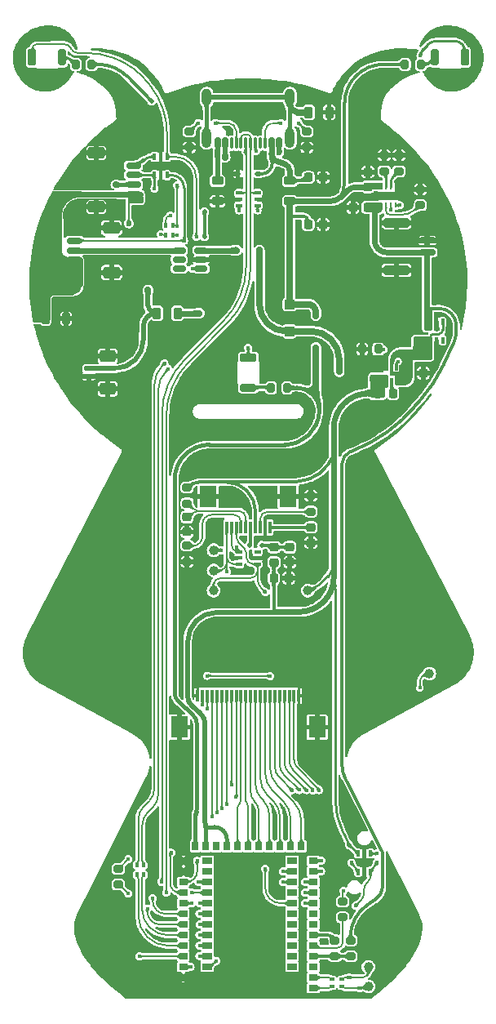
<source format=gbr>
%TF.GenerationSoftware,KiCad,Pcbnew,8.0.8*%
%TF.CreationDate,2025-01-23T01:46:44+01:00*%
%TF.ProjectId,mariposa,6d617269-706f-4736-912e-6b696361645f,2.0*%
%TF.SameCoordinates,Original*%
%TF.FileFunction,Copper,L2,Bot*%
%TF.FilePolarity,Positive*%
%FSLAX46Y46*%
G04 Gerber Fmt 4.6, Leading zero omitted, Abs format (unit mm)*
G04 Created by KiCad (PCBNEW 8.0.8) date 2025-01-23 01:46:44*
%MOMM*%
%LPD*%
G01*
G04 APERTURE LIST*
G04 Aperture macros list*
%AMRoundRect*
0 Rectangle with rounded corners*
0 $1 Rounding radius*
0 $2 $3 $4 $5 $6 $7 $8 $9 X,Y pos of 4 corners*
0 Add a 4 corners polygon primitive as box body*
4,1,4,$2,$3,$4,$5,$6,$7,$8,$9,$2,$3,0*
0 Add four circle primitives for the rounded corners*
1,1,$1+$1,$2,$3*
1,1,$1+$1,$4,$5*
1,1,$1+$1,$6,$7*
1,1,$1+$1,$8,$9*
0 Add four rect primitives between the rounded corners*
20,1,$1+$1,$2,$3,$4,$5,0*
20,1,$1+$1,$4,$5,$6,$7,0*
20,1,$1+$1,$6,$7,$8,$9,0*
20,1,$1+$1,$8,$9,$2,$3,0*%
G04 Aperture macros list end*
%TA.AperFunction,SMDPad,CuDef*%
%ADD10RoundRect,0.100000X-0.100000X0.225000X-0.100000X-0.225000X0.100000X-0.225000X0.100000X0.225000X0*%
%TD*%
%TA.AperFunction,ComponentPad*%
%ADD11C,5.600000*%
%TD*%
%TA.AperFunction,SMDPad,CuDef*%
%ADD12RoundRect,0.126316X-0.273684X-0.723684X0.273684X-0.723684X0.273684X0.723684X-0.273684X0.723684X0*%
%TD*%
%TA.AperFunction,SMDPad,CuDef*%
%ADD13RoundRect,0.160000X-0.240000X-0.690000X0.240000X-0.690000X0.240000X0.690000X-0.240000X0.690000X0*%
%TD*%
%TA.AperFunction,SMDPad,CuDef*%
%ADD14C,1.000000*%
%TD*%
%TA.AperFunction,SMDPad,CuDef*%
%ADD15RoundRect,0.200000X0.200000X0.275000X-0.200000X0.275000X-0.200000X-0.275000X0.200000X-0.275000X0*%
%TD*%
%TA.AperFunction,SMDPad,CuDef*%
%ADD16RoundRect,0.150000X0.625000X-0.150000X0.625000X0.150000X-0.625000X0.150000X-0.625000X-0.150000X0*%
%TD*%
%TA.AperFunction,SMDPad,CuDef*%
%ADD17RoundRect,0.250000X0.650000X-0.350000X0.650000X0.350000X-0.650000X0.350000X-0.650000X-0.350000X0*%
%TD*%
%TA.AperFunction,SMDPad,CuDef*%
%ADD18RoundRect,0.150000X0.512500X0.150000X-0.512500X0.150000X-0.512500X-0.150000X0.512500X-0.150000X0*%
%TD*%
%TA.AperFunction,SMDPad,CuDef*%
%ADD19RoundRect,0.200000X0.275000X-0.200000X0.275000X0.200000X-0.275000X0.200000X-0.275000X-0.200000X0*%
%TD*%
%TA.AperFunction,SMDPad,CuDef*%
%ADD20RoundRect,0.218750X-0.218750X-0.381250X0.218750X-0.381250X0.218750X0.381250X-0.218750X0.381250X0*%
%TD*%
%TA.AperFunction,SMDPad,CuDef*%
%ADD21RoundRect,0.126316X-0.723684X0.273684X-0.723684X-0.273684X0.723684X-0.273684X0.723684X0.273684X0*%
%TD*%
%TA.AperFunction,SMDPad,CuDef*%
%ADD22RoundRect,0.160000X-0.690000X0.240000X-0.690000X-0.240000X0.690000X-0.240000X0.690000X0.240000X0*%
%TD*%
%TA.AperFunction,SMDPad,CuDef*%
%ADD23RoundRect,0.225000X0.250000X-0.225000X0.250000X0.225000X-0.250000X0.225000X-0.250000X-0.225000X0*%
%TD*%
%TA.AperFunction,SMDPad,CuDef*%
%ADD24RoundRect,0.225000X0.225000X0.250000X-0.225000X0.250000X-0.225000X-0.250000X0.225000X-0.250000X0*%
%TD*%
%TA.AperFunction,SMDPad,CuDef*%
%ADD25RoundRect,0.218750X-0.256250X0.218750X-0.256250X-0.218750X0.256250X-0.218750X0.256250X0.218750X0*%
%TD*%
%TA.AperFunction,SMDPad,CuDef*%
%ADD26RoundRect,0.200000X-0.275000X0.200000X-0.275000X-0.200000X0.275000X-0.200000X0.275000X0.200000X0*%
%TD*%
%TA.AperFunction,SMDPad,CuDef*%
%ADD27RoundRect,0.100000X0.225000X0.100000X-0.225000X0.100000X-0.225000X-0.100000X0.225000X-0.100000X0*%
%TD*%
%TA.AperFunction,SMDPad,CuDef*%
%ADD28RoundRect,0.112500X-0.187500X-0.112500X0.187500X-0.112500X0.187500X0.112500X-0.187500X0.112500X0*%
%TD*%
%TA.AperFunction,SMDPad,CuDef*%
%ADD29R,0.900000X0.700000*%
%TD*%
%TA.AperFunction,SMDPad,CuDef*%
%ADD30R,0.700000X0.900000*%
%TD*%
%TA.AperFunction,SMDPad,CuDef*%
%ADD31R,1.000000X0.700000*%
%TD*%
%TA.AperFunction,SMDPad,CuDef*%
%ADD32RoundRect,0.100000X0.100000X-0.225000X0.100000X0.225000X-0.100000X0.225000X-0.100000X-0.225000X0*%
%TD*%
%TA.AperFunction,SMDPad,CuDef*%
%ADD33RoundRect,0.126316X0.273684X0.723684X-0.273684X0.723684X-0.273684X-0.723684X0.273684X-0.723684X0*%
%TD*%
%TA.AperFunction,SMDPad,CuDef*%
%ADD34RoundRect,0.160000X0.240000X0.690000X-0.240000X0.690000X-0.240000X-0.690000X0.240000X-0.690000X0*%
%TD*%
%TA.AperFunction,SMDPad,CuDef*%
%ADD35RoundRect,0.225000X-0.225000X-0.250000X0.225000X-0.250000X0.225000X0.250000X-0.225000X0.250000X0*%
%TD*%
%TA.AperFunction,SMDPad,CuDef*%
%ADD36RoundRect,0.225000X-0.250000X0.225000X-0.250000X-0.225000X0.250000X-0.225000X0.250000X0.225000X0*%
%TD*%
%TA.AperFunction,SMDPad,CuDef*%
%ADD37RoundRect,0.150000X-0.150000X-0.425000X0.150000X-0.425000X0.150000X0.425000X-0.150000X0.425000X0*%
%TD*%
%TA.AperFunction,SMDPad,CuDef*%
%ADD38RoundRect,0.075000X-0.075000X-0.500000X0.075000X-0.500000X0.075000X0.500000X-0.075000X0.500000X0*%
%TD*%
%TA.AperFunction,ComponentPad*%
%ADD39O,1.000000X1.800000*%
%TD*%
%TA.AperFunction,ComponentPad*%
%ADD40O,1.000000X2.100000*%
%TD*%
%TA.AperFunction,SMDPad,CuDef*%
%ADD41RoundRect,0.150000X0.700000X-0.150000X0.700000X0.150000X-0.700000X0.150000X-0.700000X-0.150000X0*%
%TD*%
%TA.AperFunction,SMDPad,CuDef*%
%ADD42RoundRect,0.250000X1.100000X-0.250000X1.100000X0.250000X-1.100000X0.250000X-1.100000X-0.250000X0*%
%TD*%
%TA.AperFunction,SMDPad,CuDef*%
%ADD43RoundRect,0.218750X0.381250X-0.218750X0.381250X0.218750X-0.381250X0.218750X-0.381250X-0.218750X0*%
%TD*%
%TA.AperFunction,SMDPad,CuDef*%
%ADD44RoundRect,0.100000X0.100000X-0.150000X0.100000X0.150000X-0.100000X0.150000X-0.100000X-0.150000X0*%
%TD*%
%TA.AperFunction,SMDPad,CuDef*%
%ADD45RoundRect,0.200000X-0.200000X-0.275000X0.200000X-0.275000X0.200000X0.275000X-0.200000X0.275000X0*%
%TD*%
%TA.AperFunction,SMDPad,CuDef*%
%ADD46R,0.300000X1.300000*%
%TD*%
%TA.AperFunction,SMDPad,CuDef*%
%ADD47R,1.800000X2.200000*%
%TD*%
%TA.AperFunction,SMDPad,CuDef*%
%ADD48RoundRect,0.250000X0.300000X-0.300000X0.300000X0.300000X-0.300000X0.300000X-0.300000X-0.300000X0*%
%TD*%
%TA.AperFunction,SMDPad,CuDef*%
%ADD49RoundRect,0.218750X0.218750X0.256250X-0.218750X0.256250X-0.218750X-0.256250X0.218750X-0.256250X0*%
%TD*%
%TA.AperFunction,SMDPad,CuDef*%
%ADD50RoundRect,0.125000X-0.375000X0.125000X-0.375000X-0.125000X0.375000X-0.125000X0.375000X0.125000X0*%
%TD*%
%TA.AperFunction,SMDPad,CuDef*%
%ADD51RoundRect,0.250000X-0.600000X0.350000X-0.600000X-0.350000X0.600000X-0.350000X0.600000X0.350000X0*%
%TD*%
%TA.AperFunction,SMDPad,CuDef*%
%ADD52RoundRect,0.218750X-0.381250X0.218750X-0.381250X-0.218750X0.381250X-0.218750X0.381250X0.218750X0*%
%TD*%
%TA.AperFunction,SMDPad,CuDef*%
%ADD53R,0.249999X0.499999*%
%TD*%
%TA.AperFunction,ComponentPad*%
%ADD54C,0.499999*%
%TD*%
%TA.AperFunction,SMDPad,CuDef*%
%ADD55R,1.599999X0.900001*%
%TD*%
%TA.AperFunction,SMDPad,CuDef*%
%ADD56RoundRect,0.100000X-0.150000X-0.100000X0.150000X-0.100000X0.150000X0.100000X-0.150000X0.100000X0*%
%TD*%
%TA.AperFunction,SMDPad,CuDef*%
%ADD57RoundRect,0.087500X-0.087500X0.250000X-0.087500X-0.250000X0.087500X-0.250000X0.087500X0.250000X0*%
%TD*%
%TA.AperFunction,SMDPad,CuDef*%
%ADD58RoundRect,0.150000X-0.625000X0.150000X-0.625000X-0.150000X0.625000X-0.150000X0.625000X0.150000X0*%
%TD*%
%TA.AperFunction,SMDPad,CuDef*%
%ADD59RoundRect,0.250000X-0.650000X0.350000X-0.650000X-0.350000X0.650000X-0.350000X0.650000X0.350000X0*%
%TD*%
%TA.AperFunction,SMDPad,CuDef*%
%ADD60RoundRect,0.218750X0.218750X0.381250X-0.218750X0.381250X-0.218750X-0.381250X0.218750X-0.381250X0*%
%TD*%
%TA.AperFunction,ViaPad*%
%ADD61C,0.400000*%
%TD*%
%TA.AperFunction,ViaPad*%
%ADD62C,0.700000*%
%TD*%
%TA.AperFunction,ViaPad*%
%ADD63C,0.500000*%
%TD*%
%TA.AperFunction,ViaPad*%
%ADD64C,0.450000*%
%TD*%
%TA.AperFunction,ViaPad*%
%ADD65C,0.600000*%
%TD*%
%TA.AperFunction,Conductor*%
%ADD66C,0.400000*%
%TD*%
%TA.AperFunction,Conductor*%
%ADD67C,0.700000*%
%TD*%
%TA.AperFunction,Conductor*%
%ADD68C,0.350000*%
%TD*%
%TA.AperFunction,Conductor*%
%ADD69C,0.240000*%
%TD*%
%TA.AperFunction,Conductor*%
%ADD70C,0.600000*%
%TD*%
%TA.AperFunction,Conductor*%
%ADD71C,0.300000*%
%TD*%
%TA.AperFunction,Conductor*%
%ADD72C,0.200000*%
%TD*%
%TA.AperFunction,Conductor*%
%ADD73C,0.500000*%
%TD*%
%TA.AperFunction,Conductor*%
%ADD74C,0.160000*%
%TD*%
%TA.AperFunction,Conductor*%
%ADD75C,0.152000*%
%TD*%
G04 APERTURE END LIST*
D10*
%TO.P,U3,1,VIN*%
%TO.N,+BATT*%
X168870000Y-67032679D03*
%TO.P,U3,2,GND*%
%TO.N,GND*%
X169520000Y-67032679D03*
%TO.P,U3,3,~{CE}*%
%TO.N,VDC*%
X170170000Y-67032679D03*
%TO.P,U3,4,NC*%
%TO.N,unconnected-(U3-NC-Pad4)*%
X170170000Y-68932679D03*
%TO.P,U3,5,ST*%
%TO.N,GND*%
X169520000Y-68932679D03*
%TO.P,U3,6,VOUT*%
%TO.N,VDC*%
X168870000Y-68932679D03*
%TD*%
D11*
%TO.P,H2,1,1*%
%TO.N,GND*%
X135500000Y-65925000D03*
%TD*%
%TO.P,H4,1,1*%
%TO.N,GND*%
X135500000Y-130000000D03*
%TD*%
%TO.P,H5,1,1*%
%TO.N,GND*%
X164500000Y-130000000D03*
%TD*%
%TO.P,H3,1,1*%
%TO.N,GND*%
X164500000Y-65925000D03*
%TD*%
D12*
%TO.P,D5,1,K*%
%TO.N,status_led_1*%
X127570000Y-39600000D03*
D13*
%TO.P,D5,2,A*%
%TO.N,Net-(D5-A)*%
X130670000Y-39600000D03*
%TD*%
D14*
%TO.P,TP4,1,1*%
%TO.N,VCC*%
X156190000Y-94890000D03*
%TD*%
D15*
%TO.P,R11,1*%
%TO.N,Net-(U5-VSET)*%
X163485000Y-69850000D03*
%TO.P,R11,2*%
%TO.N,GND*%
X161835000Y-69850000D03*
%TD*%
D14*
%TO.P,TP7,1,1*%
%TO.N,mosi*%
X146400000Y-90700000D03*
%TD*%
D16*
%TO.P,J8,1,Pin_1*%
%TO.N,Earth_Clean*%
X138100000Y-53810000D03*
%TO.P,J8,2,Pin_2*%
%TO.N,PRI_MID*%
X138100000Y-52810000D03*
%TO.P,J8,3,Pin_3*%
%TO.N,sda*%
X138100000Y-51810000D03*
%TO.P,J8,4,Pin_4*%
%TO.N,scl*%
X138100000Y-50810000D03*
D17*
%TO.P,J8,MP,MountPin*%
%TO.N,GND*%
X134225000Y-55110000D03*
X134225000Y-49510000D03*
%TD*%
D18*
%TO.P,U4,1,VIN*%
%TO.N,VDC*%
X145105000Y-59610000D03*
%TO.P,U4,2,GND*%
%TO.N,GND*%
X145105000Y-60560000D03*
%TO.P,U4,3,ON*%
%TO.N,ext_on*%
X145105000Y-61510000D03*
%TO.P,U4,4,CT*%
%TO.N,unconnected-(U4-CT-Pad4)*%
X142830000Y-61510000D03*
%TO.P,U4,5,QOD*%
%TO.N,unconnected-(U4-QOD-Pad5)*%
X142830000Y-60560000D03*
%TO.P,U4,6,VOUT*%
%TO.N,PRI_LO*%
X142830000Y-59610000D03*
%TD*%
D19*
%TO.P,R7,1*%
%TO.N,Net-(U2-ISET)*%
X164130000Y-51405000D03*
%TO.P,R7,2*%
%TO.N,GND*%
X164130000Y-49755000D03*
%TD*%
D20*
%TO.P,FB6,1*%
%TO.N,PRI_MID*%
X140532500Y-66135000D03*
%TO.P,FB6,2*%
%TO.N,VCC*%
X142657500Y-66135000D03*
%TD*%
D21*
%TO.P,D1,1,K*%
%TO.N,Net-(D1-K)*%
X150000000Y-70732679D03*
D22*
%TO.P,D1,2,A*%
%TO.N,Net-(D1-A)*%
X150000000Y-73832679D03*
%TD*%
D10*
%TO.P,D13,1,L1*%
%TO.N,VCC*%
X161400000Y-122150000D03*
%TO.P,D13,2,VN*%
%TO.N,GND*%
X162050000Y-122150000D03*
%TO.P,D13,3,L2*%
%TO.N,swdio*%
X162700000Y-122150000D03*
%TO.P,D13,4,L3*%
%TO.N,swdclk*%
X162700000Y-124050000D03*
%TO.P,D13,5,NC*%
%TO.N,GND*%
X162050000Y-124050000D03*
%TO.P,D13,6,L4*%
%TO.N,reset*%
X161400000Y-124050000D03*
%TD*%
D14*
%TO.P,TP6,1,1*%
%TO.N,sck*%
X146400000Y-92800000D03*
%TD*%
D23*
%TO.P,C45,1*%
%TO.N,VCC*%
X163130000Y-72950000D03*
%TO.P,C45,2*%
%TO.N,GND*%
X163130000Y-71400000D03*
%TD*%
D24*
%TO.P,C4,1,+*%
%TO.N,GND*%
X157775000Y-52060000D03*
%TO.P,C4,2,-*%
%TO.N,Net-(C4--)*%
X156225000Y-52060000D03*
%TD*%
D19*
%TO.P,R15,1*%
%TO.N,Net-(U2-VSET)*%
X167870000Y-54940000D03*
%TO.P,R15,2*%
%TO.N,GND*%
X167870000Y-53290000D03*
%TD*%
D25*
%TO.P,FB3,1*%
%TO.N,Net-(J6-Pin_6)*%
X152660000Y-90392500D03*
%TO.P,FB3,2*%
%TO.N,VCC*%
X152660000Y-91967500D03*
%TD*%
D24*
%TO.P,C5,1,+*%
%TO.N,GND*%
X157775000Y-56920000D03*
%TO.P,C5,2,-*%
%TO.N,VBUS*%
X156225000Y-56920000D03*
%TD*%
D26*
%TO.P,R16,1*%
%TO.N,Net-(R16-Pad1)*%
X136530000Y-123727679D03*
%TO.P,R16,2*%
%TO.N,Net-(U1-P1.03)*%
X136530000Y-125377679D03*
%TD*%
D27*
%TO.P,D11,1,L1*%
%TO.N,unconnected-(D11-L1-Pad1)*%
X150950000Y-90850000D03*
%TO.P,D11,2,VN*%
%TO.N,GND*%
X150950000Y-91500000D03*
%TO.P,D11,3,L2*%
%TO.N,cs*%
X150950000Y-92150000D03*
%TO.P,D11,4,L3*%
%TO.N,sck*%
X149050000Y-92150000D03*
%TO.P,D11,5,NC*%
%TO.N,GND*%
X149050000Y-91500000D03*
%TO.P,D11,6,L4*%
%TO.N,mosi*%
X149050000Y-90850000D03*
%TD*%
D28*
%TO.P,D9,1,K*%
%TO.N,GND*%
X148890000Y-51680000D03*
%TO.P,D9,2,A*%
%TO.N,Net-(C4--)*%
X150990000Y-51680000D03*
%TD*%
D19*
%TO.P,R12,1*%
%TO.N,Net-(U2-TS)*%
X165650000Y-51405000D03*
%TO.P,R12,2*%
%TO.N,GND*%
X165650000Y-49755000D03*
%TD*%
D14*
%TO.P,TP8,1,1*%
%TO.N,cs*%
X146400000Y-94900000D03*
%TD*%
D29*
%TO.P,U1,1,GND*%
%TO.N,GND*%
X143250000Y-135000000D03*
%TO.P,U1,2,P0.08*%
%TO.N,sck*%
X143250000Y-133900000D03*
%TO.P,U1,3,P1.03*%
%TO.N,Net-(U1-P1.03)*%
X143250000Y-132800000D03*
%TO.P,U1,4,P0.07*%
%TO.N,Net-(RN3-R2.1)*%
X143250000Y-131700000D03*
%TO.P,U1,5,P0.06*%
%TO.N,Net-(RN3-R1.1)*%
X143250000Y-130600000D03*
%TO.P,U1,6,P0.05*%
%TO.N,Net-(RN2-R2.1)*%
X143250000Y-129500000D03*
%TO.P,U1,7,P0.04*%
%TO.N,Net-(RN2-R1.1)*%
X143250000Y-128400000D03*
%TO.P,U1,8,P1.00*%
%TO.N,status_led_1*%
X143250000Y-127300000D03*
%TO.P,U1,9,P1.01*%
%TO.N,led_data*%
X143250000Y-126200000D03*
%TO.P,U1,10,P1.02*%
%TO.N,ch21*%
X143250000Y-125100000D03*
%TO.P,U1,11,GND*%
%TO.N,GND*%
X143250000Y-124000000D03*
%TO.P,U1,12,GND*%
X143250000Y-122900000D03*
D30*
%TO.P,U1,13,VBUS*%
%TO.N,VBUS*%
X144500000Y-121400000D03*
%TO.P,U1,14,VDDH*%
%TO.N,VCC*%
X145600000Y-121400000D03*
%TO.P,U1,15,DCCH*%
%TO.N,unconnected-(U1-DCCH-Pad15)*%
X146700000Y-121400000D03*
%TO.P,U1,16,VDD*%
%TO.N,VCC*%
X147800000Y-121400000D03*
%TO.P,U1,17,P0.13*%
%TO.N,ch13*%
X148900000Y-121400000D03*
%TO.P,U1,18,P0.14*%
%TO.N,ch12*%
X150000000Y-121400000D03*
%TO.P,U1,19,P0.15*%
%TO.N,ch11*%
X151100000Y-121400000D03*
%TO.P,U1,20,P0.17*%
%TO.N,ch10*%
X152200000Y-121400000D03*
%TO.P,U1,21,P0.18*%
%TO.N,ch9*%
X153300000Y-121400000D03*
%TO.P,U1,22,P0.20*%
%TO.N,ch8*%
X154400000Y-121400000D03*
%TO.P,U1,23,P1.05*%
%TO.N,ch7*%
X155500000Y-121400000D03*
D29*
%TO.P,U1,24,P1.07*%
%TO.N,ch2*%
X156750000Y-122900000D03*
%TO.P,U1,25,P1.09*%
%TO.N,ch3*%
X156750000Y-124000000D03*
%TO.P,U1,26,P0.25*%
%TO.N,ch4*%
X156750000Y-125100000D03*
%TO.P,U1,27,P0.29*%
%TO.N,ch5*%
X156750000Y-126200000D03*
%TO.P,U1,28,P0.19*%
%TO.N,ch6*%
X156750000Y-127300000D03*
%TO.P,U1,29,P0.21*%
%TO.N,unconnected-(U1-P0.21-Pad29)*%
X156750000Y-128400000D03*
%TO.P,U1,30,P1.06*%
%TO.N,unconnected-(U1-P1.06-Pad30)*%
X156750000Y-129500000D03*
%TO.P,U1,31,P0.27*%
%TO.N,BATT_READ_EN*%
X156750000Y-130600000D03*
%TO.P,U1,32,RESET*%
%TO.N,Net-(U1-RESET)*%
X156750000Y-131700000D03*
%TO.P,U1,33,P0.28*%
%TO.N,BATT_READ*%
X156750000Y-132800000D03*
%TO.P,U1,34,P1.10*%
%TO.N,unconnected-(U1-P1.10-Pad34)*%
X156750000Y-133900000D03*
%TO.P,U1,35,SWDIO*%
%TO.N,Net-(RN1-R2.1)*%
X156750000Y-135000000D03*
%TO.P,U1,36,SWDCLK*%
%TO.N,Net-(RN1-R1.1)*%
X156750000Y-136100000D03*
D31*
%TO.P,U1,37,P0.30*%
%TO.N,ch14*%
X145750000Y-133900000D03*
%TO.P,U1,38,P0.31*%
%TO.N,ch15*%
X145750000Y-132800000D03*
%TO.P,U1,39,P1.11*%
%TO.N,ch16*%
X145750000Y-131700000D03*
%TO.P,U1,40,P1.12*%
%TO.N,ch17*%
X145750000Y-130600000D03*
%TO.P,U1,41,P1.13*%
%TO.N,ch18*%
X145750000Y-129500000D03*
%TO.P,U1,42,P1.14*%
%TO.N,ch19*%
X145750000Y-128400000D03*
%TO.P,U1,43,P1.15*%
%TO.N,ch20*%
X145750000Y-127300000D03*
%TO.P,U1,44,D-*%
%TO.N,D-*%
X145750000Y-126200000D03*
%TO.P,U1,45,D+*%
%TO.N,D+*%
X145750000Y-125100000D03*
%TO.P,U1,46,P0.02*%
%TO.N,unconnected-(U1-P0.02-Pad46)*%
X145750000Y-124000000D03*
%TO.P,U1,47,P0.03*%
%TO.N,unconnected-(U1-P0.03-Pad47)*%
X145750000Y-122900000D03*
%TO.P,U1,48,P0.23*%
%TO.N,unconnected-(U1-P0.23-Pad48)*%
X154550000Y-122900000D03*
%TO.P,U1,49,P0.22*%
%TO.N,ext_on*%
X154550000Y-124000000D03*
%TO.P,U1,50,P0.09*%
%TO.N,mosi*%
X154550000Y-125100000D03*
%TO.P,U1,51,P0.10*%
%TO.N,miso*%
X154550000Y-126200000D03*
%TO.P,U1,52,P0.11*%
%TO.N,cs*%
X154550000Y-127300000D03*
%TO.P,U1,53,P0.12*%
%TO.N,unconnected-(U1-P0.12-Pad53)*%
X154550000Y-128400000D03*
%TO.P,U1,54,P0.16*%
%TO.N,unconnected-(U1-P0.16-Pad54)*%
X154550000Y-129500000D03*
%TO.P,U1,55,P1.04*%
%TO.N,unconnected-(U1-P1.04-Pad55)*%
X154550000Y-130600000D03*
%TO.P,U1,56,P1.08*%
%TO.N,unconnected-(U1-P1.08-Pad56)*%
X154550000Y-131700000D03*
%TO.P,U1,57,P0.24*%
%TO.N,unconnected-(U1-P0.24-Pad57)*%
X154550000Y-132800000D03*
%TO.P,U1,58,P0.26*%
%TO.N,unconnected-(U1-P0.26-Pad58)*%
X154550000Y-133900000D03*
%TD*%
D19*
%TO.P,R1,1*%
%TO.N,Net-(U1-RESET)*%
X159800000Y-128777679D03*
%TO.P,R1,2*%
%TO.N,reset*%
X159800000Y-127127679D03*
%TD*%
D32*
%TO.P,D12,1,L1*%
%TO.N,led_data*%
X141570000Y-51810000D03*
%TO.P,D12,2,VN*%
%TO.N,GND*%
X140920000Y-51810000D03*
%TO.P,D12,3,L2*%
%TO.N,sda*%
X140270000Y-51810000D03*
%TO.P,D12,4,L3*%
%TO.N,scl*%
X140270000Y-49910000D03*
%TO.P,D12,5,NC*%
%TO.N,GND*%
X140920000Y-49910000D03*
%TO.P,D12,6,L4*%
%TO.N,status_led_1*%
X141570000Y-49910000D03*
%TD*%
D33*
%TO.P,D6,1,K*%
%TO.N,Net-(D6-K)*%
X172500000Y-39600000D03*
D34*
%TO.P,D6,2,A*%
%TO.N,Net-(D6-A)*%
X169400000Y-39600000D03*
%TD*%
D35*
%TO.P,C3,1*%
%TO.N,VCC*%
X152655000Y-93590000D03*
%TO.P,C3,2*%
%TO.N,GND*%
X154205000Y-93590000D03*
%TD*%
D36*
%TO.P,C1,1*%
%TO.N,Net-(J6-Pin_5)*%
X143660000Y-87265000D03*
%TO.P,C1,2*%
%TO.N,GND*%
X143660000Y-88815000D03*
%TD*%
D37*
%TO.P,J4,A1,GND*%
%TO.N,Net-(FB5-Pad2)*%
X146800000Y-48506927D03*
%TO.P,J4,A4,VBUS*%
%TO.N,Net-(C4--)*%
X147600000Y-48506927D03*
D38*
%TO.P,J4,A5,CC1*%
%TO.N,Net-(J4-CC1)*%
X148750000Y-48506927D03*
%TO.P,J4,A6,D+*%
%TO.N,D+*%
X149750000Y-48506927D03*
%TO.P,J4,A7,D-*%
%TO.N,D-*%
X150250000Y-48506927D03*
%TO.P,J4,A8,SBU1*%
%TO.N,unconnected-(J4-SBU1-PadA8)*%
X151250000Y-48506927D03*
D37*
%TO.P,J4,A9,VBUS*%
%TO.N,Net-(C4--)*%
X152400000Y-48506927D03*
%TO.P,J4,A12,GND*%
%TO.N,Net-(FB5-Pad2)*%
X153200000Y-48506927D03*
%TO.P,J4,B1,GND*%
X153200000Y-48506927D03*
%TO.P,J4,B4,VBUS*%
%TO.N,Net-(C4--)*%
X152400000Y-48506927D03*
D38*
%TO.P,J4,B5,CC2*%
%TO.N,Net-(J4-CC2)*%
X151750000Y-48506927D03*
%TO.P,J4,B6,D+*%
%TO.N,D+*%
X150750000Y-48506927D03*
%TO.P,J4,B7,D-*%
%TO.N,D-*%
X149250000Y-48506927D03*
%TO.P,J4,B8,SBU2*%
%TO.N,unconnected-(J4-SBU2-PadB8)*%
X148250000Y-48506927D03*
D37*
%TO.P,J4,B9,VBUS*%
%TO.N,Net-(C4--)*%
X147600000Y-48506927D03*
%TO.P,J4,B12,GND*%
%TO.N,Net-(FB5-Pad2)*%
X146800000Y-48506927D03*
D39*
%TO.P,J4,S1,SHIELD*%
%TO.N,Net-(J4-SHIELD)*%
X145680000Y-43751927D03*
D40*
X145680000Y-47931927D03*
D39*
X154320000Y-43751927D03*
D40*
X154320000Y-47931927D03*
%TD*%
D41*
%TO.P,BT1,1,Pin_1*%
%TO.N,+BATT*%
X168590000Y-59840000D03*
%TO.P,BT1,2,Pin_2*%
%TO.N,GND*%
X168590000Y-58590000D03*
D42*
%TO.P,BT1,MP,MountPin*%
X165390000Y-61690000D03*
X165390000Y-56740000D03*
%TD*%
D15*
%TO.P,R8,1*%
%TO.N,VBUS*%
X154025000Y-73850000D03*
%TO.P,R8,2*%
%TO.N,Net-(D1-A)*%
X152375000Y-73850000D03*
%TD*%
D43*
%TO.P,FB5,1*%
%TO.N,GND*%
X146800000Y-54525000D03*
%TO.P,FB5,2*%
%TO.N,Net-(FB5-Pad2)*%
X146800000Y-52400000D03*
%TD*%
D44*
%TO.P,RN2,1,R1.1*%
%TO.N,Net-(RN2-R1.1)*%
X142150000Y-58002679D03*
%TO.P,RN2,2,R2.1*%
%TO.N,Net-(RN2-R2.1)*%
X141450000Y-58002679D03*
%TO.P,RN2,3,R2.2*%
%TO.N,gpio2*%
X141450000Y-57002679D03*
%TO.P,RN2,4,R1.2*%
%TO.N,gpio1*%
X142150000Y-57002679D03*
%TD*%
D45*
%TO.P,R2,1*%
%TO.N,Net-(D5-A)*%
X132100000Y-40330000D03*
%TO.P,R2,2*%
%TO.N,VCC*%
X133750000Y-40330000D03*
%TD*%
D46*
%TO.P,J6,1,Pin_1*%
%TO.N,sck*%
X147750000Y-88350000D03*
%TO.P,J6,2,Pin_2*%
%TO.N,mosi*%
X148250000Y-88350000D03*
%TO.P,J6,3,Pin_3*%
%TO.N,cs*%
X148750000Y-88350000D03*
%TO.P,J6,4,Pin_4*%
%TO.N,Net-(J6-Pin_4)*%
X149250000Y-88350000D03*
%TO.P,J6,5,Pin_5*%
%TO.N,Net-(J6-Pin_5)*%
X149750000Y-88350000D03*
%TO.P,J6,6,Pin_6*%
%TO.N,Net-(J6-Pin_6)*%
X150250000Y-88350000D03*
%TO.P,J6,7,Pin_7*%
%TO.N,VCC*%
X150750000Y-88350000D03*
%TO.P,J6,8,Pin_8*%
%TO.N,Net-(J6-Pin_8)*%
X151250000Y-88350000D03*
%TO.P,J6,9,Pin_9*%
%TO.N,GND*%
X151750000Y-88350000D03*
%TO.P,J6,10,Pin_10*%
%TO.N,Net-(J6-Pin_10)*%
X152250000Y-88350000D03*
D47*
%TO.P,J6,MP,MountPin*%
%TO.N,GND*%
X145850000Y-85100000D03*
X154150000Y-85100000D03*
%TD*%
D24*
%TO.P,C47,1*%
%TO.N,+BATT*%
X162420000Y-55160000D03*
%TO.P,C47,2*%
%TO.N,GND*%
X160870000Y-55160000D03*
%TD*%
D20*
%TO.P,FB7,1*%
%TO.N,Earth_Clean*%
X128967500Y-66682679D03*
%TO.P,FB7,2*%
%TO.N,GND*%
X131092500Y-66682679D03*
%TD*%
D36*
%TO.P,C2,1*%
%TO.N,Net-(J6-Pin_6)*%
X154320000Y-90385000D03*
%TO.P,C2,2*%
%TO.N,GND*%
X154320000Y-91935000D03*
%TD*%
D45*
%TO.P,R14,1*%
%TO.N,VBUS*%
X166265000Y-40330000D03*
%TO.P,R14,2*%
%TO.N,Net-(D6-A)*%
X167915000Y-40330000D03*
%TD*%
D27*
%TO.P,D10,1,L1*%
%TO.N,D-*%
X150960000Y-53656573D03*
%TO.P,D10,2,VN*%
%TO.N,GND*%
X150960000Y-54306573D03*
%TO.P,D10,3,L2*%
%TO.N,gpio1*%
X150960000Y-54956573D03*
%TO.P,D10,4,L3*%
%TO.N,gpio2*%
X149060000Y-54956573D03*
%TO.P,D10,5,NC*%
%TO.N,GND*%
X149060000Y-54306573D03*
%TO.P,D10,6,L4*%
%TO.N,D+*%
X149060000Y-53656573D03*
%TD*%
D26*
%TO.P,R9,1*%
%TO.N,+BATT*%
X160629900Y-131155000D03*
%TO.P,R9,2*%
%TO.N,BATT_READ*%
X160629900Y-132805000D03*
%TD*%
D25*
%TO.P,FB4,1*%
%TO.N,Net-(J6-Pin_10)*%
X156510000Y-88342500D03*
%TO.P,FB4,2*%
%TO.N,GND*%
X156510000Y-89917500D03*
%TD*%
D48*
%TO.P,D88,1,K*%
%TO.N,VDC*%
X154280000Y-68005179D03*
%TO.P,D88,2,A*%
%TO.N,VBUS*%
X154280000Y-65205179D03*
%TD*%
D35*
%TO.P,C44,1*%
%TO.N,VDC*%
X166625000Y-72330000D03*
%TO.P,C44,2*%
%TO.N,GND*%
X168175000Y-72330000D03*
%TD*%
D36*
%TO.P,C46,1*%
%TO.N,GND*%
X162400000Y-51485000D03*
%TO.P,C46,2*%
%TO.N,VBUS*%
X162400000Y-53035000D03*
%TD*%
D49*
%TO.P,L1,1,+*%
%TO.N,Net-(L1-+)*%
X165037500Y-74450000D03*
%TO.P,L1,2,-*%
%TO.N,VCC*%
X163462500Y-74450000D03*
%TD*%
D19*
%TO.P,R5,1*%
%TO.N,GND*%
X143660000Y-91885000D03*
%TO.P,R5,2*%
%TO.N,Net-(J6-Pin_4)*%
X143660000Y-90235000D03*
%TD*%
D44*
%TO.P,RN3,1,R1.1*%
%TO.N,Net-(RN3-R1.1)*%
X139150000Y-124352679D03*
%TO.P,RN3,2,R2.1*%
%TO.N,Net-(RN3-R2.1)*%
X138450000Y-124352679D03*
%TO.P,RN3,3,R2.2*%
%TO.N,scl*%
X138450000Y-123352679D03*
%TO.P,RN3,4,R1.2*%
%TO.N,sda*%
X139150000Y-123352679D03*
%TD*%
D50*
%TO.P,J7,1,Pin_1*%
%TO.N,PRI_MID*%
X133454276Y-71870000D03*
%TO.P,J7,2,Pin_2*%
%TO.N,GND*%
X133454276Y-72670000D03*
D51*
%TO.P,J7,MP,MountPin*%
X135404276Y-70570000D03*
X135404276Y-73970000D03*
%TD*%
D14*
%TO.P,TP2,1,1*%
%TO.N,swdio*%
X162470000Y-133910000D03*
%TD*%
D26*
%TO.P,R3,1*%
%TO.N,Net-(J4-CC2)*%
X156100000Y-47285000D03*
%TO.P,R3,2*%
%TO.N,GND*%
X156100000Y-48935000D03*
%TD*%
%TO.P,R13,1*%
%TO.N,GND*%
X156510000Y-85055000D03*
%TO.P,R13,2*%
%TO.N,Net-(J6-Pin_8)*%
X156510000Y-86705000D03*
%TD*%
%TO.P,R4,1*%
%TO.N,Net-(J4-CC1)*%
X143900000Y-47285000D03*
%TO.P,R4,2*%
%TO.N,GND*%
X143900000Y-48935000D03*
%TD*%
D19*
%TO.P,R10,1*%
%TO.N,BATT_READ*%
X158990000Y-132805000D03*
%TO.P,R10,2*%
%TO.N,BATT_READ_EN*%
X158990000Y-131155000D03*
%TD*%
D52*
%TO.P,FB1,1*%
%TO.N,Net-(C4--)*%
X154300000Y-52400000D03*
%TO.P,FB1,2*%
%TO.N,VBUS*%
X154300000Y-54525000D03*
%TD*%
D19*
%TO.P,R6,1*%
%TO.N,Net-(J6-Pin_5)*%
X143660000Y-85855000D03*
%TO.P,R6,2*%
%TO.N,VCC*%
X143660000Y-84205000D03*
%TD*%
D53*
%TO.P,U2,1,IN*%
%TO.N,VBUS*%
X163800001Y-53039999D03*
%TO.P,U2,2,ISET*%
%TO.N,Net-(U2-ISET)*%
X164299999Y-53039999D03*
%TO.P,U2,3,TS*%
%TO.N,Net-(U2-TS)*%
X164800001Y-53039999D03*
%TO.P,U2,4,GND*%
%TO.N,GND*%
X165300000Y-53039999D03*
%TO.P,U2,5,STAT*%
%TO.N,Net-(D1-K)*%
X165300000Y-54940001D03*
%TO.P,U2,6,PG_N*%
%TO.N,Net-(D6-K)*%
X164800001Y-54940001D03*
%TO.P,U2,7,VSET*%
%TO.N,Net-(U2-VSET)*%
X164299999Y-54940001D03*
%TO.P,U2,8,OUT*%
%TO.N,+BATT*%
X163800001Y-54940001D03*
D54*
%TO.P,U2,9,PAD*%
%TO.N,GND*%
X165100000Y-53990000D03*
D55*
X164549999Y-53990000D03*
D54*
X164000003Y-53990000D03*
%TD*%
D56*
%TO.P,RN1,1,R1.1*%
%TO.N,Net-(RN1-R1.1)*%
X158690000Y-135892679D03*
%TO.P,RN1,2,R2.1*%
%TO.N,Net-(RN1-R2.1)*%
X158690000Y-135192679D03*
%TO.P,RN1,3,R2.2*%
%TO.N,swdio*%
X159690000Y-135192679D03*
%TO.P,RN1,4,R1.2*%
%TO.N,swdclk*%
X159690000Y-135892679D03*
%TD*%
D14*
%TO.P,TP1,1,1*%
%TO.N,swdclk*%
X162470000Y-135940000D03*
%TD*%
D57*
%TO.P,U5,1,GND*%
%TO.N,GND*%
X164370000Y-71750000D03*
%TO.P,U5,2,VIN*%
%TO.N,VDC*%
X164870000Y-71750000D03*
%TO.P,U5,3,VSET*%
%TO.N,Net-(U5-VSET)*%
X165370000Y-71750000D03*
%TO.P,U5,4,EN*%
%TO.N,VDC*%
X165370000Y-73175000D03*
%TO.P,U5,5,SW*%
%TO.N,Net-(L1-+)*%
X164870000Y-73175000D03*
%TO.P,U5,6,VOS*%
%TO.N,VCC*%
X164370000Y-73175000D03*
%TD*%
D58*
%TO.P,J2,1,Pin_1*%
%TO.N,led_data*%
X131940000Y-58610000D03*
%TO.P,J2,2,Pin_2*%
%TO.N,PRI_LO*%
X131940000Y-59610000D03*
%TO.P,J2,3,Pin_3*%
%TO.N,Earth_Clean*%
X131940000Y-60610000D03*
D59*
%TO.P,J2,MP,MountPin*%
%TO.N,GND*%
X135815000Y-57310000D03*
X135815000Y-61910000D03*
%TD*%
D14*
%TO.P,TP3,1,1*%
%TO.N,reset*%
X168800000Y-103500000D03*
%TD*%
D60*
%TO.P,FB2,1*%
%TO.N,GND*%
X158400000Y-45300000D03*
%TO.P,FB2,2*%
%TO.N,Net-(J4-SHIELD)*%
X156275000Y-45300000D03*
%TD*%
D46*
%TO.P,J1,1,Pin_1*%
%TO.N,GND*%
X155250000Y-105800000D03*
%TO.P,J1,2,Pin_2*%
%TO.N,ch2*%
X154750000Y-105800000D03*
%TO.P,J1,3,Pin_3*%
%TO.N,ch3*%
X154250000Y-105800000D03*
%TO.P,J1,4,Pin_4*%
%TO.N,ch4*%
X153750000Y-105800000D03*
%TO.P,J1,5,Pin_5*%
%TO.N,ch5*%
X153250000Y-105800000D03*
%TO.P,J1,6,Pin_6*%
%TO.N,ch6*%
X152750000Y-105800000D03*
%TO.P,J1,7,Pin_7*%
%TO.N,ch7*%
X152250000Y-105800000D03*
%TO.P,J1,8,Pin_8*%
%TO.N,ch8*%
X151750000Y-105800000D03*
%TO.P,J1,9,Pin_9*%
%TO.N,ch9*%
X151250000Y-105800000D03*
%TO.P,J1,10,Pin_10*%
%TO.N,ch10*%
X150750000Y-105800000D03*
%TO.P,J1,11,Pin_11*%
%TO.N,ch11*%
X150250000Y-105800000D03*
%TO.P,J1,12,Pin_12*%
%TO.N,ch12*%
X149750000Y-105800000D03*
%TO.P,J1,13,Pin_13*%
%TO.N,ch13*%
X149250000Y-105800000D03*
%TO.P,J1,14,Pin_14*%
%TO.N,ch14*%
X148750000Y-105800000D03*
%TO.P,J1,15,Pin_15*%
%TO.N,ch15*%
X148250000Y-105800000D03*
%TO.P,J1,16,Pin_16*%
%TO.N,ch16*%
X147750000Y-105800000D03*
%TO.P,J1,17,Pin_17*%
%TO.N,ch17*%
X147250000Y-105800000D03*
%TO.P,J1,18,Pin_18*%
%TO.N,ch18*%
X146750000Y-105800000D03*
%TO.P,J1,19,Pin_19*%
%TO.N,ch19*%
X146250000Y-105800000D03*
%TO.P,J1,20,Pin_20*%
%TO.N,ch20*%
X145750000Y-105800000D03*
%TO.P,J1,21,Pin_21*%
%TO.N,ch21*%
X145250000Y-105800000D03*
%TO.P,J1,22,Pin_22*%
%TO.N,GND*%
X144750000Y-105800000D03*
D47*
%TO.P,J1,MP,MP*%
X157150000Y-109050000D03*
X142850000Y-109050000D03*
%TD*%
D61*
%TO.N,GND*%
X169520000Y-69642679D03*
X169520000Y-67752679D03*
D62*
%TO.N,VBUS*%
X157010000Y-66382679D03*
X157010000Y-69682679D03*
D63*
%TO.N,Net-(J6-Pin_6)*%
X151390000Y-90180000D03*
X150150000Y-90180000D03*
D62*
%TO.N,VCC*%
X162510000Y-74390000D03*
D63*
X145460000Y-58220000D03*
X139970000Y-44170000D03*
D62*
X144920000Y-66140000D03*
D64*
X160490000Y-121292679D03*
D63*
X145460000Y-55590000D03*
D64*
%TO.N,Net-(J4-CC2)*%
X153400000Y-46400000D03*
X155200000Y-46400000D03*
%TO.N,Net-(J4-CC1)*%
X146600000Y-46400000D03*
X144800000Y-46400000D03*
%TO.N,D+*%
X140970000Y-125070000D03*
X144820000Y-125100000D03*
X150790000Y-49340000D03*
X149700000Y-49340000D03*
%TO.N,D-*%
X141500000Y-126200000D03*
X144125002Y-126200000D03*
%TO.N,Net-(D1-K)*%
X165730000Y-54940000D03*
X150000000Y-69735534D03*
%TO.N,Net-(D6-K)*%
X167880361Y-39447623D03*
D61*
X164800000Y-55450000D03*
D64*
%TO.N,ch2*%
X157570000Y-122900000D03*
X157349918Y-115579518D03*
%TO.N,ch6*%
X155900000Y-127300000D03*
X154530000Y-115580000D03*
%TO.N,GND*%
X141870000Y-128960000D03*
X149500000Y-89490000D03*
D65*
X160650000Y-124360000D03*
X157150000Y-110640000D03*
X151890000Y-92770000D03*
X170950000Y-42810000D03*
D61*
X139190000Y-56992679D03*
D64*
X155900000Y-132250000D03*
D65*
X129160000Y-42790000D03*
D63*
X160530000Y-122222679D03*
D61*
X162870000Y-121060000D03*
D63*
X153560000Y-131150000D03*
D64*
X150380000Y-91510000D03*
D61*
X141070000Y-49140000D03*
X157680000Y-131220000D03*
D65*
X158970000Y-124370000D03*
X153480000Y-122880000D03*
D64*
X144040000Y-122910000D03*
X155910000Y-133350000D03*
X155910000Y-134460000D03*
D65*
X149980000Y-94430000D03*
D64*
X142440000Y-124010000D03*
X155910000Y-135550000D03*
X148490000Y-91510000D03*
X144590000Y-88790000D03*
D63*
X135650000Y-49492679D03*
D65*
X132010000Y-98772679D03*
D64*
X144040000Y-124010000D03*
X150550000Y-120540000D03*
D65*
X158950000Y-120540000D03*
D64*
X144000000Y-135000000D03*
D63*
X148050000Y-47140000D03*
D61*
X140410000Y-118010000D03*
X161030000Y-120580000D03*
X139180000Y-51300000D03*
D64*
X141860000Y-131150000D03*
X155900000Y-131150000D03*
X142440000Y-122920000D03*
X153500000Y-91160000D03*
D65*
X144780000Y-91890000D03*
D63*
X153560000Y-133360000D03*
D64*
X141810000Y-134982679D03*
X155910000Y-130060000D03*
D65*
X150010000Y-77540000D03*
D64*
X154250000Y-92750000D03*
D61*
X144680000Y-48920000D03*
D64*
X144160000Y-128380000D03*
D61*
X140510000Y-122332679D03*
D63*
X153560000Y-132260000D03*
D65*
X138380000Y-63530000D03*
D64*
X151510000Y-50940000D03*
D63*
X153570000Y-126690000D03*
D64*
X144030000Y-110530000D03*
X152740000Y-120530000D03*
X144170000Y-131690000D03*
X141860000Y-130040000D03*
D63*
X153560000Y-130050000D03*
X153560000Y-128940000D03*
D64*
X152920000Y-87300000D03*
X155910000Y-128950000D03*
X136880000Y-52152679D03*
X153860000Y-120530000D03*
X144170000Y-132770000D03*
D65*
X148890000Y-52550000D03*
X147110000Y-69470000D03*
X156000000Y-105800000D03*
D63*
X132730000Y-55102679D03*
D65*
X152020000Y-54300000D03*
D63*
X137200000Y-57972679D03*
D64*
X151750000Y-89370000D03*
D65*
X149980000Y-92980000D03*
D63*
X149990000Y-45610000D03*
X146810000Y-53740000D03*
D61*
X150540000Y-122250000D03*
D64*
X141880000Y-127300000D03*
X144390000Y-125600000D03*
D65*
X168000000Y-98822679D03*
D63*
X134150000Y-61862679D03*
D64*
X144160000Y-130590000D03*
D61*
X141410000Y-60330000D03*
D63*
X134150000Y-57252679D03*
D65*
X146740000Y-132250000D03*
D64*
X144160000Y-129500000D03*
D61*
X140930000Y-52410000D03*
D64*
%TO.N,ch5*%
X155900000Y-126200000D03*
X155270000Y-115570000D03*
%TO.N,ch3*%
X156700000Y-115590000D03*
X157560000Y-124000000D03*
%TO.N,ch18*%
X146790000Y-117923947D03*
X144950000Y-129500000D03*
%TO.N,ch15*%
X144940000Y-132760000D03*
X148275000Y-115030000D03*
%TO.N,ext_on*%
X144190000Y-61510000D03*
X153590000Y-124000000D03*
X145730000Y-103720000D03*
X152290000Y-103750000D03*
%TO.N,led_data*%
X143330000Y-58600000D03*
X142020000Y-122080000D03*
%TO.N,ch17*%
X144940000Y-130600000D03*
X147275000Y-117473832D03*
%TO.N,ch20*%
X145740000Y-107170000D03*
X144950000Y-127280000D03*
D62*
%TO.N,PRI_MID*%
X136260000Y-52810000D03*
X139590000Y-63720000D03*
D64*
%TO.N,mosi*%
X153590000Y-125098164D03*
X147220000Y-90700000D03*
X148750000Y-90400000D03*
%TO.N,sck*%
X144010000Y-133910000D03*
X147760000Y-92920000D03*
%TO.N,cs*%
X151765000Y-95020000D03*
X151770000Y-123760000D03*
%TO.N,ch19*%
X144940000Y-128400000D03*
X146250000Y-118330000D03*
%TO.N,ch21*%
X144690003Y-122910000D03*
X145240000Y-106750000D03*
%TO.N,reset*%
X160700000Y-123100000D03*
X159870000Y-126012679D03*
D61*
X167812289Y-104985075D03*
D64*
%TO.N,swdio*%
X160450000Y-135000000D03*
X163310797Y-122160000D03*
%TO.N,swdclk*%
X161550000Y-136100000D03*
X163360000Y-123100000D03*
X161140000Y-127550000D03*
%TO.N,ch16*%
X147775381Y-117058956D03*
X144940000Y-131700000D03*
%TO.N,ch14*%
X146700000Y-133270000D03*
X148725000Y-116290000D03*
%TO.N,ch4*%
X156030000Y-115580000D03*
X155920000Y-125100000D03*
D65*
%TO.N,Net-(FB5-Pad2)*%
X146800000Y-49530000D03*
X153230000Y-49510000D03*
D64*
%TO.N,status_led_1*%
X144601573Y-58230890D03*
X144130000Y-127300000D03*
D62*
%TO.N,Net-(C4--)*%
X147600000Y-49970000D03*
X152485827Y-49974173D03*
%TO.N,VDC*%
X151160000Y-59600000D03*
X148810000Y-59610000D03*
X159450000Y-72190000D03*
X167300000Y-70220000D03*
D65*
%TO.N,Earth_Clean*%
X137600000Y-56822679D03*
D64*
%TO.N,Net-(U1-P1.03)*%
X138690000Y-132810000D03*
X137560000Y-126312679D03*
%TO.N,Net-(U5-VSET)*%
X164020000Y-69920000D03*
D61*
X165560000Y-71140000D03*
D64*
%TO.N,sda*%
X140270000Y-53220000D03*
X141705000Y-71890000D03*
%TO.N,scl*%
X141301525Y-71340000D03*
X139016428Y-50326428D03*
%TO.N,gpio1*%
X142630000Y-57092679D03*
X142630000Y-52900000D03*
X150950000Y-55470000D03*
%TO.N,gpio2*%
X141890000Y-56032679D03*
X149050000Y-55470000D03*
%TO.N,Net-(R16-Pad1)*%
X137560000Y-122732679D03*
%TO.N,Net-(RN2-R2.1)*%
X139530000Y-127880000D03*
X140940000Y-57981429D03*
%TO.N,Net-(RN2-R1.1)*%
X142630000Y-58012679D03*
X140090000Y-126770000D03*
%TD*%
D66*
%TO.N,GND*%
X169520000Y-68932679D02*
X169520000Y-69642679D01*
X169520000Y-67032679D02*
X169520000Y-67752679D01*
D67*
%TO.N,VBUS*%
X156209267Y-65203412D02*
G75*
G02*
X157009988Y-66003412I733J-799988D01*
G01*
D66*
%TO.N,VDC*%
X168870000Y-68932679D02*
X168870000Y-68742679D01*
X168870000Y-68742679D02*
X167300000Y-68742679D01*
X167300000Y-68742679D02*
X167300000Y-70220000D01*
D68*
X166900000Y-72810000D02*
X166900000Y-70722679D01*
X166900000Y-70722679D02*
X166900000Y-70040000D01*
D66*
X168870000Y-70722679D02*
X166900000Y-70722679D01*
X168870000Y-68932679D02*
X168870000Y-70722679D01*
D69*
X168870000Y-68932679D02*
X167300000Y-70220000D01*
X169770000Y-68282679D02*
G75*
G03*
X170169979Y-67882679I0J399979D01*
G01*
X168870000Y-68682679D02*
G75*
G02*
X169270000Y-68282700I400000J-21D01*
G01*
X169270000Y-68282679D02*
X169770000Y-68282679D01*
X168870000Y-68932679D02*
X168870000Y-68682679D01*
X170170000Y-67882679D02*
X170170000Y-67032679D01*
D66*
%TO.N,+BATT*%
X168870000Y-67032679D02*
X168870000Y-67712679D01*
X168870000Y-67712679D02*
X168450000Y-67712679D01*
X168870000Y-67032679D02*
X168870000Y-65802679D01*
D70*
X168550000Y-59840000D02*
X168550000Y-65272679D01*
X168550000Y-65272679D02*
X168550000Y-65630000D01*
D66*
X168450000Y-67712679D02*
X168450000Y-66022679D01*
D71*
X169360000Y-65630000D02*
X168550000Y-65630000D01*
D66*
%TO.N,VBUS*%
X157178058Y-74554346D02*
X157163814Y-74322596D01*
X157178058Y-74554346D02*
G75*
G02*
X157377957Y-75610928I-2800058J-1076954D01*
G01*
X157382047Y-76214429D02*
X157377952Y-75610928D01*
D67*
X157010000Y-69682679D02*
X157010000Y-73922679D01*
D66*
X157163814Y-74322596D02*
X157010000Y-73922679D01*
D67*
X157010000Y-73922679D02*
X157010000Y-74362679D01*
X157010000Y-66003412D02*
X157010000Y-66382679D01*
X154280000Y-65205179D02*
X156209267Y-65203412D01*
%TO.N,VDC*%
X153948782Y-68003852D02*
G75*
G02*
X151160026Y-65203874I11218J2799952D01*
G01*
X154280000Y-68005179D02*
X153948782Y-68003852D01*
X151160000Y-65203874D02*
X151160000Y-59600000D01*
X158629899Y-68902578D02*
G75*
G02*
X159450016Y-70882477I-1979899J-1979922D01*
G01*
X156572702Y-68005179D02*
G75*
G02*
X158552604Y-68825277I-2J-2800021D01*
G01*
X154280000Y-68005179D02*
X156572702Y-68005179D01*
X158552601Y-68825280D02*
X158629899Y-68902578D01*
X159450000Y-70882477D02*
X159450000Y-72190000D01*
%TO.N,VBUS*%
X154280000Y-65205179D02*
X154294893Y-65190286D01*
X154294893Y-65190286D02*
X154294893Y-56080000D01*
D66*
X155036051Y-73850000D02*
G75*
G02*
X156591710Y-74494341I49J-2200000D01*
G01*
X157377756Y-76191705D02*
G75*
G03*
X156733384Y-74636077I-2199956J5D01*
G01*
X144670000Y-108724914D02*
G75*
G03*
X144244688Y-107763172I-1300000J14D01*
G01*
X144617517Y-117809060D02*
G75*
G03*
X144670002Y-117443408I-1247517J365660D01*
G01*
X144670000Y-117443408D02*
X144670000Y-108724914D01*
X142367261Y-83359657D02*
G75*
G02*
X145969657Y-79762361I3600039J-2743D01*
G01*
X144500000Y-118396592D02*
G75*
G02*
X144552485Y-118030941I1300000J-8D01*
G01*
X142775757Y-106427219D02*
G75*
G02*
X142350437Y-105464495I874643J961719D01*
G01*
X156733391Y-74636070D02*
X156591686Y-74494365D01*
X144500000Y-121400000D02*
X144500000Y-118396592D01*
X144244681Y-107763180D02*
X142775757Y-106427219D01*
X144552483Y-118030940D02*
X144617517Y-117809060D01*
X153777602Y-79767600D02*
G75*
G03*
X157377702Y-76356228I398J3604900D01*
G01*
X155036051Y-73850000D02*
X154025000Y-73850000D01*
X142350438Y-105464495D02*
X142367261Y-83359657D01*
X145969657Y-79762398D02*
X153777602Y-79767600D01*
X157377756Y-76356231D02*
X157377756Y-76191705D01*
D71*
%TO.N,+BATT*%
X162462896Y-127412561D02*
X163131697Y-126989847D01*
X160600000Y-131155000D02*
X160600000Y-130793801D01*
X159730000Y-112977287D02*
X159739722Y-81713189D01*
X171600000Y-67862197D02*
X171600000Y-67428054D01*
X164413947Y-78442179D02*
X164512320Y-78370716D01*
D69*
X163500000Y-55600000D02*
X163090000Y-55600000D01*
X163800001Y-54940001D02*
X163800000Y-55300000D01*
D71*
X170296310Y-71428700D02*
X171254853Y-69400355D01*
X163883661Y-121899426D02*
X160050548Y-114326560D01*
X162420000Y-55160000D02*
X163090000Y-54990000D01*
D70*
X164390000Y-59840000D02*
X168590000Y-59840000D01*
D71*
X169791964Y-65628072D02*
X169360000Y-65630000D01*
D70*
X163090000Y-55600000D02*
X163090000Y-58540000D01*
X163090000Y-54990000D02*
X163090000Y-55600000D01*
D71*
X160573870Y-80499928D02*
X160743773Y-80434713D01*
X163967937Y-125597855D02*
X163969888Y-122261180D01*
X167203732Y-75899977D02*
X167925437Y-75066580D01*
D69*
X163500000Y-55600000D02*
G75*
G03*
X163800000Y-55300000I0J300000D01*
G01*
D71*
X167203732Y-75899977D02*
G75*
G02*
X164512316Y-78370711I-12095132J10474177D01*
G01*
X169791964Y-65628072D02*
G75*
G02*
X171600046Y-67428054I8036J-1800028D01*
G01*
X163131697Y-126989847D02*
G75*
G03*
X163967951Y-125597856I-970697J1530347D01*
G01*
X159739722Y-81713189D02*
G75*
G02*
X160573877Y-80499948I1299978J-411D01*
G01*
X160050548Y-114326560D02*
G75*
G02*
X159730006Y-112977287I2679452J1349260D01*
G01*
X164413947Y-78442179D02*
G75*
G02*
X160743775Y-80434718I-9403747J12944879D01*
G01*
D70*
X163090000Y-58540000D02*
G75*
G03*
X164390000Y-59840000I1300000J0D01*
G01*
D71*
X171600000Y-67862197D02*
G75*
G02*
X171254854Y-69400356I-3600000J-3D01*
G01*
X160600000Y-130793801D02*
G75*
G02*
X162462895Y-127412560I4000000J1D01*
G01*
X167925437Y-75066580D02*
G75*
G03*
X170296320Y-71428705I-12095137J10474180D01*
G01*
X163969888Y-122261180D02*
G75*
G03*
X163883665Y-121899424I-799988J480D01*
G01*
D72*
%TO.N,Net-(J6-Pin_5)*%
X144150000Y-86950000D02*
X143660000Y-87265000D01*
X144829949Y-86630000D02*
X144761133Y-86631313D01*
X149544974Y-86844974D02*
X149535025Y-86835025D01*
X144305027Y-86424976D02*
X143875051Y-85995000D01*
X149750000Y-88350000D02*
X149750000Y-87339949D01*
X144280000Y-86840000D02*
X144150000Y-86950000D01*
X149040051Y-86630000D02*
X144829949Y-86630000D01*
X144774973Y-86634976D02*
G75*
G03*
X144280008Y-86840008I27J-700024D01*
G01*
X144800000Y-86630000D02*
G75*
G02*
X144305027Y-86424976I0J700000D01*
G01*
X149535025Y-86835025D02*
G75*
G03*
X149040051Y-86629964I-495025J-494975D01*
G01*
X149750000Y-87339949D02*
G75*
G03*
X149544999Y-86844949I-700000J49D01*
G01*
D71*
%TO.N,Net-(J6-Pin_6)*%
X154320000Y-90385000D02*
X152667500Y-90385000D01*
X150250000Y-90080000D02*
X150150000Y-90180000D01*
X151390000Y-90180000D02*
X152447500Y-90180000D01*
X150250000Y-88350000D02*
X150250000Y-90080000D01*
D68*
%TO.N,VCC*%
X162830000Y-72655000D02*
X164370000Y-72660000D01*
D70*
X162510000Y-74390000D02*
X163462500Y-74450000D01*
D68*
X152655000Y-93590000D02*
X152655000Y-97135000D01*
D71*
X150750000Y-87192679D02*
X150750000Y-86662641D01*
D68*
X164370000Y-72660000D02*
X164370000Y-73175000D01*
D71*
X149871320Y-84541320D02*
X149858679Y-84528679D01*
D73*
X144150644Y-106847339D02*
X145079356Y-107682661D01*
D68*
X163990000Y-74750000D02*
X162830000Y-74750000D01*
D71*
X156144936Y-83361519D02*
X156380022Y-83296617D01*
D66*
X146500000Y-119400000D02*
X145600000Y-119400000D01*
D68*
X163210000Y-74700000D02*
X163462500Y-74400000D01*
X162830000Y-74750000D02*
X162830000Y-72655000D01*
D71*
X150750000Y-88350000D02*
X150750000Y-87192679D01*
D69*
X161400000Y-122150000D02*
X160490000Y-121292679D01*
D68*
X162830000Y-74750000D02*
X163210000Y-74700000D01*
D69*
X159019899Y-94479293D02*
X158880000Y-93500000D01*
D70*
X142657500Y-66135000D02*
X142662500Y-66140000D01*
D68*
X133750000Y-40330000D02*
X134440596Y-40330000D01*
X163989127Y-73689127D02*
X163990000Y-74750000D01*
D71*
X152660000Y-97130000D02*
X152660000Y-97100000D01*
D69*
X160490000Y-121292679D02*
X159852090Y-119995402D01*
D68*
X137422129Y-41571882D02*
X139980000Y-44150000D01*
D73*
X145568417Y-119298231D02*
X145600000Y-119400000D01*
D68*
X139980000Y-44150000D02*
X139970000Y-44170000D01*
D71*
X147110000Y-83650000D02*
X144877742Y-83650000D01*
D66*
X145600000Y-121400000D02*
X145600000Y-119400000D01*
D68*
X164370000Y-73690000D02*
X163989127Y-73689127D01*
D70*
X158880000Y-92420000D02*
X158880000Y-93500000D01*
D68*
X164370000Y-73175000D02*
X164370000Y-73690000D01*
X145460000Y-55590000D02*
X145460000Y-58220000D01*
D73*
X152640000Y-97150000D02*
X146720000Y-97150000D01*
D66*
X147800000Y-121400000D02*
X147800000Y-120700000D01*
D69*
X158243261Y-93389580D02*
X158880000Y-92420000D01*
X159031099Y-116461987D02*
X159040000Y-94762136D01*
D73*
X143720000Y-100150000D02*
X143720000Y-105880788D01*
D69*
X163160000Y-73175000D02*
X163155000Y-73180000D01*
D71*
X158243261Y-81860000D02*
X158880000Y-80890420D01*
X147737359Y-83650000D02*
X147110000Y-83650000D01*
D70*
X155280000Y-97100000D02*
X152660000Y-97100000D01*
X142662500Y-66140000D02*
X144920000Y-66140000D01*
D69*
X156190000Y-94890000D02*
X156380022Y-94826197D01*
D71*
X152655000Y-97135000D02*
X152660000Y-97130000D01*
X147110000Y-83650000D02*
X154015973Y-83650000D01*
D70*
X163462500Y-74450000D02*
X162480000Y-74450000D01*
X158880000Y-78050000D02*
X158880000Y-92420000D01*
D73*
X145510000Y-108649212D02*
X145510000Y-118912912D01*
D68*
X152655000Y-93590000D02*
X152655000Y-91972500D01*
X164370000Y-73175000D02*
X163160000Y-73175000D01*
D69*
X159852090Y-119995402D02*
G75*
G02*
X159031113Y-116461987I7179010J3530102D01*
G01*
D73*
X145079356Y-107682661D02*
G75*
G02*
X145509991Y-108649212I-869356J-966539D01*
G01*
D70*
X155280000Y-97100000D02*
G75*
G03*
X158880000Y-93500000I0J3600000D01*
G01*
D71*
X149858679Y-84528679D02*
G75*
G03*
X147737359Y-83650029I-2121279J-2121321D01*
G01*
X150750000Y-86662641D02*
G75*
G03*
X149871340Y-84541300I-3000000J41D01*
G01*
X154015973Y-83650000D02*
G75*
G03*
X156144938Y-83361525I27J8000000D01*
G01*
D73*
X143720000Y-100150000D02*
G75*
G02*
X146720000Y-97150000I3000000J0D01*
G01*
X144150644Y-106847339D02*
G75*
G02*
X143720009Y-105880788I869356J966539D01*
G01*
D69*
X159040000Y-94762136D02*
G75*
G03*
X159019906Y-94479292I-2000200J36D01*
G01*
D68*
X137422129Y-41571882D02*
G75*
G03*
X134440596Y-40330003I-2981529J-2958118D01*
G01*
D66*
X146500000Y-119400000D02*
G75*
G02*
X147800000Y-120700000I0J-1300000D01*
G01*
D69*
X158243261Y-93389580D02*
G75*
G02*
X156380023Y-94826199I-3009161J1976180D01*
G01*
D71*
X144877742Y-83650000D02*
G75*
G03*
X143746350Y-84118608I-42J-1600000D01*
G01*
D73*
X145510000Y-118912912D02*
G75*
G03*
X145568420Y-119298230I1300000J12D01*
G01*
D70*
X158880000Y-78050000D02*
G75*
G02*
X162480000Y-74450000I3600000J0D01*
G01*
D71*
X158243261Y-81860000D02*
G75*
G02*
X156380033Y-83296649I-3009161J1976100D01*
G01*
D70*
%TO.N,VBUS*%
X154300000Y-54525000D02*
X158502258Y-54525000D01*
D68*
X155727015Y-56080000D02*
X154294893Y-56080000D01*
D71*
X161258297Y-41448499D02*
X161225662Y-41479920D01*
D69*
X163800001Y-53039999D02*
X162600000Y-53035000D01*
D67*
X154294893Y-56080000D02*
X154300000Y-54525000D01*
D68*
X156225000Y-56920000D02*
X156227006Y-56582976D01*
D71*
X160000000Y-44361421D02*
X160000000Y-52530845D01*
D70*
X161317742Y-53035000D02*
X162600000Y-53035000D01*
D71*
X166265000Y-40330000D02*
X164032635Y-40330000D01*
D70*
X159633629Y-54056371D02*
X160186371Y-53503629D01*
D71*
X159812272Y-53575416D02*
X159633629Y-54056371D01*
D70*
X161317742Y-53035000D02*
G75*
G03*
X160186350Y-53503608I-42J-1600000D01*
G01*
D68*
X155727015Y-56080000D02*
G75*
G02*
X156226991Y-56582976I-15J-500000D01*
G01*
D71*
X161225662Y-41479920D02*
G75*
G03*
X160000015Y-44361421I2774338J-2881480D01*
G01*
D70*
X158502258Y-54525000D02*
G75*
G03*
X159633650Y-54056392I42J1600000D01*
G01*
D71*
X160000000Y-52530845D02*
G75*
G02*
X159812257Y-53575410I-3000000J45D01*
G01*
X161258297Y-41448499D02*
G75*
G02*
X164032635Y-40330024I2774303J-2881501D01*
G01*
%TO.N,Net-(D1-A)*%
X152375000Y-73830000D02*
X150002679Y-73830000D01*
D66*
%TO.N,Net-(J4-SHIELD)*%
X154320000Y-43751927D02*
X154320000Y-47931927D01*
D67*
X154585685Y-45065685D02*
X154554314Y-45034314D01*
D66*
X145680000Y-43751927D02*
X145680000Y-47931927D01*
D67*
X154320000Y-44468629D02*
X154320000Y-43751927D01*
D73*
X154320000Y-43751927D02*
X145680000Y-43751927D01*
D67*
X156275000Y-45300000D02*
X155151371Y-45300000D01*
X154554314Y-45034314D02*
G75*
G02*
X154319979Y-44468629I565686J565714D01*
G01*
X154585685Y-45065685D02*
G75*
G03*
X155151371Y-45300021I565715J565685D01*
G01*
D72*
%TO.N,Net-(J4-CC2)*%
X155215000Y-46400000D02*
X156100000Y-47285000D01*
X151984315Y-46665685D02*
X152015686Y-46634314D01*
X151750000Y-48506927D02*
X151750000Y-47231371D01*
X152581371Y-46400000D02*
X153400000Y-46400000D01*
X155200000Y-46400000D02*
X155215000Y-46400000D01*
X151984315Y-46665685D02*
G75*
G03*
X151749979Y-47231371I565685J-565715D01*
G01*
X152581371Y-46400000D02*
G75*
G03*
X152015701Y-46634329I29J-800000D01*
G01*
%TO.N,Net-(J4-CC1)*%
X144785000Y-46400000D02*
X143900000Y-47285000D01*
X148750000Y-48506927D02*
X148750000Y-47251371D01*
X144800000Y-46400000D02*
X144785000Y-46400000D01*
X148515685Y-46685685D02*
X148464314Y-46634314D01*
X147898629Y-46400000D02*
X146600000Y-46400000D01*
X147898629Y-46400000D02*
G75*
G02*
X148464299Y-46634329I-29J-800000D01*
G01*
X148750000Y-47251371D02*
G75*
G03*
X148515670Y-46685700I-800000J-29D01*
G01*
D69*
%TO.N,Net-(D5-A)*%
X132100000Y-40320000D02*
X131760761Y-39980761D01*
X132100000Y-40330000D02*
X132100000Y-40320000D01*
X130841522Y-39600000D02*
X130670000Y-39600000D01*
X130841522Y-39600000D02*
G75*
G02*
X131760750Y-39980772I-22J-1300000D01*
G01*
D72*
%TO.N,D+*%
X149775000Y-53650000D02*
X149775000Y-54790000D01*
X150750000Y-49282896D02*
X150750000Y-48506927D01*
X144820000Y-125100000D02*
X145750000Y-125100000D01*
X149750000Y-48506927D02*
X149750000Y-49290000D01*
X149768427Y-53656573D02*
X149775000Y-53650000D01*
X141045000Y-76630508D02*
X141045000Y-125070000D01*
X149750000Y-49290000D02*
X149700000Y-49340000D01*
X149775000Y-49415000D02*
X149775000Y-53650000D01*
X147431854Y-66929946D02*
X143388146Y-70973654D01*
X149060000Y-53656573D02*
X149768427Y-53656573D01*
X149775000Y-54790000D02*
X149775000Y-61273092D01*
X150790000Y-49340000D02*
X150750000Y-49282896D01*
X149700000Y-49340000D02*
X149775000Y-49415000D01*
X147431854Y-66929946D02*
G75*
G03*
X149774994Y-61273092I-5656854J5656846D01*
G01*
X141045000Y-76630508D02*
G75*
G02*
X143388142Y-70973650I8000000J8D01*
G01*
%TO.N,D-*%
X150225654Y-53670000D02*
X150225654Y-49310000D01*
X149250000Y-47964975D02*
X149250000Y-48506927D01*
X144125002Y-126200000D02*
X145750000Y-126200000D01*
X150147487Y-47717487D02*
X150122512Y-47692512D01*
X141495000Y-126195000D02*
X141500000Y-126200000D01*
X150225654Y-54789346D02*
X150225654Y-53670000D01*
X150225654Y-49310000D02*
X150250000Y-49285654D01*
X149875025Y-47590000D02*
X149624975Y-47590000D01*
X150225654Y-54789346D02*
X150225000Y-54790000D01*
X141495000Y-76816908D02*
X141495000Y-126195000D01*
X150225000Y-54790000D02*
X150225000Y-61459492D01*
X150250000Y-48506927D02*
X150250000Y-47964975D01*
X147881854Y-67116346D02*
X143838146Y-71160054D01*
X149377487Y-47692513D02*
X149352512Y-47717488D01*
X150960000Y-53656573D02*
X150239081Y-53656573D01*
X150250000Y-49285654D02*
X150250000Y-48506927D01*
X150239081Y-53656573D02*
X150225654Y-53670000D01*
X150147487Y-47717487D02*
G75*
G02*
X150250018Y-47964975I-247487J-247513D01*
G01*
X150122512Y-47692512D02*
G75*
G03*
X149875025Y-47589982I-247512J-247488D01*
G01*
X150225000Y-61459492D02*
G75*
G02*
X147881858Y-67116350I-8000000J-8D01*
G01*
X141495000Y-76816908D02*
G75*
G02*
X143838142Y-71160050I8000000J8D01*
G01*
X149624975Y-47590000D02*
G75*
G03*
X149377500Y-47692526I25J-350000D01*
G01*
X149250000Y-47964975D02*
G75*
G02*
X149352525Y-47717501I350000J-25D01*
G01*
D69*
%TO.N,Net-(D1-K)*%
X150000000Y-70732679D02*
X150000000Y-69735534D01*
D72*
X165730000Y-54940000D02*
X165300000Y-54940001D01*
D69*
%TO.N,Net-(D6-K)*%
X172479613Y-38908679D02*
X172500000Y-39600000D01*
X169526460Y-37912679D02*
X171460275Y-37912679D01*
X172250262Y-38299555D02*
X172270035Y-38325031D01*
X167880361Y-39447623D02*
X167880361Y-39347735D01*
X168114676Y-38782049D02*
X168594536Y-38302189D01*
D72*
X164800001Y-54940001D02*
X164800000Y-55450000D01*
D69*
X171460275Y-37912679D02*
G75*
G02*
X172250284Y-38299538I25J-1000021D01*
G01*
X167880361Y-39347735D02*
G75*
G02*
X168114650Y-38782024I800039J35D01*
G01*
X172270035Y-38325031D02*
G75*
G02*
X172479630Y-38908678I-790035J-613169D01*
G01*
X168594536Y-38302189D02*
G75*
G02*
X169526460Y-37912661I935764J-929211D01*
G01*
D71*
%TO.N,BATT_READ*%
X159140000Y-132805000D02*
X156755000Y-132805000D01*
X160600000Y-132805000D02*
X159140000Y-132805000D01*
%TO.N,BATT_READ_EN*%
X159140000Y-131155000D02*
X158790025Y-130805025D01*
X158295051Y-130600000D02*
X156750000Y-130600000D01*
X158790025Y-130805025D02*
G75*
G03*
X158295051Y-130599964I-495025J-494975D01*
G01*
D72*
%TO.N,ch2*%
X157349918Y-115497455D02*
X157349918Y-115579518D01*
X154750000Y-105800000D02*
X154750000Y-112359059D01*
X155130761Y-113278298D02*
X157349918Y-115497455D01*
X157570000Y-122900000D02*
X156750000Y-122900000D01*
X155130761Y-113278298D02*
G75*
G02*
X154750029Y-112359059I919239J919198D01*
G01*
%TO.N,ch6*%
X152750000Y-105800000D02*
X152750000Y-113095837D01*
X155900000Y-127300000D02*
X156750000Y-127300000D01*
X153247919Y-114297919D02*
X154530000Y-115580000D01*
X153247919Y-114297919D02*
G75*
G02*
X152749974Y-113095837I1202081J1202119D01*
G01*
D71*
%TO.N,Net-(J6-Pin_10)*%
X152250000Y-88350000D02*
X156502500Y-88350000D01*
X156502500Y-88350000D02*
X156510000Y-88342500D01*
D72*
%TO.N,ch8*%
X151750000Y-105800000D02*
X151750000Y-113773045D01*
X152511523Y-115611523D02*
X153638478Y-116738478D01*
X154400000Y-118576955D02*
X154400000Y-121400000D01*
X151750000Y-113773045D02*
G75*
G03*
X152511545Y-115611501I2600000J45D01*
G01*
X154400000Y-118576955D02*
G75*
G03*
X153638456Y-116738500I-2600000J-45D01*
G01*
%TO.N,GND*%
X148500000Y-91500000D02*
X148490000Y-91510000D01*
X149050000Y-91500000D02*
X148500000Y-91500000D01*
X162050000Y-122150000D02*
X162050000Y-124050000D01*
D71*
X144590000Y-88790000D02*
X143685000Y-88790000D01*
X142440000Y-122920000D02*
X142440000Y-124010000D01*
D68*
X140920000Y-49910000D02*
X140920000Y-51810000D01*
D72*
X151750000Y-88350000D02*
X151750000Y-89370000D01*
X152250000Y-87300000D02*
X152920000Y-87300000D01*
D71*
X142450000Y-122910000D02*
X142440000Y-122920000D01*
D74*
X136970000Y-57004575D02*
X136970000Y-55412386D01*
D66*
X152013427Y-54306573D02*
X152020000Y-54300000D01*
X141827321Y-135000000D02*
X141810000Y-134982679D01*
D71*
X144040000Y-122910000D02*
X144040000Y-124010000D01*
X143685000Y-88790000D02*
X143660000Y-88815000D01*
X142440000Y-124010000D02*
X144040000Y-124010000D01*
X164370000Y-71750000D02*
X164370000Y-71390000D01*
D72*
X150380000Y-91510000D02*
X150940000Y-91510000D01*
D66*
X147018427Y-54306573D02*
X146800000Y-54525000D01*
D74*
X136670293Y-55112386D02*
X134225000Y-55110000D01*
D71*
X164370000Y-71390000D02*
X163170000Y-71395000D01*
X144040000Y-122910000D02*
X142450000Y-122910000D01*
D74*
X135815000Y-57310000D02*
X136671902Y-57304569D01*
D66*
X144000000Y-135000000D02*
X141827321Y-135000000D01*
X150960000Y-54306573D02*
X152013427Y-54306573D01*
X149060000Y-54306573D02*
X147018427Y-54306573D01*
D74*
X136671902Y-57304569D02*
G75*
G03*
X136969975Y-57004575I-1902J299969D01*
G01*
X136670293Y-55112386D02*
G75*
G02*
X136970014Y-55412386I-293J-300014D01*
G01*
D72*
X152250000Y-87300000D02*
G75*
G03*
X151750000Y-87800000I0J-500000D01*
G01*
%TO.N,ch5*%
X155900000Y-126200000D02*
X156750000Y-126200000D01*
X153718629Y-114018629D02*
X155270000Y-115570000D01*
X153250000Y-105800000D02*
X153250000Y-112887258D01*
X153718629Y-114018629D02*
G75*
G02*
X153250029Y-112887258I1131371J1131329D01*
G01*
%TO.N,ch3*%
X157560000Y-124000000D02*
X156750000Y-124000000D01*
X156700000Y-115507537D02*
X156700000Y-115590000D01*
X154250000Y-105800000D02*
X154250000Y-112477638D01*
X154660051Y-113467588D02*
X156700000Y-115507537D01*
X154660051Y-113467588D02*
G75*
G02*
X154249973Y-112477638I989949J989988D01*
G01*
%TO.N,ch18*%
X144950000Y-129500000D02*
X145750000Y-129500000D01*
X146750000Y-117883947D02*
X146790000Y-117923947D01*
X146750000Y-105800000D02*
X146750000Y-117883947D01*
%TO.N,ch11*%
X150660051Y-116760051D02*
X150689950Y-116789950D01*
X150250000Y-105800000D02*
X150250000Y-115770101D01*
X151100000Y-117779899D02*
X151100000Y-121400000D01*
X150250000Y-115770101D02*
G75*
G03*
X150660052Y-116760050I1400000J1D01*
G01*
X151100000Y-117779899D02*
G75*
G03*
X150689949Y-116789951I-1400000J-1D01*
G01*
%TO.N,ch15*%
X148275000Y-115030000D02*
X148250000Y-115005000D01*
X144940000Y-132760000D02*
X145710000Y-132760000D01*
X148250000Y-115005000D02*
X148250000Y-105800000D01*
%TO.N,ch12*%
X149750000Y-105800000D02*
X149750000Y-116684315D01*
X149867158Y-116967158D02*
X149882843Y-116982843D01*
X150000000Y-117265685D02*
X150000000Y-121400000D01*
X149867158Y-116967158D02*
G75*
G02*
X149749990Y-116684315I282842J282858D01*
G01*
X150000000Y-117265685D02*
G75*
G03*
X149882836Y-116982850I-400000J-15D01*
G01*
%TO.N,ch13*%
X149250000Y-105800000D02*
X149250000Y-116617893D01*
X149103553Y-116971447D02*
X149046446Y-117028554D01*
X148900000Y-117382107D02*
X148900000Y-121400000D01*
X148900000Y-117382107D02*
G75*
G02*
X149046443Y-117028551I500000J7D01*
G01*
X149250000Y-116617893D02*
G75*
G02*
X149103556Y-116971450I-500000J-7D01*
G01*
%TO.N,ext_on*%
X153590000Y-124000000D02*
X154550000Y-124000000D01*
X152260000Y-103720000D02*
X152290000Y-103750000D01*
X145730000Y-103720000D02*
X152260000Y-103720000D01*
X145105000Y-61510000D02*
X144190000Y-61510000D01*
D69*
%TO.N,Net-(L1-+)*%
X164870000Y-74472500D02*
X165097500Y-74700000D01*
D71*
X164870000Y-73175000D02*
X164870000Y-74472500D01*
D72*
%TO.N,led_data*%
X131950000Y-58600000D02*
X131940000Y-58610000D01*
X142158604Y-125888604D02*
X142206396Y-125936396D01*
D69*
X143330000Y-53110000D02*
X143330000Y-58600000D01*
D72*
X142020000Y-122080000D02*
X141895000Y-122205000D01*
X142842792Y-126200000D02*
X143250000Y-126200000D01*
D69*
X141570000Y-51810000D02*
X142030000Y-51810000D01*
D72*
X141895000Y-122205000D02*
X141895000Y-125252208D01*
X143330000Y-58600000D02*
X131950000Y-58600000D01*
X142842792Y-126200000D02*
G75*
G02*
X142206400Y-125936392I8J900000D01*
G01*
X142158604Y-125888604D02*
G75*
G02*
X141894994Y-125252208I636396J636404D01*
G01*
D69*
X142030000Y-51810000D02*
G75*
G02*
X143330000Y-53110000I0J-1300000D01*
G01*
D72*
%TO.N,ch17*%
X144940000Y-130600000D02*
X145750000Y-130600000D01*
X147250000Y-105800000D02*
X147250000Y-117448832D01*
X147250000Y-117448832D02*
X147275000Y-117473832D01*
%TO.N,ch20*%
X144950000Y-127280000D02*
X145730000Y-127280000D01*
X145765000Y-107145000D02*
X145740000Y-107170000D01*
X145765000Y-105815000D02*
X145765000Y-107145000D01*
D73*
%TO.N,PRI_MID*%
X140137821Y-66041963D02*
X140421386Y-66136151D01*
X140421386Y-66136151D02*
X140531349Y-66136151D01*
X140531349Y-66136151D02*
X140532500Y-66135000D01*
D66*
X136260000Y-52810000D02*
X138100000Y-52810000D01*
D73*
X139120000Y-68870000D02*
X139125270Y-67431383D01*
X133454276Y-71870000D02*
X136120000Y-71870000D01*
X139590000Y-63720000D02*
X139590000Y-65282749D01*
X140137821Y-66041963D02*
G75*
G02*
X139589953Y-65282749I252179J759263D01*
G01*
X139125270Y-67431383D02*
G75*
G02*
X140421386Y-66136067I1300030J-4717D01*
G01*
X136120000Y-71870000D02*
G75*
G03*
X139120000Y-68870000I0J3000000D01*
G01*
D72*
%TO.N,mosi*%
X153591836Y-125100000D02*
X154550000Y-125100000D01*
X148750000Y-90400000D02*
X149050000Y-90850000D01*
X148455026Y-90625026D02*
X148474975Y-90644975D01*
X153590000Y-125098164D02*
X153591836Y-125100000D01*
X148250000Y-88350000D02*
X148250000Y-90130051D01*
X146400000Y-90700000D02*
X147220000Y-90700000D01*
X148455026Y-90625026D02*
G75*
G02*
X148249964Y-90130051I494974J495026D01*
G01*
X148969949Y-90850000D02*
G75*
G02*
X148474950Y-90645000I-49J700000D01*
G01*
%TO.N,sck*%
X147750000Y-91410051D02*
X147750000Y-92910000D01*
X147750000Y-91260000D02*
X147750000Y-91410051D01*
X147750000Y-92910000D02*
X147760000Y-92920000D01*
X148489949Y-92150000D02*
X149050000Y-92150000D01*
X147955026Y-91905026D02*
X147994975Y-91944975D01*
X147750000Y-88350000D02*
X147750000Y-91260000D01*
X144010000Y-133910000D02*
X143260000Y-133910000D01*
X147750000Y-91260000D02*
X147750000Y-92180000D01*
X146400000Y-92800000D02*
X147050000Y-92800000D01*
X147750000Y-92100000D02*
X147750000Y-91410051D01*
X147955026Y-91905026D02*
G75*
G02*
X147749964Y-91410051I494974J495026D01*
G01*
X147994975Y-91944975D02*
G75*
G03*
X148489949Y-92150036I495025J494975D01*
G01*
X147750000Y-92100000D02*
G75*
G02*
X147050000Y-92800000I-700000J0D01*
G01*
%TO.N,cs*%
X149985026Y-91905026D02*
X150024975Y-91944975D01*
X149780000Y-90949949D02*
X149780000Y-91410051D01*
X146400000Y-94900000D02*
X146400000Y-94300000D01*
X151389340Y-94669340D02*
X151740000Y-95020000D01*
X150950000Y-92150000D02*
X150950000Y-93608680D01*
X148750000Y-88350000D02*
X148750000Y-89340051D01*
X152209340Y-126809340D02*
X152260660Y-126860660D01*
X151740000Y-95020000D02*
X151765000Y-95020000D01*
X150950000Y-92900000D02*
X150950000Y-92150000D01*
X150519949Y-92150000D02*
X150950000Y-92150000D01*
X153321320Y-127300000D02*
X154550000Y-127300000D01*
X148955026Y-89835026D02*
X149574975Y-90454975D01*
X151770000Y-123760000D02*
X151770000Y-125748680D01*
X147100000Y-93600000D02*
X150250000Y-93600000D01*
X149985026Y-91905026D02*
G75*
G02*
X149779964Y-91410051I494974J495026D01*
G01*
X151770000Y-125748680D02*
G75*
G03*
X152209330Y-126809350I1500000J-20D01*
G01*
X153321320Y-127300000D02*
G75*
G02*
X152260650Y-126860670I-20J1500000D01*
G01*
X150950000Y-92900000D02*
G75*
G02*
X150250000Y-93600000I-700000J0D01*
G01*
X148955026Y-89835026D02*
G75*
G02*
X148749964Y-89340051I494974J495026D01*
G01*
X150950000Y-93608680D02*
G75*
G03*
X151389330Y-94669350I1500000J-20D01*
G01*
X150519949Y-92150000D02*
G75*
G02*
X150024950Y-91945000I-49J700000D01*
G01*
X149574975Y-90454975D02*
G75*
G02*
X149780036Y-90949949I-494975J-495025D01*
G01*
X146400000Y-94300000D02*
G75*
G02*
X147100000Y-93600000I700000J0D01*
G01*
%TO.N,ch19*%
X144940000Y-128400000D02*
X145750000Y-128400000D01*
X146265000Y-105815000D02*
X146265000Y-118315000D01*
X146265000Y-118315000D02*
X146250000Y-118330000D01*
%TO.N,ch21*%
X143250000Y-125100000D02*
X143625786Y-125100000D01*
X144332893Y-124807107D02*
X144397110Y-124742890D01*
X145250000Y-105800000D02*
X145240000Y-106750000D01*
X144690003Y-124035783D02*
X144690003Y-122910000D01*
X143625786Y-125100000D02*
G75*
G03*
X144332900Y-124807114I14J1000000D01*
G01*
X144690003Y-124035783D02*
G75*
G02*
X144397119Y-124742899I-1000003J-17D01*
G01*
D71*
%TO.N,Net-(D6-A)*%
X168962893Y-40037107D02*
X169400000Y-39600000D01*
X167975000Y-40330000D02*
X168255786Y-40330000D01*
X168962893Y-40037107D02*
G75*
G02*
X168255786Y-40329990I-707093J707107D01*
G01*
D75*
%TO.N,reset*%
X159839857Y-126133249D02*
X159870000Y-126012679D01*
D72*
X167815872Y-104296345D02*
X167812289Y-104985075D01*
X159810000Y-127352679D02*
X159810000Y-126375785D01*
X168800000Y-103500000D02*
X168613674Y-103500509D01*
X161400000Y-124050000D02*
X160700000Y-123100000D01*
X159839857Y-126133249D02*
G75*
G03*
X159809996Y-126375785I970143J-242551D01*
G01*
X168613674Y-103500509D02*
G75*
G03*
X167815917Y-104296345I2226J-799991D01*
G01*
%TO.N,swdio*%
X162470000Y-134391472D02*
X162470000Y-133910000D01*
X162285736Y-134824264D02*
X162294264Y-134815736D01*
X163310797Y-122160000D02*
X162700000Y-122150000D01*
X159765521Y-135117158D02*
X159690000Y-135192679D01*
X160450000Y-135000000D02*
X160048364Y-135000000D01*
X160450000Y-135000000D02*
X161861472Y-135000000D01*
X161861472Y-135000000D02*
G75*
G03*
X162285750Y-134824278I28J600000D01*
G01*
X162470000Y-134391472D02*
G75*
G02*
X162294278Y-134815750I-600000J-28D01*
G01*
X160048364Y-135000000D02*
G75*
G03*
X159765539Y-135117176I36J-400000D01*
G01*
%TO.N,swdclk*%
X162700000Y-124381351D02*
X162700000Y-124050000D01*
X161550000Y-136100000D02*
X160063006Y-136100000D01*
X159780163Y-135982842D02*
X159690000Y-135892679D01*
X161550000Y-136100000D02*
X162310000Y-136100000D01*
X162700000Y-124050000D02*
X163360000Y-123100000D01*
X162010000Y-126265786D02*
X162010000Y-125899779D01*
X161140000Y-127550000D02*
X161717107Y-126972893D01*
X162302893Y-125192672D02*
X162407107Y-125088458D01*
X162407107Y-125088458D02*
G75*
G03*
X162699966Y-124381351I-707107J707058D01*
G01*
X160063006Y-136100000D02*
G75*
G02*
X159780160Y-135982845I-6J400000D01*
G01*
X162010000Y-125899779D02*
G75*
G02*
X162302904Y-125192683I1000000J-21D01*
G01*
X162010000Y-126265786D02*
G75*
G02*
X161717114Y-126972900I-1000000J-14D01*
G01*
%TO.N,ch16*%
X147750000Y-105800000D02*
X147750000Y-117033575D01*
X147750000Y-117033575D02*
X147775381Y-117058956D01*
X144940000Y-131700000D02*
X145750000Y-131700000D01*
%TO.N,ch10*%
X151394365Y-116494365D02*
X151555635Y-116655635D01*
X152200000Y-118211270D02*
X152200000Y-121400000D01*
X150750000Y-105800000D02*
X150750000Y-114938730D01*
X152200000Y-118211270D02*
G75*
G03*
X151555620Y-116655650I-2200000J-30D01*
G01*
X150750000Y-114938730D02*
G75*
G03*
X151394380Y-116494350I2200000J30D01*
G01*
%TO.N,ch9*%
X151250000Y-105800000D02*
X151250000Y-114355887D01*
X151952944Y-116052944D02*
X152597057Y-116697057D01*
X153300000Y-118394113D02*
X153300000Y-121400000D01*
X151250000Y-114355887D02*
G75*
G03*
X151952938Y-116052950I2400000J-13D01*
G01*
X153300000Y-118394113D02*
G75*
G03*
X152597063Y-116697051I-2400000J13D01*
G01*
%TO.N,ch14*%
X148800000Y-116290000D02*
X148800000Y-105850000D01*
X148725000Y-116315000D02*
X148725000Y-116290000D01*
X148750000Y-116340000D02*
X148800000Y-116290000D01*
X146700000Y-133270000D02*
X146070000Y-133900000D01*
X148750000Y-116340000D02*
X148725000Y-116315000D01*
%TO.N,ch7*%
X153070101Y-115170101D02*
X154679899Y-116779899D01*
X152250000Y-105800000D02*
X152250000Y-113190202D01*
X155500000Y-118759798D02*
X155500000Y-121400000D01*
X155500000Y-118759798D02*
G75*
G03*
X154679898Y-116779900I-2800000J-2D01*
G01*
X152250000Y-113190202D02*
G75*
G03*
X153070102Y-115170100I2800000J2D01*
G01*
%TO.N,ch4*%
X155920000Y-125100000D02*
X156750000Y-125100000D01*
X153750000Y-105800000D02*
X153750000Y-112678680D01*
X154189340Y-113739340D02*
X156030000Y-115580000D01*
X154189340Y-113739340D02*
G75*
G02*
X153750014Y-112678680I1060660J1060640D01*
G01*
%TO.N,Net-(J6-Pin_8)*%
X151250000Y-87430000D02*
X151250000Y-88350000D01*
X156485000Y-86730000D02*
X151950000Y-86730000D01*
X156510000Y-86705000D02*
X156485000Y-86730000D01*
X151950000Y-86730000D02*
G75*
G03*
X151250000Y-87430000I0J-700000D01*
G01*
%TO.N,Net-(J6-Pin_4)*%
X149250000Y-88350000D02*
X149250000Y-87739949D01*
X144322208Y-90235000D02*
X143660000Y-90235000D01*
X149044974Y-87244974D02*
X149035025Y-87235025D01*
X145229949Y-88030000D02*
X145229949Y-89327259D01*
X144966345Y-89963655D02*
X144958604Y-89971396D01*
X148540051Y-87030000D02*
X146229949Y-87030000D01*
X144958604Y-89971396D02*
G75*
G02*
X144322208Y-90235006I-636404J636396D01*
G01*
X149250000Y-87739949D02*
G75*
G03*
X149044949Y-87244999I-700000J-51D01*
G01*
X146229949Y-87030000D02*
G75*
G03*
X145229900Y-88030000I-49J-1000000D01*
G01*
X149035025Y-87235025D02*
G75*
G03*
X148540051Y-87029964I-495025J-494975D01*
G01*
X145229949Y-89327259D02*
G75*
G02*
X144966355Y-89963665I-899949J-41D01*
G01*
D73*
%TO.N,Net-(FB5-Pad2)*%
X146800000Y-48506927D02*
X146800000Y-49530000D01*
X153200000Y-48506927D02*
X153200000Y-49480000D01*
X153200000Y-49480000D02*
X153230000Y-49510000D01*
X146800000Y-49530000D02*
X146800000Y-52400000D01*
D72*
%TO.N,status_led_1*%
X127570000Y-38738682D02*
X127570000Y-39600000D01*
X141570000Y-48790000D02*
X141570000Y-47527882D01*
X130882840Y-38231259D02*
X128068681Y-38238684D01*
X142407676Y-49912765D02*
X141570000Y-49910000D01*
X136187959Y-39717446D02*
X136112026Y-39688094D01*
X131632832Y-38732010D02*
X131587851Y-38649245D01*
X144130000Y-127300000D02*
X143250000Y-127300000D01*
X139925283Y-42668831D02*
X139658808Y-42320301D01*
X141570000Y-49910000D02*
X141570000Y-48790000D01*
X133227592Y-39150000D02*
X132335732Y-39150000D01*
X144601573Y-58230890D02*
X144600415Y-52112337D01*
X144600415Y-52112337D02*
G75*
G03*
X142407676Y-49912797I-2200015J-463D01*
G01*
X130882840Y-38231259D02*
G75*
G02*
X131587831Y-38649256I2060J-800041D01*
G01*
X136112026Y-39688094D02*
G75*
G03*
X133227592Y-39150003I-2884426J-7461906D01*
G01*
X128068681Y-38238684D02*
G75*
G03*
X127569982Y-38738682I1319J-500016D01*
G01*
X132335732Y-39150000D02*
G75*
G02*
X131632807Y-38732023I-32J800000D01*
G01*
X139925283Y-42668831D02*
G75*
G02*
X141570011Y-47527882I-6355283J-4859069D01*
G01*
X139658808Y-42320301D02*
G75*
G03*
X136187957Y-39717451I-6355308J-4859099D01*
G01*
D68*
%TO.N,Net-(C4--)*%
X154940000Y-52360000D02*
X154300000Y-52400000D01*
X150990000Y-51680000D02*
X151435786Y-51680000D01*
X156010000Y-52360000D02*
X154940000Y-52360000D01*
D70*
X152400000Y-48506927D02*
X152400000Y-49613690D01*
D68*
X152142893Y-51387107D02*
X152192934Y-51337066D01*
X152485827Y-50629959D02*
X152485827Y-49974173D01*
X156225000Y-52060000D02*
X156010000Y-52360000D01*
D70*
X152959095Y-50376556D02*
X153740905Y-50623444D01*
D73*
X147600000Y-48506927D02*
X147600000Y-49970000D01*
D70*
X154300000Y-51386310D02*
X154300000Y-52400000D01*
X154300000Y-51386310D02*
G75*
G03*
X153740908Y-50623435I-800000J10D01*
G01*
X152959095Y-50376556D02*
G75*
G02*
X152400010Y-49613690I240905J762856D01*
G01*
D68*
X152485827Y-50629959D02*
G75*
G02*
X152192960Y-51337092I-1000027J-41D01*
G01*
X151435786Y-51680000D02*
G75*
G03*
X152142900Y-51387114I14J1000000D01*
G01*
D67*
%TO.N,VDC*%
X166240000Y-70220000D02*
X167300000Y-70220000D01*
D68*
X165370000Y-73175000D02*
X165370000Y-72530000D01*
X164870000Y-71750000D02*
X164870000Y-71040000D01*
D74*
X164780000Y-72530000D02*
X164780000Y-72170000D01*
D68*
X165870000Y-70040000D02*
X166240000Y-70040000D01*
X166030000Y-73410000D02*
X165370000Y-73410000D01*
X166030000Y-73410000D02*
X166300000Y-73410000D01*
D70*
X145105000Y-59610000D02*
X148810000Y-59610000D01*
D74*
X165380000Y-72530000D02*
X164780000Y-72530000D01*
D68*
X164870000Y-71040000D02*
G75*
G02*
X165870000Y-70040000I1000000J0D01*
G01*
X166300000Y-73410000D02*
G75*
G03*
X166900000Y-72810000I0J600000D01*
G01*
D70*
%TO.N,Earth_Clean*%
X132500000Y-60610000D02*
X132500000Y-63140000D01*
D66*
X138880000Y-54505000D02*
X138880000Y-54115000D01*
D70*
X129107938Y-64739818D02*
X129107500Y-66660000D01*
X130345000Y-56010000D02*
X130345000Y-59610000D01*
D72*
X137600000Y-56822679D02*
X137600000Y-54120000D01*
D70*
X138100000Y-53810000D02*
X138780000Y-53810000D01*
X138100000Y-53810000D02*
X132545000Y-53810000D01*
X131345000Y-60610000D02*
X132500000Y-60610000D01*
X132495000Y-60610000D02*
X131940000Y-60610000D01*
X131700000Y-63940000D02*
X129907938Y-63940000D01*
X132500000Y-63140000D02*
G75*
G02*
X131700000Y-63940000I-800000J0D01*
G01*
X130345000Y-59610000D02*
G75*
G03*
X131345000Y-60610000I1000000J0D01*
G01*
X129907938Y-63940000D02*
G75*
G03*
X129107900Y-64739818I-38J-800000D01*
G01*
X132545000Y-53810000D02*
G75*
G03*
X130345000Y-56010000I0J-2200000D01*
G01*
D72*
%TO.N,Net-(U1-P1.03)*%
X136530000Y-125377679D02*
X136625000Y-125377679D01*
X138930000Y-132810000D02*
X138940000Y-132800000D01*
X138690000Y-132810000D02*
X138930000Y-132810000D01*
X136625000Y-125377679D02*
X137560000Y-126312679D01*
X138940000Y-132800000D02*
X143250000Y-132800000D01*
D70*
%TO.N,PRI_LO*%
X142830000Y-59610000D02*
X131950000Y-59610000D01*
D69*
%TO.N,Net-(U5-VSET)*%
X164020000Y-69920000D02*
X163275000Y-69920000D01*
X165370000Y-71750000D02*
X165370000Y-71431592D01*
X165492040Y-71190075D02*
X165560000Y-71140000D01*
X163275000Y-69920000D02*
X163205000Y-69850000D01*
X165370000Y-71431592D02*
G75*
G02*
X165492044Y-71190080I300000J-8D01*
G01*
%TO.N,Net-(U2-ISET)*%
X164299999Y-53039999D02*
X164300000Y-51840000D01*
X164300000Y-51840000D02*
X164130000Y-51405000D01*
%TO.N,Net-(U2-TS)*%
X165148609Y-51873948D02*
X165650000Y-51405000D01*
X164800001Y-53039999D02*
X164800001Y-52677324D01*
X164800001Y-52677324D02*
G75*
G02*
X165148598Y-51873936I1099999J24D01*
G01*
D72*
%TO.N,Net-(U2-VSET)*%
X167255924Y-55438307D02*
X167870000Y-54940000D01*
X164299999Y-54940001D02*
X164300000Y-55530000D01*
X164700000Y-55930000D02*
X165869675Y-55930000D01*
X165869675Y-55930000D02*
G75*
G03*
X167255934Y-55438319I25J2200000D01*
G01*
X164700000Y-55930000D02*
G75*
G02*
X164300000Y-55530000I0J400000D01*
G01*
%TO.N,sda*%
X139150000Y-123167679D02*
X139122157Y-123139836D01*
X139150000Y-123352679D02*
X139150000Y-123167679D01*
X139005000Y-122856994D02*
X139005000Y-119200584D01*
X141523680Y-72071320D02*
X141705000Y-71890000D01*
D69*
X140270000Y-53220000D02*
X140270000Y-51810000D01*
X140270000Y-51810000D02*
X138100000Y-51810000D01*
D72*
X140645000Y-116069416D02*
X140645000Y-74192641D01*
X139532208Y-117927792D02*
X140117792Y-117342208D01*
X139005000Y-119200584D02*
G75*
G02*
X139532216Y-117927800I1800000J-16D01*
G01*
X139122157Y-123139836D02*
G75*
G02*
X139005005Y-122856994I282843J282836D01*
G01*
X140645000Y-74192641D02*
G75*
G02*
X141523660Y-72071300I3000000J41D01*
G01*
X140117792Y-117342208D02*
G75*
G03*
X140645011Y-116069416I-1272792J1272808D01*
G01*
D69*
%TO.N,scl*%
X140270000Y-49910000D02*
X139903206Y-49910000D01*
X138100000Y-50810000D02*
X139016428Y-50326428D01*
D72*
X141123680Y-71517845D02*
X141301525Y-71340000D01*
D69*
X138100000Y-50810000D02*
X138100000Y-50710000D01*
D72*
X139132208Y-117312792D02*
X139717792Y-116727208D01*
X138450000Y-123177679D02*
X138487843Y-123139836D01*
X140245000Y-115454416D02*
X140245000Y-73639166D01*
D69*
X139473325Y-50035313D02*
X139016428Y-50326428D01*
D72*
X138450000Y-123352679D02*
X138450000Y-123177679D01*
X138605000Y-122856994D02*
X138605000Y-118585584D01*
X138487843Y-123139836D02*
G75*
G03*
X138604995Y-122856994I-282843J282836D01*
G01*
X138605000Y-118585584D02*
G75*
G02*
X139132216Y-117312800I1800000J-16D01*
G01*
X140245000Y-73639166D02*
G75*
G02*
X141123697Y-71517862I3000000J-34D01*
G01*
X139717792Y-116727208D02*
G75*
G03*
X140245011Y-115454416I-1272792J1272808D01*
G01*
D69*
X139473325Y-50035313D02*
G75*
G02*
X139903206Y-49910003I429875J-674687D01*
G01*
D72*
%TO.N,gpio1*%
X142150000Y-57002679D02*
X142540000Y-57002679D01*
X150950000Y-55470000D02*
X150960000Y-54956573D01*
X142540000Y-57002679D02*
X142630000Y-57092679D01*
X142630000Y-57090000D02*
X142630000Y-52900000D01*
%TO.N,gpio2*%
X141450000Y-57002679D02*
X141450000Y-56432679D01*
X141850000Y-56032679D02*
X141890000Y-56032679D01*
D69*
X149050000Y-55470000D02*
X149060000Y-54956573D01*
D72*
X141850000Y-56032679D02*
G75*
G03*
X141449979Y-56432679I0J-400021D01*
G01*
%TO.N,Net-(U1-RESET)*%
X159808596Y-131419593D02*
X159808596Y-128786275D01*
X159808596Y-128786275D02*
X159800000Y-128777679D01*
X157000000Y-131950000D02*
X159209428Y-131952106D01*
X159209428Y-131952106D02*
G75*
G03*
X159808583Y-131419591I-1228J604706D01*
G01*
%TO.N,Net-(R16-Pad1)*%
X136530000Y-123727679D02*
X136565000Y-123727679D01*
X136565000Y-123727679D02*
X137560000Y-122732679D01*
%TO.N,Net-(RN1-R2.1)*%
X156750000Y-135000000D02*
X158331636Y-135000000D01*
X158614479Y-135117158D02*
X158690000Y-135192679D01*
X158614479Y-135117158D02*
G75*
G03*
X158331636Y-134999975I-282879J-282842D01*
G01*
%TO.N,Net-(RN1-R1.1)*%
X158599837Y-135982842D02*
X158690000Y-135892679D01*
X156750000Y-136100000D02*
X158316994Y-136100000D01*
X158316994Y-136100000D02*
G75*
G03*
X158599840Y-135982845I6J400000D01*
G01*
%TO.N,Net-(RN3-R1.1)*%
X143250000Y-130600000D02*
X141564113Y-130600000D01*
X139005000Y-128040887D02*
X139005000Y-124621943D01*
X139092868Y-124409811D02*
X139150000Y-124352679D01*
X139867056Y-129897056D02*
X139707943Y-129737943D01*
X139707943Y-129737943D02*
G75*
G02*
X139005009Y-128040887I1697057J1697043D01*
G01*
X141564113Y-130600000D02*
G75*
G02*
X139867050Y-129897062I-13J2400000D01*
G01*
X139005000Y-124621943D02*
G75*
G02*
X139092846Y-124409789I300000J43D01*
G01*
%TO.N,Net-(RN3-R2.1)*%
X138450000Y-124462679D02*
X138450000Y-124352679D01*
X143250000Y-131700000D02*
X141662641Y-131700000D01*
X138605000Y-128642359D02*
X138605000Y-124783364D01*
X138487842Y-124500521D02*
X138450000Y-124462679D01*
X139541320Y-130821320D02*
X139483679Y-130763679D01*
X138487842Y-124500521D02*
G75*
G02*
X138605025Y-124783364I-282842J-282879D01*
G01*
X141662641Y-131700000D02*
G75*
G02*
X139541300Y-130821340I-41J3000000D01*
G01*
X139483679Y-130763679D02*
G75*
G02*
X138605029Y-128642359I2121321J2121279D01*
G01*
%TO.N,Net-(RN2-R2.1)*%
X139530000Y-127880000D02*
X139530000Y-128200000D01*
X140940000Y-57981429D02*
X141450000Y-58002679D01*
X140830000Y-129500000D02*
X143250000Y-129500000D01*
X139530000Y-128200000D02*
G75*
G03*
X140830000Y-129500000I1300000J0D01*
G01*
%TO.N,Net-(RN2-R1.1)*%
X143250000Y-128400000D02*
X141390000Y-128400000D01*
X142150000Y-58002679D02*
X142620000Y-58002679D01*
X140090000Y-127100000D02*
X140090000Y-126770000D01*
X142620000Y-58002679D02*
X142630000Y-58012679D01*
X141390000Y-128400000D02*
G75*
G02*
X140090000Y-127100000I0J1300000D01*
G01*
%TD*%
%TA.AperFunction,Conductor*%
%TO.N,GND*%
G36*
X158652299Y-95952155D02*
G01*
X158701126Y-95989027D01*
X158718972Y-96045769D01*
X158710620Y-116411093D01*
X158710602Y-116455987D01*
X158710602Y-116455989D01*
X158710579Y-116510207D01*
X158710594Y-116510452D01*
X158710521Y-116699777D01*
X158715866Y-116793840D01*
X158736864Y-117163377D01*
X158737520Y-117174910D01*
X158737520Y-117174917D01*
X158791622Y-117647676D01*
X158791627Y-117647706D01*
X158872655Y-118116600D01*
X158872664Y-118116640D01*
X158980356Y-118580135D01*
X158980359Y-118580148D01*
X159114359Y-119036726D01*
X159114365Y-119036745D01*
X159274257Y-119484969D01*
X159459496Y-119923310D01*
X159540221Y-120087489D01*
X159540222Y-120087496D01*
X159590474Y-120189690D01*
X159590478Y-120189697D01*
X160004183Y-121031023D01*
X160012710Y-121056802D01*
X160013700Y-121062187D01*
X160013702Y-121062195D01*
X160030855Y-121105363D01*
X160036159Y-121123689D01*
X160038085Y-121133979D01*
X160039749Y-121149849D01*
X160040406Y-121177541D01*
X160040432Y-121179343D01*
X160040718Y-121231415D01*
X160041237Y-121244912D01*
X160041345Y-121246435D01*
X160042723Y-121259687D01*
X160051183Y-121321450D01*
X160051183Y-121321464D01*
X160051185Y-121321464D01*
X160051350Y-121322675D01*
X160054668Y-121340834D01*
X160055130Y-121342848D01*
X160055133Y-121342859D01*
X160060041Y-121360566D01*
X160060051Y-121360598D01*
X160076878Y-121412212D01*
X160079777Y-121424254D01*
X160080369Y-121426078D01*
X160084989Y-121436914D01*
X160085042Y-121436895D01*
X160085358Y-121437756D01*
X160085359Y-121437757D01*
X160085654Y-121438559D01*
X160085657Y-121438563D01*
X160088763Y-121443445D01*
X160093445Y-121451643D01*
X160140656Y-121544299D01*
X160141472Y-121545899D01*
X160236780Y-121641207D01*
X160302794Y-121674843D01*
X160318638Y-121682916D01*
X160326728Y-121687530D01*
X160333157Y-121691609D01*
X160340900Y-121696521D01*
X160398736Y-121718888D01*
X160401664Y-121719995D01*
X160401879Y-121720074D01*
X160402036Y-121720133D01*
X160405237Y-121721284D01*
X160405276Y-121721298D01*
X160453643Y-121738239D01*
X160456258Y-121739197D01*
X160479199Y-121747985D01*
X160489325Y-121752532D01*
X160495221Y-121755588D01*
X160507123Y-121762863D01*
X160521020Y-121772769D01*
X160528994Y-121779097D01*
X160563799Y-121809768D01*
X160574970Y-121816378D01*
X160592437Y-121829517D01*
X160635150Y-121869758D01*
X160823657Y-122047353D01*
X160838847Y-122067340D01*
X160839483Y-122066922D01*
X160842155Y-122070980D01*
X160842157Y-122070983D01*
X160866295Y-122100793D01*
X160868522Y-122103649D01*
X160896194Y-122140528D01*
X160898138Y-122143211D01*
X160926638Y-122183984D01*
X160928301Y-122186443D01*
X160945761Y-122213126D01*
X160957505Y-122231073D01*
X160958995Y-122233421D01*
X160984830Y-122275431D01*
X160999500Y-122327290D01*
X160999500Y-122419860D01*
X160999501Y-122419864D01*
X161002414Y-122444990D01*
X161022412Y-122490281D01*
X161047794Y-122547765D01*
X161127235Y-122627206D01*
X161230009Y-122672585D01*
X161255135Y-122675500D01*
X161544864Y-122675499D01*
X161569991Y-122672585D01*
X161672765Y-122627206D01*
X161672766Y-122627204D01*
X161681157Y-122623500D01*
X161682138Y-122625722D01*
X161728170Y-122612153D01*
X161768213Y-122625158D01*
X161769130Y-122623082D01*
X161850000Y-122658788D01*
X161850000Y-121641210D01*
X161849999Y-121641210D01*
X161769131Y-121676918D01*
X161768058Y-121674489D01*
X161722691Y-121687845D01*
X161681988Y-121674617D01*
X161681157Y-121676500D01*
X161672766Y-121672795D01*
X161672765Y-121672794D01*
X161569991Y-121627415D01*
X161569990Y-121627414D01*
X161569988Y-121627414D01*
X161544869Y-121624500D01*
X161544865Y-121624500D01*
X161386561Y-121624500D01*
X161359047Y-121620600D01*
X161355152Y-121619473D01*
X161355146Y-121619472D01*
X161349025Y-121618948D01*
X161338918Y-121617555D01*
X161338743Y-121617521D01*
X161338609Y-121617495D01*
X161328727Y-121615078D01*
X161326243Y-121614333D01*
X161317363Y-121611202D01*
X161312164Y-121609086D01*
X161304222Y-121605437D01*
X161296046Y-121601234D01*
X161289075Y-121597286D01*
X161273488Y-121587605D01*
X161273838Y-121587040D01*
X161257431Y-121575353D01*
X161226167Y-121545899D01*
X161030202Y-121361278D01*
X161016183Y-121344828D01*
X161008817Y-121333979D01*
X160997350Y-121322679D01*
X160975195Y-121300847D01*
X160969779Y-121295065D01*
X160956419Y-121279602D01*
X160948612Y-121269270D01*
X160946562Y-121266152D01*
X160940153Y-121254852D01*
X160933961Y-121242039D01*
X160931335Y-121236113D01*
X160914978Y-121195679D01*
X160914898Y-121195482D01*
X160893334Y-121141845D01*
X160892932Y-121140844D01*
X160892897Y-121140759D01*
X160892835Y-121140604D01*
X160892144Y-121138911D01*
X160892090Y-121138781D01*
X160892086Y-121138774D01*
X160882649Y-121124590D01*
X160876862Y-121114694D01*
X160838529Y-121039460D01*
X160838528Y-121039459D01*
X160802832Y-121003762D01*
X160792276Y-120991300D01*
X160781048Y-120975580D01*
X160781040Y-120975571D01*
X160775725Y-120970578D01*
X160734996Y-120932315D01*
X160734972Y-120932293D01*
X160730930Y-120928596D01*
X160730510Y-120928222D01*
X160726623Y-120924848D01*
X160698869Y-120901354D01*
X160698796Y-120901290D01*
X160684258Y-120888984D01*
X160683660Y-120888474D01*
X160660741Y-120868760D01*
X160653500Y-120861866D01*
X160647751Y-120855810D01*
X160638570Y-120844598D01*
X160629919Y-120832296D01*
X160623856Y-120822510D01*
X160611449Y-120799613D01*
X160602093Y-120782344D01*
X160594301Y-120772767D01*
X160582253Y-120753970D01*
X160301185Y-120182380D01*
X160140410Y-119855422D01*
X160139040Y-119852517D01*
X160135315Y-119844271D01*
X159934454Y-119399673D01*
X159931991Y-119393707D01*
X159922715Y-119368988D01*
X159757988Y-118930005D01*
X159755919Y-118923889D01*
X159752616Y-118912967D01*
X159612573Y-118449832D01*
X159610905Y-118443586D01*
X159596256Y-118380539D01*
X159498820Y-117961181D01*
X159497563Y-117954842D01*
X159493876Y-117932414D01*
X159417212Y-117466116D01*
X159416374Y-117459712D01*
X159415198Y-117447706D01*
X159368109Y-116966793D01*
X159367691Y-116960345D01*
X159367639Y-116958730D01*
X159351650Y-116463252D01*
X159351599Y-116460092D01*
X159351605Y-116449124D01*
X159352585Y-114058500D01*
X159371516Y-114000319D01*
X159421031Y-113964376D01*
X159482216Y-113964401D01*
X159531702Y-114000385D01*
X159546732Y-114031194D01*
X159553061Y-114053215D01*
X159561090Y-114073721D01*
X159667117Y-114344514D01*
X159667120Y-114344520D01*
X159667122Y-114344525D01*
X159713913Y-114437390D01*
X159714488Y-114438741D01*
X159716987Y-114443678D01*
X159737638Y-114484478D01*
X159737708Y-114484617D01*
X159737729Y-114484659D01*
X159765499Y-114539804D01*
X159766359Y-114541221D01*
X162381510Y-119707828D01*
X162390920Y-119768285D01*
X162362997Y-119822727D01*
X162308407Y-119850359D01*
X162257204Y-119844228D01*
X162257192Y-119844271D01*
X162256954Y-119844198D01*
X162255294Y-119844000D01*
X162252542Y-119842860D01*
X162252540Y-119842859D01*
X162108457Y-119814200D01*
X162108455Y-119814200D01*
X161961545Y-119814200D01*
X161961542Y-119814200D01*
X161817458Y-119842860D01*
X161817456Y-119842860D01*
X161681733Y-119899078D01*
X161681732Y-119899078D01*
X161559580Y-119980699D01*
X161559576Y-119980702D01*
X161455702Y-120084576D01*
X161455699Y-120084580D01*
X161374078Y-120206732D01*
X161374078Y-120206733D01*
X161317860Y-120342456D01*
X161317860Y-120342458D01*
X161289200Y-120486542D01*
X161289200Y-120633457D01*
X161301634Y-120695968D01*
X161314455Y-120760426D01*
X161317860Y-120777541D01*
X161317860Y-120777543D01*
X161374078Y-120913266D01*
X161374078Y-120913267D01*
X161385428Y-120930253D01*
X161455699Y-121035420D01*
X161559580Y-121139301D01*
X161681731Y-121220920D01*
X161817458Y-121277140D01*
X161961545Y-121305800D01*
X161961547Y-121305800D01*
X162108453Y-121305800D01*
X162108455Y-121305800D01*
X162252542Y-121277140D01*
X162388269Y-121220920D01*
X162510420Y-121139301D01*
X162614301Y-121035420D01*
X162695920Y-120913269D01*
X162746549Y-120791039D01*
X162786283Y-120744516D01*
X162845777Y-120730232D01*
X162902306Y-120753646D01*
X162926340Y-120784218D01*
X163336323Y-121594199D01*
X163345733Y-121654656D01*
X163317810Y-121709098D01*
X163263482Y-121736689D01*
X163177670Y-121750281D01*
X163177669Y-121750281D01*
X163158510Y-121760043D01*
X163136017Y-121768253D01*
X163134591Y-121768585D01*
X163073628Y-121763365D01*
X163042141Y-121742170D01*
X162972765Y-121672794D01*
X162869991Y-121627415D01*
X162869990Y-121627414D01*
X162869988Y-121627414D01*
X162844868Y-121624500D01*
X162555140Y-121624500D01*
X162555135Y-121624501D01*
X162530009Y-121627414D01*
X162468314Y-121654656D01*
X162427235Y-121672794D01*
X162427234Y-121672794D01*
X162418843Y-121676500D01*
X162417863Y-121674282D01*
X162371791Y-121687845D01*
X162331785Y-121674843D01*
X162330869Y-121676918D01*
X162250000Y-121641210D01*
X162250000Y-122658787D01*
X162330870Y-122623082D01*
X162331943Y-122625513D01*
X162377285Y-122612154D01*
X162418010Y-122625386D01*
X162418843Y-122623500D01*
X162427233Y-122627204D01*
X162427235Y-122627206D01*
X162530009Y-122672585D01*
X162555135Y-122675500D01*
X162844864Y-122675499D01*
X162869991Y-122672585D01*
X162950778Y-122636913D01*
X163011647Y-122630705D01*
X163064541Y-122661460D01*
X163089255Y-122717432D01*
X163076350Y-122777241D01*
X163060770Y-122797481D01*
X163011470Y-122846781D01*
X162955837Y-122955967D01*
X162953651Y-122960021D01*
X162953213Y-122960788D01*
X162953050Y-122961155D01*
X162950886Y-122965684D01*
X162950281Y-122966870D01*
X162949289Y-122969923D01*
X162946880Y-122979791D01*
X162931671Y-123025432D01*
X162927327Y-123040319D01*
X162926906Y-123041994D01*
X162923676Y-123057269D01*
X162913437Y-123116754D01*
X162912130Y-123125457D01*
X162912003Y-123126446D01*
X162911041Y-123135529D01*
X162907531Y-123177609D01*
X162906844Y-123183619D01*
X162905042Y-123195996D01*
X162900464Y-123214589D01*
X162900407Y-123214751D01*
X162892358Y-123232074D01*
X162872466Y-123265900D01*
X162869579Y-123273708D01*
X162858032Y-123295849D01*
X162768672Y-123424474D01*
X162754588Y-123440669D01*
X162732649Y-123460960D01*
X162727785Y-123465173D01*
X162707583Y-123481556D01*
X162701832Y-123485883D01*
X162690933Y-123493479D01*
X162690923Y-123493486D01*
X162684476Y-123497978D01*
X162677731Y-123502284D01*
X162663617Y-123510510D01*
X162655808Y-123514607D01*
X162654693Y-123515130D01*
X162612653Y-123524500D01*
X162555139Y-123524500D01*
X162555135Y-123524501D01*
X162530009Y-123527414D01*
X162465342Y-123555968D01*
X162427235Y-123572794D01*
X162427234Y-123572794D01*
X162418843Y-123576500D01*
X162417863Y-123574282D01*
X162371791Y-123587845D01*
X162331785Y-123574843D01*
X162330869Y-123576918D01*
X162250000Y-123541210D01*
X162250000Y-124558786D01*
X162281133Y-124579073D01*
X162319565Y-124626682D01*
X162322673Y-124687789D01*
X162314398Y-124708684D01*
X162286224Y-124761398D01*
X162275442Y-124777536D01*
X162197940Y-124871978D01*
X162191414Y-124879178D01*
X162058273Y-125012320D01*
X162058125Y-125012488D01*
X162018048Y-125052564D01*
X161897724Y-125218171D01*
X161859413Y-125293358D01*
X161816147Y-125336621D01*
X161755715Y-125346192D01*
X161701199Y-125318413D01*
X161682719Y-125290754D01*
X161682215Y-125291024D01*
X161679921Y-125286732D01*
X161642875Y-125231290D01*
X161598301Y-125164580D01*
X161494420Y-125060699D01*
X161372269Y-124979080D01*
X161372268Y-124979079D01*
X161372266Y-124979078D01*
X161236542Y-124922860D01*
X161092457Y-124894200D01*
X161092455Y-124894200D01*
X160945545Y-124894200D01*
X160945542Y-124894200D01*
X160801458Y-124922860D01*
X160801456Y-124922860D01*
X160665733Y-124979078D01*
X160665732Y-124979078D01*
X160543580Y-125060699D01*
X160543576Y-125060702D01*
X160439702Y-125164576D01*
X160439699Y-125164580D01*
X160358078Y-125286732D01*
X160358078Y-125286733D01*
X160301860Y-125422456D01*
X160301860Y-125422458D01*
X160273200Y-125566542D01*
X160273200Y-125579016D01*
X160254293Y-125637207D01*
X160204793Y-125673171D01*
X160143607Y-125673171D01*
X160129255Y-125667226D01*
X160087822Y-125646115D01*
X160003126Y-125602960D01*
X159870000Y-125581875D01*
X159736872Y-125602960D01*
X159736870Y-125602961D01*
X159616782Y-125664149D01*
X159521470Y-125759461D01*
X159460282Y-125879549D01*
X159460281Y-125879551D01*
X159447013Y-125963324D01*
X159439196Y-126012679D01*
X159460224Y-126145448D01*
X159460281Y-126145804D01*
X159460282Y-126145809D01*
X159502409Y-126228489D01*
X159512869Y-126281506D01*
X159509502Y-126322648D01*
X159509502Y-126330794D01*
X159509500Y-126330837D01*
X159509500Y-126336223D01*
X159509500Y-126367477D01*
X159509500Y-126375780D01*
X159509500Y-126402257D01*
X159509499Y-126431347D01*
X159509500Y-126431360D01*
X159509500Y-126440087D01*
X159490593Y-126498278D01*
X159441093Y-126534242D01*
X159425987Y-126537868D01*
X159399699Y-126542031D01*
X159399695Y-126542033D01*
X159286659Y-126599628D01*
X159196949Y-126689338D01*
X159139354Y-126802374D01*
X159124500Y-126896156D01*
X159124500Y-127359199D01*
X159124501Y-127359202D01*
X159139352Y-127452978D01*
X159139354Y-127452983D01*
X159196950Y-127566021D01*
X159286658Y-127655729D01*
X159399696Y-127713325D01*
X159493481Y-127728179D01*
X160106518Y-127728178D01*
X160106520Y-127728178D01*
X160106521Y-127728177D01*
X160153411Y-127720751D01*
X160200299Y-127713326D01*
X160200299Y-127713325D01*
X160200304Y-127713325D01*
X160313342Y-127655729D01*
X160403050Y-127566021D01*
X160460646Y-127452983D01*
X160475500Y-127359198D01*
X160475499Y-126896161D01*
X160472960Y-126880132D01*
X160460647Y-126802379D01*
X160460646Y-126802377D01*
X160460646Y-126802375D01*
X160403050Y-126689337D01*
X160313342Y-126599629D01*
X160200304Y-126542033D01*
X160200301Y-126542032D01*
X160194008Y-126541035D01*
X160139493Y-126513255D01*
X160111718Y-126458737D01*
X160110500Y-126443255D01*
X160110500Y-126414934D01*
X160129407Y-126356743D01*
X160139490Y-126344936D01*
X160218528Y-126265899D01*
X160279719Y-126145805D01*
X160279719Y-126145801D01*
X160282112Y-126141106D01*
X160325377Y-126097841D01*
X160385809Y-126088270D01*
X160440325Y-126116047D01*
X160440326Y-126116047D01*
X160543580Y-126219301D01*
X160665731Y-126300920D01*
X160801458Y-126357140D01*
X160945545Y-126385800D01*
X160945547Y-126385800D01*
X161092453Y-126385800D01*
X161092455Y-126385800D01*
X161236542Y-126357140D01*
X161372269Y-126300920D01*
X161494420Y-126219301D01*
X161540495Y-126173226D01*
X161595011Y-126145448D01*
X161655443Y-126155019D01*
X161698708Y-126198283D01*
X161709499Y-126243229D01*
X161709499Y-126260932D01*
X161709022Y-126270634D01*
X161697016Y-126392552D01*
X161693231Y-126411586D01*
X161659086Y-126524151D01*
X161651662Y-126542076D01*
X161596213Y-126645816D01*
X161585430Y-126661953D01*
X161507774Y-126756578D01*
X161501250Y-126763777D01*
X161242780Y-127022247D01*
X161223893Y-127037025D01*
X161215384Y-127042154D01*
X161215373Y-127042162D01*
X161185000Y-127069834D01*
X161174348Y-127078276D01*
X161168814Y-127082074D01*
X161153980Y-127090474D01*
X161153145Y-127090856D01*
X161142119Y-127095124D01*
X161116479Y-127103325D01*
X161115428Y-127103655D01*
X161063472Y-127119638D01*
X161057568Y-127121552D01*
X161056887Y-127121784D01*
X161051573Y-127123682D01*
X161010078Y-127139146D01*
X161006216Y-127140495D01*
X161004076Y-127141193D01*
X161001187Y-127142460D01*
X160993405Y-127145361D01*
X160990115Y-127146619D01*
X160989825Y-127146733D01*
X160978510Y-127154106D01*
X160969412Y-127159367D01*
X160886782Y-127201470D01*
X160791470Y-127296782D01*
X160730282Y-127416870D01*
X160730281Y-127416872D01*
X160709196Y-127549999D01*
X160709196Y-127550000D01*
X160730281Y-127683127D01*
X160730282Y-127683129D01*
X160791470Y-127803217D01*
X160791472Y-127803220D01*
X160886780Y-127898528D01*
X161006874Y-127959719D01*
X161095460Y-127973749D01*
X161149975Y-128001526D01*
X161177753Y-128056043D01*
X161168182Y-128116475D01*
X161157483Y-128133118D01*
X161080223Y-128230351D01*
X160877714Y-128534445D01*
X160773507Y-128723586D01*
X160708011Y-128842466D01*
X160701413Y-128854441D01*
X160701411Y-128854444D01*
X160664909Y-128936261D01*
X160623933Y-128981699D01*
X160564075Y-128994374D01*
X160508198Y-128969444D01*
X160477647Y-128916433D01*
X160475499Y-128895931D01*
X160475499Y-128546161D01*
X160472425Y-128526753D01*
X160460647Y-128452379D01*
X160460646Y-128452377D01*
X160460646Y-128452375D01*
X160403050Y-128339337D01*
X160313342Y-128249629D01*
X160200304Y-128192033D01*
X160200305Y-128192033D01*
X160106522Y-128177179D01*
X159493479Y-128177179D01*
X159493476Y-128177180D01*
X159399700Y-128192031D01*
X159399695Y-128192033D01*
X159286659Y-128249628D01*
X159196949Y-128339338D01*
X159139354Y-128452374D01*
X159124500Y-128546156D01*
X159124500Y-129009199D01*
X159124501Y-129009202D01*
X159139352Y-129102978D01*
X159139354Y-129102983D01*
X159196950Y-129216021D01*
X159286658Y-129305729D01*
X159399695Y-129363324D01*
X159399695Y-129363325D01*
X159407094Y-129364496D01*
X159424582Y-129367266D01*
X159479098Y-129395042D01*
X159506877Y-129449558D01*
X159508096Y-129465047D01*
X159508096Y-130472096D01*
X159489189Y-130530287D01*
X159439689Y-130566251D01*
X159393609Y-130569877D01*
X159296522Y-130554500D01*
X159296519Y-130554500D01*
X159076190Y-130554500D01*
X159017999Y-130535593D01*
X159006186Y-130525504D01*
X159000920Y-130520238D01*
X159000536Y-130519900D01*
X158979397Y-130498760D01*
X158845633Y-130401564D01*
X158845630Y-130401562D01*
X158845628Y-130401561D01*
X158698316Y-130326491D01*
X158698307Y-130326487D01*
X158541069Y-130275385D01*
X158541064Y-130275384D01*
X158541062Y-130275383D01*
X158541060Y-130275383D01*
X158473930Y-130264746D01*
X158377747Y-130249505D01*
X158377750Y-130249505D01*
X158347285Y-130249503D01*
X158347229Y-130249500D01*
X158341195Y-130249500D01*
X158295077Y-130249500D01*
X158295065Y-130249499D01*
X158231619Y-130249495D01*
X158231557Y-130249500D01*
X157539810Y-130249500D01*
X157514644Y-130245397D01*
X157514522Y-130245933D01*
X157509770Y-130244845D01*
X157483485Y-130241493D01*
X157475430Y-130240126D01*
X157462501Y-130237377D01*
X157409515Y-130206783D01*
X157391626Y-130178430D01*
X157388867Y-130171770D01*
X157388867Y-130171769D01*
X157344552Y-130105448D01*
X157344550Y-130105446D01*
X157344253Y-130105002D01*
X157327644Y-130046114D01*
X157344253Y-129994997D01*
X157344549Y-129994553D01*
X157344552Y-129994552D01*
X157388867Y-129928231D01*
X157400500Y-129869748D01*
X157400500Y-129130252D01*
X157399896Y-129127218D01*
X157389598Y-129075445D01*
X157388867Y-129071769D01*
X157344552Y-129005448D01*
X157344549Y-129005446D01*
X157344253Y-129005003D01*
X157327644Y-128946115D01*
X157344253Y-128894997D01*
X157344549Y-128894553D01*
X157344552Y-128894552D01*
X157388867Y-128828231D01*
X157400500Y-128769748D01*
X157400500Y-128030252D01*
X157388867Y-127971769D01*
X157344552Y-127905448D01*
X157344549Y-127905446D01*
X157344253Y-127905003D01*
X157327644Y-127846115D01*
X157344253Y-127794997D01*
X157344549Y-127794553D01*
X157344552Y-127794552D01*
X157388867Y-127728231D01*
X157400500Y-127669748D01*
X157400500Y-126930252D01*
X157388867Y-126871769D01*
X157344552Y-126805448D01*
X157344549Y-126805446D01*
X157344253Y-126805003D01*
X157327644Y-126746115D01*
X157344253Y-126694997D01*
X157344549Y-126694553D01*
X157344552Y-126694552D01*
X157388867Y-126628231D01*
X157400500Y-126569748D01*
X157400500Y-125830252D01*
X157400095Y-125828218D01*
X157396519Y-125810238D01*
X157388867Y-125771769D01*
X157344552Y-125705448D01*
X157344549Y-125705446D01*
X157344253Y-125705003D01*
X157327644Y-125646115D01*
X157344253Y-125594997D01*
X157344549Y-125594553D01*
X157344552Y-125594552D01*
X157388867Y-125528231D01*
X157400500Y-125469748D01*
X157400500Y-124730252D01*
X157399546Y-124725458D01*
X157397711Y-124716231D01*
X157388867Y-124671769D01*
X157344552Y-124605448D01*
X157344254Y-124605002D01*
X157327645Y-124546114D01*
X157344253Y-124494999D01*
X157344552Y-124494552D01*
X157368482Y-124458737D01*
X157416530Y-124420860D01*
X157466280Y-124415960D01*
X157560000Y-124430804D01*
X157693126Y-124409719D01*
X157813220Y-124348528D01*
X157908528Y-124253220D01*
X157969719Y-124133126D01*
X157990804Y-124000000D01*
X157988933Y-123988190D01*
X157982960Y-123950473D01*
X157969719Y-123866874D01*
X157908528Y-123746780D01*
X157813220Y-123651472D01*
X157813217Y-123651470D01*
X157693129Y-123590282D01*
X157693127Y-123590281D01*
X157560000Y-123569196D01*
X157559999Y-123569196D01*
X157466283Y-123584039D01*
X157405851Y-123574468D01*
X157368481Y-123541260D01*
X157364082Y-123534677D01*
X157344552Y-123505448D01*
X157344254Y-123505002D01*
X157327645Y-123446114D01*
X157344253Y-123394999D01*
X157344552Y-123394552D01*
X157369439Y-123357306D01*
X157417487Y-123319428D01*
X157467238Y-123314528D01*
X157570000Y-123330804D01*
X157703126Y-123309719D01*
X157823220Y-123248528D01*
X157918528Y-123153220D01*
X157945645Y-123099999D01*
X160269196Y-123099999D01*
X160269196Y-123100000D01*
X160290281Y-123233127D01*
X160290282Y-123233129D01*
X160351470Y-123353217D01*
X160351473Y-123353221D01*
X160395656Y-123397405D01*
X160403223Y-123405896D01*
X160417514Y-123423918D01*
X160471327Y-123469616D01*
X160485956Y-123480947D01*
X160487677Y-123482160D01*
X160503315Y-123492156D01*
X160557054Y-123523183D01*
X160567784Y-123528961D01*
X160569014Y-123529577D01*
X160579990Y-123534675D01*
X160620670Y-123552133D01*
X160623315Y-123553268D01*
X160627042Y-123554959D01*
X160628422Y-123555622D01*
X160628431Y-123555627D01*
X160643098Y-123562661D01*
X160674757Y-123586693D01*
X160700127Y-123615657D01*
X160700981Y-123616631D01*
X160700987Y-123616638D01*
X160706632Y-123621167D01*
X160724370Y-123639650D01*
X160835221Y-123790089D01*
X160847765Y-123812874D01*
X160848334Y-123814335D01*
X160870730Y-123858471D01*
X160871948Y-123860957D01*
X160897331Y-123914649D01*
X160898362Y-123916901D01*
X160924245Y-123975394D01*
X160925122Y-123977438D01*
X160951434Y-124040705D01*
X160952186Y-124042566D01*
X160978878Y-124110605D01*
X160979523Y-124112296D01*
X160992017Y-124145951D01*
X160993311Y-124149435D01*
X160999500Y-124183889D01*
X160999500Y-124319861D01*
X160999501Y-124319864D01*
X161002414Y-124344990D01*
X161024194Y-124394315D01*
X161047794Y-124447765D01*
X161127235Y-124527206D01*
X161230009Y-124572585D01*
X161255135Y-124575500D01*
X161544864Y-124575499D01*
X161569991Y-124572585D01*
X161672765Y-124527206D01*
X161672766Y-124527204D01*
X161681157Y-124523500D01*
X161682138Y-124525722D01*
X161728170Y-124512153D01*
X161768213Y-124525158D01*
X161769130Y-124523082D01*
X161850000Y-124558788D01*
X161850000Y-123541210D01*
X161849999Y-123541210D01*
X161769131Y-123576918D01*
X161768058Y-123574489D01*
X161722691Y-123587845D01*
X161681988Y-123574617D01*
X161681157Y-123576500D01*
X161672766Y-123572795D01*
X161672765Y-123572794D01*
X161569991Y-123527415D01*
X161569990Y-123527414D01*
X161569988Y-123527414D01*
X161544869Y-123524500D01*
X161544865Y-123524500D01*
X161472806Y-123524500D01*
X161434156Y-123516643D01*
X161428444Y-123514222D01*
X161420256Y-123510296D01*
X161407021Y-123503187D01*
X161399892Y-123498964D01*
X161391512Y-123493514D01*
X161391510Y-123493513D01*
X161383412Y-123488246D01*
X161377312Y-123483942D01*
X161357827Y-123469063D01*
X161352649Y-123464824D01*
X161330863Y-123445722D01*
X161316433Y-123430012D01*
X161206605Y-123280961D01*
X161193904Y-123257769D01*
X161191570Y-123251699D01*
X161170631Y-123218562D01*
X161162155Y-123201812D01*
X161161941Y-123201266D01*
X161156813Y-123183402D01*
X161154904Y-123173231D01*
X161153864Y-123166374D01*
X161149630Y-123129874D01*
X161149610Y-123129722D01*
X161149250Y-123126622D01*
X161149247Y-123126593D01*
X161148258Y-123119232D01*
X161148129Y-123118388D01*
X161146844Y-123110911D01*
X161135652Y-123052270D01*
X161132941Y-123040319D01*
X161132514Y-123038436D01*
X161132113Y-123036915D01*
X161132112Y-123036913D01*
X161132104Y-123036881D01*
X161128028Y-123023325D01*
X161113123Y-122979311D01*
X161111124Y-122971200D01*
X161109411Y-122965926D01*
X161105293Y-122956360D01*
X161104397Y-122953840D01*
X161104144Y-122953162D01*
X161099821Y-122946404D01*
X161095009Y-122938003D01*
X161048529Y-122846782D01*
X161048528Y-122846780D01*
X160953220Y-122751472D01*
X160953217Y-122751470D01*
X160833129Y-122690282D01*
X160833127Y-122690281D01*
X160700000Y-122669196D01*
X160566872Y-122690281D01*
X160566870Y-122690282D01*
X160446782Y-122751470D01*
X160351470Y-122846782D01*
X160290282Y-122966870D01*
X160290281Y-122966872D01*
X160269196Y-123099999D01*
X157945645Y-123099999D01*
X157979719Y-123033126D01*
X158000804Y-122900000D01*
X157979719Y-122766874D01*
X157918528Y-122646780D01*
X157823220Y-122551472D01*
X157823217Y-122551470D01*
X157703129Y-122490282D01*
X157703127Y-122490281D01*
X157570000Y-122469196D01*
X157569999Y-122469196D01*
X157467240Y-122485471D01*
X157406808Y-122475899D01*
X157369438Y-122442692D01*
X157344554Y-122405451D01*
X157344552Y-122405448D01*
X157344548Y-122405445D01*
X157278233Y-122361134D01*
X157278231Y-122361133D01*
X157278228Y-122361132D01*
X157278227Y-122361132D01*
X157219758Y-122349501D01*
X157219748Y-122349500D01*
X156280252Y-122349500D01*
X156280251Y-122349500D01*
X156280241Y-122349501D01*
X156221772Y-122361132D01*
X156221766Y-122361134D01*
X156155451Y-122405445D01*
X156155445Y-122405451D01*
X156111134Y-122471766D01*
X156111132Y-122471772D01*
X156099501Y-122530241D01*
X156099500Y-122530253D01*
X156099500Y-123269746D01*
X156099501Y-123269758D01*
X156111132Y-123328227D01*
X156111134Y-123328233D01*
X156155746Y-123394998D01*
X156172355Y-123453886D01*
X156155746Y-123505002D01*
X156111134Y-123571766D01*
X156111132Y-123571772D01*
X156099501Y-123630241D01*
X156099500Y-123630253D01*
X156099500Y-124369746D01*
X156099501Y-124369758D01*
X156111132Y-124428227D01*
X156111134Y-124428233D01*
X156155746Y-124494998D01*
X156172355Y-124553886D01*
X156155745Y-124605004D01*
X156155448Y-124605447D01*
X156155448Y-124605448D01*
X156147963Y-124616649D01*
X156129603Y-124644126D01*
X156081552Y-124682004D01*
X156031802Y-124686903D01*
X155920001Y-124669196D01*
X155920000Y-124669196D01*
X155786872Y-124690281D01*
X155786870Y-124690282D01*
X155666782Y-124751470D01*
X155571470Y-124846782D01*
X155510282Y-124966870D01*
X155510281Y-124966872D01*
X155489196Y-125099999D01*
X155489196Y-125100000D01*
X155510281Y-125233127D01*
X155510282Y-125233129D01*
X155571470Y-125353217D01*
X155571472Y-125353220D01*
X155666780Y-125448528D01*
X155786874Y-125509719D01*
X155894945Y-125526835D01*
X155919999Y-125530804D01*
X155919999Y-125530803D01*
X155920000Y-125530804D01*
X156031803Y-125513096D01*
X156092234Y-125522667D01*
X156129603Y-125555873D01*
X156155448Y-125594552D01*
X156155449Y-125594552D01*
X156155746Y-125594997D01*
X156172355Y-125653885D01*
X156155745Y-125705003D01*
X156127689Y-125746990D01*
X156079639Y-125784869D01*
X156029888Y-125789768D01*
X155900001Y-125769196D01*
X155900000Y-125769196D01*
X155766872Y-125790281D01*
X155766870Y-125790282D01*
X155646782Y-125851470D01*
X155551470Y-125946782D01*
X155490282Y-126066870D01*
X155490281Y-126066872D01*
X155469196Y-126199999D01*
X155469196Y-126200000D01*
X155490281Y-126333127D01*
X155490282Y-126333129D01*
X155551470Y-126453217D01*
X155551472Y-126453220D01*
X155646780Y-126548528D01*
X155766874Y-126609719D01*
X155900000Y-126630804D01*
X156029890Y-126610231D01*
X156090320Y-126619802D01*
X156127690Y-126653010D01*
X156155746Y-126694998D01*
X156172355Y-126753886D01*
X156155745Y-126805003D01*
X156127689Y-126846990D01*
X156079639Y-126884869D01*
X156029888Y-126889768D01*
X155900001Y-126869196D01*
X155900000Y-126869196D01*
X155766872Y-126890281D01*
X155766870Y-126890282D01*
X155646782Y-126951470D01*
X155551470Y-127046782D01*
X155490282Y-127166870D01*
X155490281Y-127166872D01*
X155469196Y-127299999D01*
X155469196Y-127300000D01*
X155490281Y-127433127D01*
X155490282Y-127433129D01*
X155551470Y-127553217D01*
X155551472Y-127553220D01*
X155646780Y-127648528D01*
X155646782Y-127648529D01*
X155760493Y-127706468D01*
X155766874Y-127709719D01*
X155900000Y-127730804D01*
X156029890Y-127710231D01*
X156090320Y-127719802D01*
X156127690Y-127753010D01*
X156155746Y-127794998D01*
X156172355Y-127853886D01*
X156155746Y-127905002D01*
X156111134Y-127971766D01*
X156111132Y-127971772D01*
X156099501Y-128030241D01*
X156099500Y-128030253D01*
X156099500Y-128769746D01*
X156099501Y-128769758D01*
X156111132Y-128828227D01*
X156111134Y-128828233D01*
X156155746Y-128894998D01*
X156172355Y-128953886D01*
X156155746Y-129005002D01*
X156111134Y-129071766D01*
X156111132Y-129071772D01*
X156099501Y-129130241D01*
X156099500Y-129130253D01*
X156099500Y-129869746D01*
X156099501Y-129869758D01*
X156111132Y-129928227D01*
X156111134Y-129928233D01*
X156155746Y-129994998D01*
X156172355Y-130053886D01*
X156155746Y-130105002D01*
X156111134Y-130171766D01*
X156111132Y-130171772D01*
X156099501Y-130230241D01*
X156099500Y-130230253D01*
X156099500Y-130969746D01*
X156099501Y-130969758D01*
X156111132Y-131028227D01*
X156111134Y-131028233D01*
X156155746Y-131094998D01*
X156172355Y-131153886D01*
X156155746Y-131205002D01*
X156111134Y-131271766D01*
X156111132Y-131271772D01*
X156099501Y-131330241D01*
X156099500Y-131330253D01*
X156099500Y-132069746D01*
X156099501Y-132069758D01*
X156111132Y-132128227D01*
X156111134Y-132128233D01*
X156155746Y-132194998D01*
X156172355Y-132253886D01*
X156155746Y-132305002D01*
X156111134Y-132371766D01*
X156111132Y-132371772D01*
X156099501Y-132430241D01*
X156099500Y-132430253D01*
X156099500Y-133169746D01*
X156099501Y-133169758D01*
X156111132Y-133228227D01*
X156111134Y-133228233D01*
X156155746Y-133294998D01*
X156172355Y-133353886D01*
X156155746Y-133405002D01*
X156111134Y-133471766D01*
X156111132Y-133471772D01*
X156099501Y-133530241D01*
X156099500Y-133530253D01*
X156099500Y-134269746D01*
X156099501Y-134269758D01*
X156111132Y-134328227D01*
X156111134Y-134328233D01*
X156155746Y-134394998D01*
X156172355Y-134453886D01*
X156155746Y-134505002D01*
X156111134Y-134571766D01*
X156111132Y-134571772D01*
X156099501Y-134630241D01*
X156099500Y-134630253D01*
X156099500Y-135369746D01*
X156099501Y-135369758D01*
X156111132Y-135428227D01*
X156111134Y-135428233D01*
X156155746Y-135494998D01*
X156172355Y-135553886D01*
X156155746Y-135605002D01*
X156111134Y-135671766D01*
X156111132Y-135671772D01*
X156099501Y-135730241D01*
X156099500Y-135730253D01*
X156099500Y-136469746D01*
X156099501Y-136469758D01*
X156109642Y-136520736D01*
X156111133Y-136528231D01*
X156155448Y-136594552D01*
X156221769Y-136638867D01*
X156266231Y-136647711D01*
X156280241Y-136650498D01*
X156280246Y-136650498D01*
X156280252Y-136650500D01*
X156280253Y-136650500D01*
X157219747Y-136650500D01*
X157219748Y-136650500D01*
X157278231Y-136638867D01*
X157344552Y-136594552D01*
X157388867Y-136528231D01*
X157395251Y-136496134D01*
X157425147Y-136442753D01*
X157451982Y-136425054D01*
X157464312Y-136419549D01*
X157474557Y-136415644D01*
X157490087Y-136410692D01*
X157501515Y-136407787D01*
X157523120Y-136403654D01*
X157523125Y-136403651D01*
X157526748Y-136402959D01*
X157526813Y-136403298D01*
X157547930Y-136400500D01*
X158364040Y-136400500D01*
X158364098Y-136400495D01*
X158385983Y-136400496D01*
X158521318Y-136373578D01*
X158648802Y-136320774D01*
X158665131Y-136309862D01*
X158720134Y-136293178D01*
X158884861Y-136293178D01*
X158884864Y-136293178D01*
X158909991Y-136290264D01*
X159012765Y-136244885D01*
X159092206Y-136165444D01*
X159099435Y-136149071D01*
X159140232Y-136103476D01*
X159200040Y-136090568D01*
X159256013Y-136115280D01*
X159280563Y-136149068D01*
X159287794Y-136165444D01*
X159367235Y-136244885D01*
X159470009Y-136290264D01*
X159495135Y-136293179D01*
X159659857Y-136293178D01*
X159714859Y-136309862D01*
X159731191Y-136320775D01*
X159731193Y-136320776D01*
X159731196Y-136320778D01*
X159731201Y-136320780D01*
X159858672Y-136373579D01*
X159858673Y-136373579D01*
X159858680Y-136373582D01*
X159994017Y-136400501D01*
X160063011Y-136400500D01*
X160110605Y-136400500D01*
X161104147Y-136400500D01*
X161127949Y-136403404D01*
X161137606Y-136405796D01*
X161178644Y-136407705D01*
X161192137Y-136409265D01*
X161192814Y-136409390D01*
X161192814Y-136409391D01*
X161198751Y-136410495D01*
X161215223Y-136415060D01*
X161216109Y-136415390D01*
X161226843Y-136420137D01*
X161250774Y-136432467D01*
X161251621Y-136432910D01*
X161296861Y-136456865D01*
X161299768Y-136458404D01*
X161305236Y-136461195D01*
X161305258Y-136461206D01*
X161305854Y-136461499D01*
X161311128Y-136464001D01*
X161367439Y-136489735D01*
X161370230Y-136490986D01*
X161370401Y-136491060D01*
X161370506Y-136491107D01*
X161374613Y-136491979D01*
X161398995Y-136500609D01*
X161416874Y-136509719D01*
X161550000Y-136530804D01*
X161683126Y-136509719D01*
X161702864Y-136499660D01*
X161725021Y-136491529D01*
X161725858Y-136491331D01*
X161732508Y-136489758D01*
X161788872Y-136463999D01*
X161794149Y-136461496D01*
X161794761Y-136461195D01*
X161800230Y-136458403D01*
X161831102Y-136442055D01*
X161891375Y-136431533D01*
X161906857Y-136435020D01*
X161954044Y-136449713D01*
X161966257Y-136454424D01*
X162011964Y-136475623D01*
X162035956Y-136491328D01*
X162069148Y-136520734D01*
X162219775Y-136599790D01*
X162384944Y-136640500D01*
X162384947Y-136640500D01*
X162555053Y-136640500D01*
X162555056Y-136640500D01*
X162720225Y-136599790D01*
X162870852Y-136520734D01*
X162998183Y-136407929D01*
X163094818Y-136267930D01*
X163155140Y-136108872D01*
X163175645Y-135940000D01*
X163155140Y-135771128D01*
X163094818Y-135612070D01*
X162998183Y-135472071D01*
X162992007Y-135466600D01*
X162882684Y-135369748D01*
X162870852Y-135359266D01*
X162720225Y-135280210D01*
X162720224Y-135280209D01*
X162720223Y-135280209D01*
X162555058Y-135239500D01*
X162555056Y-135239500D01*
X162534475Y-135239500D01*
X162476284Y-135220593D01*
X162440320Y-135171093D01*
X162440320Y-135109907D01*
X162464189Y-135070780D01*
X162464312Y-135070656D01*
X162464637Y-135070381D01*
X162464614Y-135070358D01*
X162465993Y-135068979D01*
X162473100Y-135061871D01*
X162473103Y-135061870D01*
X162477747Y-135057224D01*
X162477811Y-135057192D01*
X162506770Y-135028228D01*
X162506771Y-135028229D01*
X162533045Y-135001950D01*
X162540212Y-134995454D01*
X162552782Y-134985138D01*
X162639977Y-134878876D01*
X162648948Y-134867104D01*
X162649916Y-134865734D01*
X162657960Y-134853439D01*
X162722583Y-134746508D01*
X162727429Y-134738041D01*
X162727960Y-134737060D01*
X162732430Y-134728309D01*
X162774135Y-134641599D01*
X162779740Y-134629945D01*
X162779880Y-134629650D01*
X162780125Y-134629139D01*
X162780144Y-134629099D01*
X162780143Y-134629098D01*
X162814177Y-134557644D01*
X162820049Y-134547046D01*
X162834277Y-134524716D01*
X162866548Y-134495051D01*
X162865919Y-134494140D01*
X162870845Y-134490739D01*
X162870848Y-134490735D01*
X162870852Y-134490734D01*
X162998183Y-134377929D01*
X163094818Y-134237930D01*
X163155140Y-134078872D01*
X163175645Y-133910000D01*
X163155140Y-133741128D01*
X163094818Y-133582070D01*
X162998183Y-133442071D01*
X162956900Y-133405498D01*
X162889871Y-133346115D01*
X162870852Y-133329266D01*
X162720225Y-133250210D01*
X162720224Y-133250209D01*
X162720223Y-133250209D01*
X162555058Y-133209500D01*
X162555056Y-133209500D01*
X162384944Y-133209500D01*
X162384941Y-133209500D01*
X162219776Y-133250209D01*
X162069146Y-133329267D01*
X161941818Y-133442069D01*
X161941816Y-133442072D01*
X161884507Y-133525098D01*
X161845182Y-133582070D01*
X161784860Y-133741128D01*
X161764355Y-133910000D01*
X161784860Y-134078872D01*
X161845182Y-134237930D01*
X161941817Y-134377929D01*
X161941820Y-134377931D01*
X161941823Y-134377935D01*
X161990653Y-134421195D01*
X161999577Y-134430183D01*
X162013056Y-134445620D01*
X162013062Y-134445627D01*
X162035457Y-134471273D01*
X162040546Y-134477607D01*
X162057892Y-134501113D01*
X162077230Y-134559162D01*
X162058755Y-134617491D01*
X162038498Y-134638440D01*
X162021568Y-134651430D01*
X161999185Y-134664351D01*
X161951043Y-134684290D01*
X161926078Y-134690979D01*
X161867764Y-134698653D01*
X161854845Y-134699499D01*
X161821436Y-134699498D01*
X161813891Y-134699498D01*
X161813890Y-134699498D01*
X161805926Y-134699498D01*
X161805902Y-134699500D01*
X160918294Y-134699500D01*
X160908709Y-134696385D01*
X160867381Y-134694449D01*
X160867064Y-134694419D01*
X160821352Y-134692292D01*
X160807847Y-134690729D01*
X160801246Y-134689501D01*
X160784800Y-134684946D01*
X160783916Y-134684616D01*
X160773129Y-134679848D01*
X160749330Y-134667585D01*
X160748350Y-134667073D01*
X160700241Y-134641599D01*
X160695052Y-134638945D01*
X160694398Y-134638623D01*
X160688875Y-134635999D01*
X160632499Y-134610236D01*
X160629432Y-134608866D01*
X160629027Y-134608689D01*
X160629019Y-134608687D01*
X160625151Y-134607870D01*
X160600668Y-134599218D01*
X160583127Y-134590281D01*
X160450000Y-134569196D01*
X160316878Y-134590280D01*
X160316875Y-134590280D01*
X160316874Y-134590281D01*
X160316873Y-134590281D01*
X160316871Y-134590282D01*
X160297214Y-134600297D01*
X160275029Y-134608434D01*
X160267583Y-134610192D01*
X160267577Y-134610194D01*
X160213097Y-134635062D01*
X160207425Y-134637756D01*
X160206796Y-134638067D01*
X160201685Y-134640682D01*
X160154593Y-134665629D01*
X160154080Y-134665898D01*
X160136698Y-134674944D01*
X160129955Y-134678453D01*
X160119853Y-134683010D01*
X160118148Y-134683667D01*
X160102454Y-134688267D01*
X160096769Y-134689433D01*
X160095488Y-134689696D01*
X160082485Y-134691476D01*
X160042757Y-134694250D01*
X160042753Y-134694250D01*
X160042751Y-134694251D01*
X160034945Y-134696283D01*
X160010010Y-134699478D01*
X159979350Y-134699480D01*
X159979342Y-134699481D01*
X159844010Y-134726411D01*
X159844006Y-134726412D01*
X159716529Y-134779226D01*
X159714170Y-134780488D01*
X159712437Y-134780921D01*
X159712037Y-134781088D01*
X159712012Y-134781028D01*
X159667501Y-134792179D01*
X159495138Y-134792179D01*
X159495135Y-134792180D01*
X159470009Y-134795093D01*
X159367235Y-134840473D01*
X159287793Y-134919915D01*
X159280564Y-134936288D01*
X159239763Y-134981883D01*
X159179954Y-134994788D01*
X159123983Y-134970074D01*
X159099436Y-134936288D01*
X159092206Y-134919915D01*
X159092206Y-134919914D01*
X159012765Y-134840473D01*
X158909991Y-134795094D01*
X158909990Y-134795093D01*
X158909988Y-134795093D01*
X158884869Y-134792179D01*
X158884865Y-134792179D01*
X158712443Y-134792179D01*
X158667980Y-134781037D01*
X158667950Y-134781111D01*
X158667456Y-134780906D01*
X158665762Y-134780482D01*
X158663457Y-134779249D01*
X158535985Y-134726437D01*
X158535982Y-134726436D01*
X158400655Y-134699506D01*
X158400646Y-134699505D01*
X158377286Y-134699503D01*
X158377230Y-134699500D01*
X158371198Y-134699500D01*
X158331663Y-134699500D01*
X158331626Y-134699499D01*
X158276132Y-134699494D01*
X158276058Y-134699500D01*
X157548119Y-134699500D01*
X157528019Y-134696593D01*
X157527893Y-134697257D01*
X157501535Y-134692214D01*
X157490063Y-134689299D01*
X157474574Y-134684360D01*
X157464292Y-134680439D01*
X157459816Y-134678441D01*
X157451984Y-134674944D01*
X157406559Y-134633954D01*
X157395251Y-134603863D01*
X157388867Y-134571769D01*
X157344552Y-134505448D01*
X157344549Y-134505446D01*
X157344253Y-134505003D01*
X157327644Y-134446115D01*
X157344253Y-134394997D01*
X157344549Y-134394553D01*
X157344552Y-134394552D01*
X157388867Y-134328231D01*
X157400500Y-134269748D01*
X157400500Y-133530252D01*
X157400389Y-133529696D01*
X157397711Y-133516231D01*
X157388867Y-133471769D01*
X157344552Y-133405448D01*
X157344254Y-133405002D01*
X157327645Y-133346114D01*
X157344254Y-133294998D01*
X157360958Y-133269999D01*
X157388867Y-133228231D01*
X157388868Y-133228225D01*
X157389581Y-133226506D01*
X157391599Y-133224142D01*
X157394285Y-133220123D01*
X157394760Y-133220440D01*
X157429313Y-133179977D01*
X157461079Y-133167419D01*
X157474115Y-133164736D01*
X157482144Y-133163426D01*
X157508358Y-133160259D01*
X157510813Y-133159535D01*
X157538790Y-133155500D01*
X158136405Y-133155500D01*
X158162525Y-133159505D01*
X158162539Y-133159440D01*
X158163744Y-133159691D01*
X158166066Y-133160048D01*
X158166530Y-133160193D01*
X158167299Y-133160435D01*
X158201006Y-133164087D01*
X158203784Y-133164388D01*
X158210720Y-133165389D01*
X158247426Y-133172020D01*
X158254089Y-133173462D01*
X158291751Y-133182988D01*
X158298080Y-133184816D01*
X158329871Y-133195154D01*
X158379363Y-133231130D01*
X158386278Y-133242417D01*
X158386946Y-133243337D01*
X158386948Y-133243339D01*
X158386950Y-133243342D01*
X158476658Y-133333050D01*
X158589696Y-133390646D01*
X158683481Y-133405500D01*
X159296518Y-133405499D01*
X159296520Y-133405499D01*
X159296521Y-133405498D01*
X159343411Y-133398072D01*
X159390299Y-133390647D01*
X159390299Y-133390646D01*
X159390304Y-133390646D01*
X159503342Y-133333050D01*
X159593050Y-133243342D01*
X159593052Y-133243337D01*
X159593054Y-133243336D01*
X159597634Y-133237034D01*
X159598923Y-133237970D01*
X159635781Y-133201099D01*
X159650113Y-133195158D01*
X159681937Y-133184809D01*
X159688236Y-133182991D01*
X159725904Y-133173463D01*
X159732565Y-133172020D01*
X159769285Y-133165387D01*
X159776202Y-133164389D01*
X159799289Y-133161888D01*
X159820609Y-133161888D01*
X159843687Y-133164388D01*
X159850620Y-133165389D01*
X159887326Y-133172020D01*
X159893989Y-133173462D01*
X159931651Y-133182988D01*
X159937980Y-133184816D01*
X159969771Y-133195154D01*
X160019263Y-133231130D01*
X160026178Y-133242417D01*
X160026846Y-133243337D01*
X160026848Y-133243339D01*
X160026850Y-133243342D01*
X160116558Y-133333050D01*
X160229596Y-133390646D01*
X160323381Y-133405500D01*
X160936418Y-133405499D01*
X160936420Y-133405499D01*
X160936421Y-133405498D01*
X160983311Y-133398072D01*
X161030199Y-133390647D01*
X161030199Y-133390646D01*
X161030204Y-133390646D01*
X161143242Y-133333050D01*
X161232950Y-133243342D01*
X161290546Y-133130304D01*
X161305400Y-133036519D01*
X161305399Y-132573482D01*
X161294836Y-132506782D01*
X161290547Y-132479700D01*
X161290546Y-132479698D01*
X161290546Y-132479696D01*
X161232950Y-132366658D01*
X161143242Y-132276950D01*
X161030204Y-132219354D01*
X161030205Y-132219354D01*
X160936422Y-132204500D01*
X160323379Y-132204500D01*
X160323376Y-132204501D01*
X160229600Y-132219352D01*
X160229595Y-132219354D01*
X160116559Y-132276949D01*
X160026848Y-132366660D01*
X160022270Y-132372962D01*
X160020984Y-132372027D01*
X159984091Y-132408911D01*
X159969775Y-132414842D01*
X159937989Y-132425179D01*
X159931647Y-132427010D01*
X159894003Y-132436531D01*
X159887330Y-132437976D01*
X159850629Y-132444607D01*
X159843709Y-132445606D01*
X159841470Y-132445849D01*
X159841456Y-132445851D01*
X159841444Y-132445852D01*
X159820612Y-132448109D01*
X159799277Y-132448109D01*
X159784232Y-132446478D01*
X159784182Y-132446472D01*
X159784182Y-132446473D01*
X159783388Y-132446386D01*
X159783381Y-132446386D01*
X159778715Y-132445880D01*
X159776198Y-132445607D01*
X159769275Y-132444607D01*
X159732562Y-132437975D01*
X159725884Y-132436529D01*
X159688259Y-132427012D01*
X159681919Y-132425182D01*
X159650124Y-132414842D01*
X159600633Y-132378865D01*
X159593719Y-132367579D01*
X159593052Y-132366661D01*
X159593051Y-132366660D01*
X159593050Y-132366658D01*
X159558284Y-132331892D01*
X159530509Y-132277378D01*
X159540080Y-132216946D01*
X159583345Y-132173681D01*
X159593006Y-132169393D01*
X159607515Y-132163861D01*
X159748066Y-132078567D01*
X159870952Y-131969349D01*
X159972152Y-131839780D01*
X160021873Y-131744725D01*
X160065597Y-131701927D01*
X160126128Y-131693003D01*
X160154541Y-131702404D01*
X160223655Y-131737619D01*
X160229596Y-131740646D01*
X160323381Y-131755500D01*
X160936418Y-131755499D01*
X160936420Y-131755499D01*
X160936421Y-131755498D01*
X160990342Y-131746959D01*
X161030199Y-131740647D01*
X161030199Y-131740646D01*
X161030204Y-131740646D01*
X161143242Y-131683050D01*
X161232950Y-131593342D01*
X161290546Y-131480304D01*
X161305400Y-131386519D01*
X161305399Y-130923482D01*
X161302114Y-130902740D01*
X161290547Y-130829700D01*
X161290546Y-130829698D01*
X161290546Y-130829696D01*
X161232950Y-130716658D01*
X161143242Y-130626950D01*
X161140676Y-130625642D01*
X161058816Y-130583932D01*
X161015552Y-130540667D01*
X161009383Y-130525616D01*
X161007570Y-130519891D01*
X161000988Y-130499111D01*
X161000425Y-130497267D01*
X160999756Y-130494997D01*
X160984514Y-130443257D01*
X160984033Y-130441567D01*
X160979001Y-130423291D01*
X160976381Y-130383460D01*
X161010896Y-130133723D01*
X161012542Y-130124835D01*
X161086281Y-129808334D01*
X161088737Y-129799621D01*
X161094866Y-129781155D01*
X161191101Y-129491196D01*
X161194338Y-129482758D01*
X161324474Y-129184983D01*
X161328468Y-129176875D01*
X161485304Y-128892210D01*
X161490006Y-128884531D01*
X161672198Y-128615421D01*
X161677598Y-128608180D01*
X161883642Y-128356841D01*
X161889680Y-128350128D01*
X162117826Y-128118697D01*
X162124457Y-128112559D01*
X162372807Y-127902957D01*
X162379971Y-127897451D01*
X162648300Y-127710137D01*
X162652003Y-127707676D01*
X163265479Y-127319930D01*
X163266611Y-127319333D01*
X163272554Y-127315562D01*
X163272558Y-127315562D01*
X163319091Y-127286045D01*
X163319114Y-127286081D01*
X163319225Y-127285960D01*
X163357967Y-127261475D01*
X163357969Y-127261472D01*
X163362758Y-127258446D01*
X163363894Y-127257616D01*
X163425610Y-127218480D01*
X163620920Y-127060089D01*
X163796559Y-126880132D01*
X163950162Y-126681035D01*
X164079659Y-126465480D01*
X164183306Y-126236371D01*
X164259705Y-125996795D01*
X164307828Y-125749980D01*
X164314219Y-125666391D01*
X164317320Y-125648260D01*
X164318410Y-125644204D01*
X164318426Y-125615088D01*
X164318714Y-125607631D01*
X164321652Y-125569262D01*
X164321253Y-125567616D01*
X164318467Y-125544247D01*
X164320415Y-122215241D01*
X164320414Y-122215238D01*
X164320418Y-122208999D01*
X164320389Y-122208567D01*
X164320392Y-122193845D01*
X164304664Y-122059672D01*
X164291368Y-122003887D01*
X164296268Y-121942898D01*
X164336080Y-121896437D01*
X164395598Y-121882251D01*
X164452088Y-121905758D01*
X164476218Y-121936658D01*
X166987821Y-126959680D01*
X167646561Y-128277114D01*
X167769539Y-128523060D01*
X167772919Y-128530589D01*
X167952076Y-128978782D01*
X167956892Y-128994513D01*
X168055324Y-129447654D01*
X168057428Y-129463179D01*
X168083720Y-129936560D01*
X168083478Y-129950870D01*
X168039287Y-130444946D01*
X168037350Y-130457482D01*
X167923874Y-130971148D01*
X167920894Y-130981782D01*
X167739639Y-131512629D01*
X167736125Y-131521497D01*
X167489196Y-132066478D01*
X167485487Y-132073834D01*
X167175542Y-132629688D01*
X167171838Y-132635802D01*
X166801953Y-133199280D01*
X166798358Y-133204396D01*
X166371883Y-133772369D01*
X166368443Y-133776693D01*
X165888900Y-134346166D01*
X165885627Y-134349863D01*
X165356556Y-134918060D01*
X165353440Y-134921257D01*
X164778595Y-135485332D01*
X164775620Y-135488134D01*
X164158556Y-136045557D01*
X164155698Y-136048041D01*
X163500225Y-136596126D01*
X163497459Y-136598356D01*
X162807129Y-137134693D01*
X162804429Y-137136718D01*
X162742956Y-137181203D01*
X162684917Y-137200000D01*
X159066002Y-137200000D01*
X159007811Y-137181093D01*
X159000671Y-137174999D01*
X141000000Y-137200000D01*
X137317640Y-137200000D01*
X137260935Y-137182150D01*
X137197290Y-137137676D01*
X137191885Y-137133618D01*
X136592344Y-136650500D01*
X135846229Y-136049271D01*
X135840523Y-136044299D01*
X135315222Y-135550000D01*
X143053554Y-135550000D01*
X143446447Y-135550000D01*
X143249999Y-135353552D01*
X143053554Y-135550000D01*
X135315222Y-135550000D01*
X135045767Y-135296447D01*
X142600000Y-135296447D01*
X142896447Y-135000000D01*
X142896445Y-134999998D01*
X143603551Y-134999998D01*
X143900000Y-135296447D01*
X143900000Y-134703550D01*
X143603551Y-134999998D01*
X142896445Y-134999998D01*
X142600000Y-134703553D01*
X142600000Y-135296447D01*
X135045767Y-135296447D01*
X134805947Y-135070780D01*
X134648828Y-134922933D01*
X134642589Y-134916506D01*
X134250618Y-134474333D01*
X133630708Y-133775027D01*
X133625629Y-133768804D01*
X133611630Y-133750160D01*
X133201840Y-133204395D01*
X133198251Y-133199288D01*
X133197662Y-133198391D01*
X132828370Y-132635802D01*
X132824669Y-132629695D01*
X132823094Y-132626870D01*
X132514721Y-132073822D01*
X132511027Y-132066495D01*
X132264096Y-131521495D01*
X132260585Y-131512633D01*
X132260400Y-131512092D01*
X132079334Y-130981773D01*
X132076355Y-130971140D01*
X132070039Y-130942549D01*
X131962883Y-130457476D01*
X131960949Y-130444963D01*
X131916760Y-129950861D01*
X131916519Y-129936567D01*
X131942812Y-129463179D01*
X131944916Y-129447658D01*
X131945433Y-129445280D01*
X132043352Y-128994501D01*
X132048162Y-128978789D01*
X132227328Y-128530573D01*
X132230700Y-128523063D01*
X133919155Y-125146156D01*
X135854500Y-125146156D01*
X135854500Y-125609199D01*
X135854501Y-125609202D01*
X135869352Y-125702978D01*
X135869354Y-125702983D01*
X135926950Y-125816021D01*
X136016658Y-125905729D01*
X136129696Y-125963325D01*
X136223481Y-125978179D01*
X136759520Y-125978178D01*
X136817711Y-125997085D01*
X136829524Y-126007174D01*
X137105352Y-126283002D01*
X137133129Y-126337518D01*
X137150281Y-126445806D01*
X137150282Y-126445808D01*
X137210505Y-126564002D01*
X137211472Y-126565899D01*
X137306780Y-126661207D01*
X137306782Y-126661208D01*
X137373098Y-126694998D01*
X137426874Y-126722398D01*
X137560000Y-126743483D01*
X137693126Y-126722398D01*
X137813220Y-126661207D01*
X137908528Y-126565899D01*
X137969719Y-126445805D01*
X137990804Y-126312679D01*
X137990006Y-126307643D01*
X137983395Y-126265898D01*
X137969719Y-126179553D01*
X137908528Y-126059459D01*
X137813220Y-125964151D01*
X137813217Y-125964149D01*
X137693129Y-125902961D01*
X137693127Y-125902960D01*
X137584839Y-125885808D01*
X137530323Y-125858031D01*
X137234495Y-125562203D01*
X137206718Y-125507686D01*
X137205499Y-125492199D01*
X137205499Y-125146157D01*
X137205498Y-125146155D01*
X137190647Y-125052379D01*
X137190646Y-125052377D01*
X137190646Y-125052375D01*
X137133050Y-124939337D01*
X137043342Y-124849629D01*
X136930304Y-124792033D01*
X136930305Y-124792033D01*
X136836522Y-124777179D01*
X136223479Y-124777179D01*
X136223476Y-124777180D01*
X136129700Y-124792031D01*
X136129695Y-124792033D01*
X136016659Y-124849628D01*
X135926949Y-124939338D01*
X135869354Y-125052374D01*
X135854500Y-125146156D01*
X133919155Y-125146156D01*
X134744155Y-123496156D01*
X135854500Y-123496156D01*
X135854500Y-123959199D01*
X135854501Y-123959202D01*
X135869352Y-124052978D01*
X135869354Y-124052983D01*
X135926950Y-124166021D01*
X136016658Y-124255729D01*
X136129696Y-124313325D01*
X136223481Y-124328179D01*
X136836518Y-124328178D01*
X136836520Y-124328178D01*
X136836521Y-124328177D01*
X136889034Y-124319861D01*
X136930299Y-124313326D01*
X136930299Y-124313325D01*
X136930304Y-124313325D01*
X137043342Y-124255729D01*
X137133050Y-124166021D01*
X137190646Y-124052983D01*
X137205500Y-123959198D01*
X137205499Y-123553156D01*
X137224406Y-123494966D01*
X137234489Y-123483159D01*
X137530325Y-123187323D01*
X137584837Y-123159549D01*
X137693126Y-123142398D01*
X137813220Y-123081207D01*
X137907753Y-122986673D01*
X137945661Y-122967357D01*
X137940386Y-122934045D01*
X137949956Y-122904591D01*
X137969719Y-122865805D01*
X137990804Y-122732679D01*
X137969719Y-122599553D01*
X137969718Y-122599551D01*
X137969717Y-122599549D01*
X137908529Y-122479461D01*
X137908528Y-122479459D01*
X137813220Y-122384151D01*
X137813217Y-122384149D01*
X137693129Y-122322961D01*
X137693127Y-122322960D01*
X137560000Y-122301875D01*
X137426872Y-122322960D01*
X137426870Y-122322961D01*
X137306782Y-122384149D01*
X137211470Y-122479461D01*
X137150282Y-122599549D01*
X137150281Y-122599550D01*
X137133130Y-122707837D01*
X137105353Y-122762353D01*
X136769523Y-123098183D01*
X136715006Y-123125960D01*
X136699519Y-123127179D01*
X136223479Y-123127179D01*
X136223476Y-123127180D01*
X136129700Y-123142031D01*
X136129695Y-123142033D01*
X136016659Y-123199628D01*
X135926949Y-123289338D01*
X135869354Y-123402374D01*
X135854500Y-123496156D01*
X134744155Y-123496156D01*
X139406198Y-114172074D01*
X139413458Y-114160220D01*
X139414030Y-114159000D01*
X139414032Y-114158999D01*
X139433387Y-114117762D01*
X139434414Y-114115645D01*
X139454780Y-114074914D01*
X139454780Y-114074911D01*
X139455379Y-114073714D01*
X139460190Y-114060661D01*
X139473919Y-114031411D01*
X139481052Y-114018729D01*
X139485138Y-114012571D01*
X139485142Y-114012568D01*
X139500795Y-113974433D01*
X139502751Y-113969984D01*
X139520263Y-113932678D01*
X139520263Y-113932669D01*
X139522041Y-113925486D01*
X139526554Y-113911682D01*
X139538098Y-113883559D01*
X139544598Y-113870544D01*
X139548351Y-113864234D01*
X139548356Y-113864230D01*
X139562122Y-113825352D01*
X139563857Y-113820811D01*
X139579511Y-113782678D01*
X139579510Y-113782673D01*
X139580922Y-113775463D01*
X139584756Y-113761426D01*
X139594459Y-113734026D01*
X139600319Y-113720690D01*
X139603724Y-113714268D01*
X139603730Y-113714261D01*
X139615588Y-113674703D01*
X139617082Y-113670135D01*
X139630857Y-113631236D01*
X139631902Y-113624027D01*
X139635048Y-113609798D01*
X139643059Y-113583077D01*
X139648268Y-113569449D01*
X139651323Y-113562937D01*
X139651326Y-113562934D01*
X139661243Y-113522830D01*
X139662513Y-113518189D01*
X139674373Y-113478632D01*
X139674373Y-113478628D01*
X139675056Y-113471460D01*
X139677505Y-113457078D01*
X139683959Y-113430978D01*
X139688506Y-113417089D01*
X139691202Y-113410532D01*
X139691208Y-113410524D01*
X139699176Y-113369929D01*
X139700207Y-113365279D01*
X139710135Y-113325141D01*
X139710134Y-113325135D01*
X139710461Y-113318054D01*
X139712208Y-113303549D01*
X139717223Y-113278005D01*
X139721096Y-113263900D01*
X139723444Y-113257300D01*
X139723445Y-113257299D01*
X139729445Y-113216350D01*
X139730253Y-113211636D01*
X139738224Y-113171039D01*
X139738221Y-113171028D01*
X139738205Y-113164041D01*
X139739249Y-113149446D01*
X139742915Y-113124433D01*
X139746112Y-113110119D01*
X139750745Y-113094812D01*
X139785699Y-113044594D01*
X139843495Y-113024512D01*
X139902057Y-113042237D01*
X139939016Y-113090999D01*
X139944500Y-113123492D01*
X139944500Y-115451171D01*
X139944288Y-115457647D01*
X139932094Y-115643659D01*
X139930404Y-115656498D01*
X139894668Y-115836149D01*
X139891316Y-115848657D01*
X139832438Y-116022101D01*
X139827482Y-116034065D01*
X139746470Y-116198338D01*
X139739995Y-116209553D01*
X139638234Y-116361847D01*
X139630351Y-116372121D01*
X139507329Y-116512399D01*
X139502902Y-116517125D01*
X139471655Y-116548373D01*
X139471651Y-116548376D01*
X138887305Y-117132723D01*
X138887188Y-117132855D01*
X138858368Y-117161675D01*
X138836315Y-117183728D01*
X138689220Y-117368176D01*
X138689219Y-117368178D01*
X138563703Y-117567935D01*
X138461339Y-117780490D01*
X138461338Y-117780492D01*
X138383418Y-118003168D01*
X138330918Y-118233178D01*
X138330917Y-118233184D01*
X138304502Y-118467611D01*
X138304500Y-118467629D01*
X138304500Y-118585581D01*
X138304499Y-118641148D01*
X138304500Y-118641161D01*
X138304500Y-122803326D01*
X138304499Y-122803344D01*
X138304499Y-122829772D01*
X138285592Y-122887963D01*
X138245488Y-122920336D01*
X138177235Y-122950472D01*
X138108170Y-123019537D01*
X138070259Y-123038852D01*
X138075536Y-123072165D01*
X138068320Y-123096664D01*
X138052416Y-123132684D01*
X138052414Y-123132690D01*
X138049500Y-123157809D01*
X138049500Y-123547539D01*
X138049501Y-123547542D01*
X138052414Y-123572669D01*
X138071828Y-123616636D01*
X138097794Y-123675444D01*
X138177235Y-123754885D01*
X138193609Y-123762114D01*
X138239202Y-123802912D01*
X138252109Y-123862720D01*
X138227397Y-123918693D01*
X138193612Y-123943241D01*
X138177236Y-123950472D01*
X138097794Y-124029914D01*
X138052414Y-124132690D01*
X138049500Y-124157809D01*
X138049500Y-124157811D01*
X138049500Y-124157814D01*
X138049501Y-124547543D01*
X138049786Y-124550000D01*
X138052414Y-124572669D01*
X138066888Y-124605448D01*
X138097794Y-124675444D01*
X138177235Y-124754885D01*
X138245489Y-124785022D01*
X138291084Y-124825822D01*
X138304500Y-124875586D01*
X138304500Y-128688105D01*
X138304527Y-128688537D01*
X138304527Y-128804504D01*
X138336307Y-129127217D01*
X138336307Y-129127218D01*
X138399569Y-129445280D01*
X138493697Y-129755594D01*
X138493702Y-129755606D01*
X138592859Y-129994997D01*
X138617795Y-130055200D01*
X138617798Y-130055206D01*
X138617800Y-130055210D01*
X138748372Y-130299500D01*
X138770659Y-130341196D01*
X138950819Y-130610831D01*
X139156541Y-130861509D01*
X139237575Y-130942545D01*
X139237578Y-130942549D01*
X139253431Y-130958403D01*
X139253432Y-130958403D01*
X139271191Y-130976162D01*
X139271190Y-130976162D01*
X139271192Y-130976163D01*
X139295182Y-131000154D01*
X139299820Y-131004792D01*
X139299861Y-131004873D01*
X139328816Y-131033827D01*
X139328816Y-131033828D01*
X139443471Y-131148480D01*
X139694151Y-131354203D01*
X139963788Y-131534365D01*
X140249786Y-131687230D01*
X140549391Y-131811327D01*
X140549398Y-131811329D01*
X140859711Y-131905458D01*
X140859715Y-131905458D01*
X140859716Y-131905459D01*
X141177774Y-131968720D01*
X141500501Y-132000502D01*
X141662645Y-132000500D01*
X141710240Y-132000500D01*
X142451886Y-132000500D01*
X142471974Y-132003406D01*
X142472102Y-132002740D01*
X142476879Y-132003654D01*
X142498460Y-132007783D01*
X142509927Y-132010697D01*
X142525419Y-132015637D01*
X142535700Y-132019557D01*
X142544727Y-132023586D01*
X142544727Y-132023587D01*
X142548007Y-132025051D01*
X142593436Y-132066037D01*
X142604748Y-132096136D01*
X142611132Y-132128227D01*
X142611134Y-132128233D01*
X142655746Y-132194998D01*
X142672355Y-132253886D01*
X142655746Y-132305002D01*
X142611134Y-132371766D01*
X142611132Y-132371771D01*
X142604748Y-132403863D01*
X142574850Y-132457246D01*
X142548009Y-132474947D01*
X142535707Y-132480439D01*
X142525425Y-132484359D01*
X142509939Y-132489297D01*
X142498472Y-132492211D01*
X142473261Y-132497036D01*
X142473196Y-132496697D01*
X142452063Y-132499500D01*
X139022255Y-132499500D01*
X138964064Y-132480593D01*
X138952257Y-132470509D01*
X138943220Y-132461472D01*
X138943217Y-132461470D01*
X138823129Y-132400282D01*
X138823127Y-132400281D01*
X138690000Y-132379196D01*
X138556872Y-132400281D01*
X138556870Y-132400282D01*
X138436782Y-132461470D01*
X138341470Y-132556782D01*
X138280282Y-132676870D01*
X138280281Y-132676872D01*
X138259196Y-132809999D01*
X138259196Y-132810000D01*
X138280281Y-132943127D01*
X138280282Y-132943129D01*
X138341470Y-133063217D01*
X138341472Y-133063220D01*
X138436780Y-133158528D01*
X138438758Y-133159536D01*
X138508662Y-133195154D01*
X138556874Y-133219719D01*
X138690000Y-133240804D01*
X138823126Y-133219719D01*
X138836021Y-133213148D01*
X138862073Y-133204178D01*
X138864656Y-133203677D01*
X138908838Y-133185601D01*
X138910232Y-133185024D01*
X138910390Y-133184958D01*
X138911766Y-133184378D01*
X138952225Y-133167131D01*
X138959036Y-133164080D01*
X138959800Y-133163721D01*
X138966409Y-133160469D01*
X138998025Y-133144205D01*
X139009055Y-133138097D01*
X139010291Y-133137362D01*
X139020969Y-133130558D01*
X139037115Y-133119557D01*
X139039861Y-133117686D01*
X139095606Y-133100500D01*
X142451886Y-133100500D01*
X142471974Y-133103406D01*
X142472102Y-133102740D01*
X142476879Y-133103654D01*
X142498460Y-133107783D01*
X142509926Y-133110697D01*
X142514051Y-133112012D01*
X142525419Y-133115637D01*
X142535700Y-133119557D01*
X142544727Y-133123586D01*
X142544727Y-133123587D01*
X142548007Y-133125051D01*
X142593436Y-133166037D01*
X142604748Y-133196136D01*
X142611132Y-133228227D01*
X142611134Y-133228233D01*
X142655746Y-133294998D01*
X142672355Y-133353886D01*
X142655746Y-133405002D01*
X142611134Y-133471766D01*
X142611132Y-133471772D01*
X142599501Y-133530241D01*
X142599500Y-133530253D01*
X142599500Y-134269746D01*
X142599501Y-134269758D01*
X142611132Y-134328227D01*
X142611134Y-134328233D01*
X142655445Y-134394548D01*
X142655448Y-134394552D01*
X142721769Y-134438867D01*
X142766231Y-134447711D01*
X142780241Y-134450498D01*
X142780246Y-134450498D01*
X142780252Y-134450500D01*
X142780253Y-134450500D01*
X143013044Y-134450500D01*
X143071235Y-134469407D01*
X143083047Y-134479496D01*
X143249999Y-134646447D01*
X143416951Y-134479496D01*
X143471467Y-134451719D01*
X143486954Y-134450500D01*
X143719747Y-134450500D01*
X143719748Y-134450500D01*
X143778231Y-134438867D01*
X143844552Y-134394552D01*
X143857653Y-134374945D01*
X143905701Y-134337066D01*
X143955455Y-134332165D01*
X144009999Y-134340804D01*
X144010000Y-134340804D01*
X144143126Y-134319719D01*
X144263220Y-134258528D01*
X144358528Y-134163220D01*
X144419719Y-134043126D01*
X144440804Y-133910000D01*
X144419719Y-133776874D01*
X144401505Y-133741128D01*
X144358529Y-133656782D01*
X144358528Y-133656780D01*
X144263220Y-133561472D01*
X144263217Y-133561470D01*
X144143129Y-133500282D01*
X144143127Y-133500281D01*
X144010001Y-133479196D01*
X144009997Y-133479196D01*
X143967538Y-133485920D01*
X143907106Y-133476348D01*
X143869737Y-133443140D01*
X143869023Y-133442072D01*
X143844586Y-133405499D01*
X143844253Y-133405000D01*
X143827645Y-133346112D01*
X143844254Y-133294996D01*
X143844549Y-133294553D01*
X143844552Y-133294552D01*
X143888867Y-133228231D01*
X143900500Y-133169748D01*
X143900500Y-132430252D01*
X143888867Y-132371769D01*
X143844552Y-132305448D01*
X143844549Y-132305446D01*
X143844253Y-132305003D01*
X143827644Y-132246115D01*
X143844253Y-132194997D01*
X143844549Y-132194553D01*
X143844552Y-132194552D01*
X143888867Y-132128231D01*
X143900500Y-132069748D01*
X143900500Y-131330252D01*
X143888867Y-131271769D01*
X143844552Y-131205448D01*
X143844549Y-131205446D01*
X143844253Y-131205003D01*
X143827644Y-131146115D01*
X143844253Y-131094997D01*
X143844549Y-131094553D01*
X143844552Y-131094552D01*
X143888867Y-131028231D01*
X143900500Y-130969748D01*
X143900500Y-130230252D01*
X143888867Y-130171769D01*
X143844552Y-130105448D01*
X143844549Y-130105446D01*
X143844253Y-130105003D01*
X143827644Y-130046115D01*
X143844253Y-129994997D01*
X143844549Y-129994553D01*
X143844552Y-129994552D01*
X143888867Y-129928231D01*
X143900500Y-129869748D01*
X143900500Y-129130252D01*
X143899896Y-129127218D01*
X143889598Y-129075445D01*
X143888867Y-129071769D01*
X143844552Y-129005448D01*
X143844549Y-129005446D01*
X143844253Y-129005003D01*
X143827644Y-128946115D01*
X143844253Y-128894997D01*
X143844549Y-128894553D01*
X143844552Y-128894552D01*
X143888867Y-128828231D01*
X143900500Y-128769748D01*
X143900500Y-128030252D01*
X143888867Y-127971769D01*
X143844552Y-127905448D01*
X143844549Y-127905446D01*
X143844253Y-127905003D01*
X143827644Y-127846115D01*
X143844254Y-127794997D01*
X143844550Y-127794552D01*
X143844552Y-127794552D01*
X143876662Y-127746497D01*
X143924712Y-127708618D01*
X143985850Y-127706217D01*
X143989568Y-127707345D01*
X143996874Y-127709719D01*
X144130000Y-127730804D01*
X144263126Y-127709719D01*
X144383220Y-127648528D01*
X144478528Y-127553220D01*
X144478529Y-127553217D01*
X144479996Y-127551751D01*
X144534513Y-127523974D01*
X144594945Y-127533545D01*
X144620000Y-127551748D01*
X144696780Y-127628528D01*
X144696782Y-127628529D01*
X144803934Y-127683126D01*
X144816874Y-127689719D01*
X144950000Y-127710804D01*
X144977374Y-127706468D01*
X145037805Y-127716039D01*
X145075176Y-127749247D01*
X145105746Y-127794998D01*
X145122355Y-127853886D01*
X145105744Y-127905005D01*
X145086301Y-127934101D01*
X145038250Y-127971978D01*
X144988502Y-127976877D01*
X144940002Y-127969196D01*
X144940000Y-127969196D01*
X144806872Y-127990281D01*
X144806870Y-127990282D01*
X144686782Y-128051470D01*
X144591470Y-128146782D01*
X144530282Y-128266870D01*
X144530281Y-128266872D01*
X144509196Y-128399999D01*
X144509196Y-128400000D01*
X144530281Y-128533127D01*
X144530282Y-128533129D01*
X144572218Y-128615432D01*
X144591472Y-128653220D01*
X144686780Y-128748528D01*
X144686782Y-128748529D01*
X144774932Y-128793444D01*
X144806874Y-128809719D01*
X144940000Y-128830804D01*
X144988502Y-128823121D01*
X145048931Y-128832691D01*
X145086303Y-128865900D01*
X145105746Y-128894998D01*
X145122355Y-128953886D01*
X145105746Y-129005002D01*
X145087261Y-129032666D01*
X145039210Y-129070545D01*
X144989460Y-129075445D01*
X144950002Y-129069196D01*
X144949999Y-129069196D01*
X144816872Y-129090281D01*
X144816870Y-129090282D01*
X144696782Y-129151470D01*
X144601470Y-129246782D01*
X144540282Y-129366870D01*
X144540281Y-129366872D01*
X144519196Y-129499999D01*
X144519196Y-129500000D01*
X144540281Y-129633127D01*
X144540282Y-129633129D01*
X144601470Y-129753217D01*
X144601472Y-129753220D01*
X144696780Y-129848528D01*
X144816874Y-129909719D01*
X144910539Y-129924554D01*
X144949999Y-129930804D01*
X144949999Y-129930803D01*
X144950000Y-129930804D01*
X144989458Y-129924554D01*
X145049889Y-129934125D01*
X145087261Y-129967334D01*
X145105746Y-129994999D01*
X145122354Y-130053887D01*
X145105745Y-130105003D01*
X145086303Y-130134099D01*
X145038252Y-130171977D01*
X144988502Y-130176877D01*
X144940002Y-130169196D01*
X144940000Y-130169196D01*
X144806872Y-130190281D01*
X144806870Y-130190282D01*
X144686782Y-130251470D01*
X144591470Y-130346782D01*
X144530282Y-130466870D01*
X144530281Y-130466872D01*
X144509196Y-130599999D01*
X144509196Y-130600000D01*
X144530281Y-130733127D01*
X144530282Y-130733129D01*
X144591470Y-130853217D01*
X144591472Y-130853220D01*
X144686780Y-130948528D01*
X144806874Y-131009719D01*
X144940000Y-131030804D01*
X144988502Y-131023121D01*
X145048931Y-131032691D01*
X145086303Y-131065900D01*
X145105746Y-131094998D01*
X145122355Y-131153886D01*
X145105744Y-131205005D01*
X145086301Y-131234101D01*
X145038250Y-131271978D01*
X144988502Y-131276877D01*
X144940002Y-131269196D01*
X144940000Y-131269196D01*
X144806872Y-131290281D01*
X144806870Y-131290282D01*
X144686782Y-131351470D01*
X144591470Y-131446782D01*
X144530282Y-131566870D01*
X144530281Y-131566872D01*
X144509196Y-131699999D01*
X144509196Y-131700000D01*
X144530281Y-131833127D01*
X144530282Y-131833129D01*
X144591470Y-131953217D01*
X144591472Y-131953220D01*
X144686780Y-132048528D01*
X144806874Y-132109719D01*
X144940000Y-132130804D01*
X144988502Y-132123121D01*
X145048931Y-132132691D01*
X145086302Y-132165899D01*
X145099898Y-132186246D01*
X145116508Y-132245134D01*
X145095332Y-132302538D01*
X145044458Y-132336532D01*
X145002099Y-132339030D01*
X144940003Y-132329196D01*
X144940000Y-132329196D01*
X144806872Y-132350281D01*
X144806870Y-132350282D01*
X144686782Y-132411470D01*
X144591470Y-132506782D01*
X144530282Y-132626870D01*
X144530281Y-132626872D01*
X144509196Y-132759999D01*
X144509196Y-132760000D01*
X144530281Y-132893127D01*
X144530282Y-132893129D01*
X144591470Y-133013217D01*
X144591472Y-133013220D01*
X144686780Y-133108528D01*
X144686782Y-133108529D01*
X144794511Y-133163420D01*
X144806874Y-133169719D01*
X144909050Y-133185902D01*
X144939999Y-133190804D01*
X144939999Y-133190803D01*
X144940000Y-133190804D01*
X144964331Y-133186950D01*
X145024763Y-133196521D01*
X145062133Y-133229728D01*
X145075819Y-133250210D01*
X145105746Y-133294998D01*
X145122355Y-133353886D01*
X145105746Y-133405002D01*
X145061134Y-133471766D01*
X145061132Y-133471772D01*
X145049501Y-133530241D01*
X145049500Y-133530253D01*
X145049500Y-134269746D01*
X145049501Y-134269758D01*
X145061132Y-134328227D01*
X145061134Y-134328233D01*
X145105445Y-134394548D01*
X145105448Y-134394552D01*
X145171769Y-134438867D01*
X145216231Y-134447711D01*
X145230241Y-134450498D01*
X145230246Y-134450498D01*
X145230252Y-134450500D01*
X145230253Y-134450500D01*
X146269747Y-134450500D01*
X146269748Y-134450500D01*
X146328231Y-134438867D01*
X146394552Y-134394552D01*
X146438867Y-134328231D01*
X146450500Y-134269748D01*
X146450500Y-134010578D01*
X146469319Y-133952509D01*
X146504879Y-133903409D01*
X146507845Y-133899521D01*
X146544213Y-133854202D01*
X146547811Y-133849968D01*
X146571261Y-133823902D01*
X146574818Y-133820151D01*
X146597224Y-133797745D01*
X146616115Y-133782966D01*
X146624624Y-133777837D01*
X146655009Y-133750152D01*
X146665644Y-133741723D01*
X146671199Y-133737910D01*
X146686061Y-133729500D01*
X146686926Y-133729105D01*
X146697875Y-133724872D01*
X146723510Y-133716672D01*
X146724357Y-133716405D01*
X146776489Y-133700370D01*
X146782316Y-133698482D01*
X146782962Y-133698262D01*
X146788478Y-133696295D01*
X146829813Y-133680888D01*
X146833847Y-133679484D01*
X146836003Y-133678785D01*
X146838999Y-133677466D01*
X146846549Y-133674653D01*
X146849294Y-133673608D01*
X146849641Y-133673473D01*
X146860754Y-133666252D01*
X146869730Y-133661067D01*
X146953220Y-133618528D01*
X147048528Y-133523220D01*
X147109719Y-133403126D01*
X147130804Y-133270000D01*
X147109719Y-133136874D01*
X147095276Y-133108529D01*
X147048529Y-133016782D01*
X147048528Y-133016780D01*
X146953220Y-132921472D01*
X146953217Y-132921470D01*
X146833129Y-132860282D01*
X146833127Y-132860281D01*
X146700000Y-132839196D01*
X146566874Y-132860281D01*
X146566873Y-132860281D01*
X146564987Y-132860580D01*
X146504555Y-132851009D01*
X146461290Y-132807744D01*
X146450500Y-132762799D01*
X146450500Y-132430253D01*
X146450498Y-132430241D01*
X146445251Y-132403863D01*
X146438867Y-132371769D01*
X146394552Y-132305448D01*
X146394549Y-132305446D01*
X146394253Y-132305003D01*
X146377644Y-132246115D01*
X146394253Y-132194997D01*
X146394549Y-132194553D01*
X146394552Y-132194552D01*
X146438867Y-132128231D01*
X146450500Y-132069748D01*
X146450500Y-131330252D01*
X146438867Y-131271769D01*
X146394552Y-131205448D01*
X146394549Y-131205446D01*
X146394253Y-131205003D01*
X146377644Y-131146115D01*
X146394253Y-131094997D01*
X146394549Y-131094553D01*
X146394552Y-131094552D01*
X146438867Y-131028231D01*
X146450500Y-130969748D01*
X146450500Y-130230252D01*
X146438867Y-130171769D01*
X146394552Y-130105448D01*
X146394549Y-130105446D01*
X146394253Y-130105003D01*
X146377644Y-130046115D01*
X146394253Y-129994997D01*
X146394549Y-129994553D01*
X146394552Y-129994552D01*
X146438867Y-129928231D01*
X146450500Y-129869748D01*
X146450500Y-129130252D01*
X146449896Y-129127218D01*
X146439598Y-129075445D01*
X146438867Y-129071769D01*
X146394552Y-129005448D01*
X146394549Y-129005446D01*
X146394253Y-129005003D01*
X146377644Y-128946115D01*
X146394253Y-128894997D01*
X146394549Y-128894553D01*
X146394552Y-128894552D01*
X146438867Y-128828231D01*
X146450500Y-128769748D01*
X146450500Y-128030252D01*
X146438867Y-127971769D01*
X146394552Y-127905448D01*
X146394549Y-127905446D01*
X146394253Y-127905003D01*
X146377644Y-127846115D01*
X146394253Y-127794997D01*
X146394549Y-127794553D01*
X146394552Y-127794552D01*
X146438867Y-127728231D01*
X146450500Y-127669748D01*
X146450500Y-126930252D01*
X146438867Y-126871769D01*
X146394552Y-126805448D01*
X146394549Y-126805446D01*
X146394253Y-126805003D01*
X146377644Y-126746115D01*
X146394253Y-126694997D01*
X146394549Y-126694553D01*
X146394552Y-126694552D01*
X146438867Y-126628231D01*
X146450500Y-126569748D01*
X146450500Y-125830252D01*
X146450095Y-125828218D01*
X146446519Y-125810238D01*
X146438867Y-125771769D01*
X146394552Y-125705448D01*
X146394549Y-125705446D01*
X146394253Y-125705003D01*
X146377644Y-125646115D01*
X146394253Y-125594997D01*
X146394549Y-125594553D01*
X146394552Y-125594552D01*
X146438867Y-125528231D01*
X146450500Y-125469748D01*
X146450500Y-124730252D01*
X146449546Y-124725458D01*
X146447711Y-124716231D01*
X146438867Y-124671769D01*
X146394552Y-124605448D01*
X146394548Y-124605445D01*
X146394253Y-124605003D01*
X146377644Y-124546115D01*
X146394253Y-124494997D01*
X146394549Y-124494553D01*
X146394552Y-124494552D01*
X146438867Y-124428231D01*
X146450500Y-124369748D01*
X146450500Y-123759999D01*
X151339196Y-123759999D01*
X151339196Y-123760000D01*
X151347802Y-123814340D01*
X151360281Y-123893126D01*
X151360282Y-123893129D01*
X151360284Y-123893133D01*
X151370337Y-123912866D01*
X151378464Y-123935007D01*
X151380236Y-123942497D01*
X151406013Y-123998906D01*
X151408634Y-124004422D01*
X151408908Y-124004977D01*
X151408929Y-124005018D01*
X151411601Y-124010242D01*
X151422555Y-124030930D01*
X151437010Y-124058230D01*
X151437520Y-124059207D01*
X151449852Y-124083139D01*
X151454620Y-124093925D01*
X151454943Y-124094792D01*
X151459502Y-124111249D01*
X151460728Y-124117840D01*
X151462291Y-124131339D01*
X151463134Y-124149435D01*
X151464203Y-124172397D01*
X151466865Y-124183705D01*
X151469500Y-124206392D01*
X151469500Y-125794419D01*
X151469514Y-125794638D01*
X151469514Y-125866690D01*
X151500318Y-126100689D01*
X151561401Y-126328667D01*
X151561406Y-126328681D01*
X151642137Y-126523586D01*
X151651721Y-126546725D01*
X151713083Y-126653010D01*
X151769725Y-126751120D01*
X151769727Y-126751122D01*
X151769729Y-126751126D01*
X151908296Y-126931714D01*
X151913409Y-126938377D01*
X151966389Y-126991359D01*
X151966398Y-126991369D01*
X151982926Y-127007898D01*
X151982927Y-127007898D01*
X151982928Y-127007899D01*
X151982929Y-127007901D01*
X152014521Y-127039494D01*
X152014522Y-127039494D01*
X152019170Y-127044142D01*
X152019191Y-127044184D01*
X152131615Y-127156605D01*
X152318866Y-127300284D01*
X152386999Y-127339619D01*
X152523269Y-127418293D01*
X152741327Y-127508612D01*
X152892115Y-127549014D01*
X152969299Y-127569695D01*
X152969303Y-127569695D01*
X152969308Y-127569697D01*
X153203312Y-127600501D01*
X153321324Y-127600500D01*
X153368919Y-127600500D01*
X153701886Y-127600500D01*
X153721974Y-127603406D01*
X153722102Y-127602740D01*
X153726879Y-127603654D01*
X153748460Y-127607783D01*
X153759927Y-127610697D01*
X153775419Y-127615637D01*
X153785700Y-127619557D01*
X153794727Y-127623586D01*
X153794727Y-127623587D01*
X153798007Y-127625051D01*
X153843436Y-127666037D01*
X153854748Y-127696136D01*
X153861132Y-127728227D01*
X153861134Y-127728233D01*
X153905746Y-127794998D01*
X153922355Y-127853886D01*
X153905746Y-127905002D01*
X153861134Y-127971766D01*
X153861132Y-127971772D01*
X153849501Y-128030241D01*
X153849500Y-128030253D01*
X153849500Y-128769746D01*
X153849501Y-128769758D01*
X153861132Y-128828227D01*
X153861134Y-128828233D01*
X153905746Y-128894998D01*
X153922355Y-128953886D01*
X153905746Y-129005002D01*
X153861134Y-129071766D01*
X153861132Y-129071772D01*
X153849501Y-129130241D01*
X153849500Y-129130253D01*
X153849500Y-129869746D01*
X153849501Y-129869758D01*
X153861132Y-129928227D01*
X153861134Y-129928233D01*
X153905746Y-129994998D01*
X153922355Y-130053886D01*
X153905746Y-130105002D01*
X153861134Y-130171766D01*
X153861132Y-130171772D01*
X153849501Y-130230241D01*
X153849500Y-130230253D01*
X153849500Y-130969746D01*
X153849501Y-130969758D01*
X153861132Y-131028227D01*
X153861134Y-131028233D01*
X153905746Y-131094998D01*
X153922355Y-131153886D01*
X153905746Y-131205002D01*
X153861134Y-131271766D01*
X153861132Y-131271772D01*
X153849501Y-131330241D01*
X153849500Y-131330253D01*
X153849500Y-132069746D01*
X153849501Y-132069758D01*
X153861132Y-132128227D01*
X153861134Y-132128233D01*
X153905746Y-132194998D01*
X153922355Y-132253886D01*
X153905746Y-132305002D01*
X153861134Y-132371766D01*
X153861132Y-132371772D01*
X153849501Y-132430241D01*
X153849500Y-132430253D01*
X153849500Y-133169746D01*
X153849501Y-133169758D01*
X153861132Y-133228227D01*
X153861134Y-133228233D01*
X153905746Y-133294998D01*
X153922355Y-133353886D01*
X153905746Y-133405002D01*
X153861134Y-133471766D01*
X153861132Y-133471772D01*
X153849501Y-133530241D01*
X153849500Y-133530253D01*
X153849500Y-134269746D01*
X153849501Y-134269758D01*
X153861132Y-134328227D01*
X153861134Y-134328233D01*
X153905445Y-134394548D01*
X153905448Y-134394552D01*
X153971769Y-134438867D01*
X154016231Y-134447711D01*
X154030241Y-134450498D01*
X154030246Y-134450498D01*
X154030252Y-134450500D01*
X154030253Y-134450500D01*
X155069747Y-134450500D01*
X155069748Y-134450500D01*
X155128231Y-134438867D01*
X155194552Y-134394552D01*
X155238867Y-134328231D01*
X155250500Y-134269748D01*
X155250500Y-133530252D01*
X155250389Y-133529696D01*
X155247711Y-133516231D01*
X155238867Y-133471769D01*
X155194552Y-133405448D01*
X155194549Y-133405446D01*
X155194253Y-133405003D01*
X155177644Y-133346115D01*
X155194253Y-133294997D01*
X155194549Y-133294553D01*
X155194552Y-133294552D01*
X155238867Y-133228231D01*
X155250500Y-133169748D01*
X155250500Y-132430252D01*
X155238867Y-132371769D01*
X155194552Y-132305448D01*
X155194549Y-132305446D01*
X155194253Y-132305003D01*
X155177644Y-132246115D01*
X155194253Y-132194997D01*
X155194549Y-132194553D01*
X155194552Y-132194552D01*
X155238867Y-132128231D01*
X155250500Y-132069748D01*
X155250500Y-131330252D01*
X155238867Y-131271769D01*
X155194552Y-131205448D01*
X155194549Y-131205446D01*
X155194253Y-131205003D01*
X155177644Y-131146115D01*
X155194253Y-131094997D01*
X155194549Y-131094553D01*
X155194552Y-131094552D01*
X155238867Y-131028231D01*
X155250500Y-130969748D01*
X155250500Y-130230252D01*
X155238867Y-130171769D01*
X155194552Y-130105448D01*
X155194549Y-130105446D01*
X155194253Y-130105003D01*
X155177644Y-130046115D01*
X155194253Y-129994997D01*
X155194549Y-129994553D01*
X155194552Y-129994552D01*
X155238867Y-129928231D01*
X155250500Y-129869748D01*
X155250500Y-129130252D01*
X155249896Y-129127218D01*
X155239598Y-129075445D01*
X155238867Y-129071769D01*
X155194552Y-129005448D01*
X155194549Y-129005446D01*
X155194253Y-129005003D01*
X155177644Y-128946115D01*
X155194253Y-128894997D01*
X155194549Y-128894553D01*
X155194552Y-128894552D01*
X155238867Y-128828231D01*
X155250500Y-128769748D01*
X155250500Y-128030252D01*
X155238867Y-127971769D01*
X155194552Y-127905448D01*
X155194549Y-127905446D01*
X155194253Y-127905003D01*
X155177644Y-127846115D01*
X155194253Y-127794997D01*
X155194549Y-127794553D01*
X155194552Y-127794552D01*
X155238867Y-127728231D01*
X155250500Y-127669748D01*
X155250500Y-126930252D01*
X155238867Y-126871769D01*
X155194552Y-126805448D01*
X155194549Y-126805446D01*
X155194253Y-126805003D01*
X155177644Y-126746115D01*
X155194253Y-126694997D01*
X155194549Y-126694553D01*
X155194552Y-126694552D01*
X155238867Y-126628231D01*
X155250500Y-126569748D01*
X155250500Y-125830252D01*
X155250095Y-125828218D01*
X155246519Y-125810238D01*
X155238867Y-125771769D01*
X155194552Y-125705448D01*
X155194549Y-125705446D01*
X155194253Y-125705003D01*
X155177644Y-125646115D01*
X155194253Y-125594997D01*
X155194549Y-125594553D01*
X155194552Y-125594552D01*
X155238867Y-125528231D01*
X155250500Y-125469748D01*
X155250500Y-124730252D01*
X155249546Y-124725458D01*
X155247711Y-124716231D01*
X155238867Y-124671769D01*
X155194552Y-124605448D01*
X155194548Y-124605445D01*
X155194253Y-124605003D01*
X155177644Y-124546115D01*
X155194253Y-124494997D01*
X155194549Y-124494553D01*
X155194552Y-124494552D01*
X155238867Y-124428231D01*
X155250500Y-124369748D01*
X155250500Y-123630252D01*
X155250301Y-123629254D01*
X155242549Y-123590281D01*
X155238867Y-123571769D01*
X155194552Y-123505448D01*
X155194549Y-123505446D01*
X155194253Y-123505003D01*
X155177644Y-123446115D01*
X155194253Y-123394997D01*
X155194549Y-123394553D01*
X155194552Y-123394552D01*
X155238867Y-123328231D01*
X155250500Y-123269748D01*
X155250500Y-122530252D01*
X155238867Y-122471769D01*
X155194552Y-122405448D01*
X155194548Y-122405445D01*
X155128233Y-122361134D01*
X155128231Y-122361133D01*
X155128228Y-122361132D01*
X155128227Y-122361132D01*
X155069758Y-122349501D01*
X155069748Y-122349500D01*
X154030252Y-122349500D01*
X154030251Y-122349500D01*
X154030241Y-122349501D01*
X153971772Y-122361132D01*
X153971766Y-122361134D01*
X153905451Y-122405445D01*
X153905445Y-122405451D01*
X153861134Y-122471766D01*
X153861132Y-122471772D01*
X153849501Y-122530241D01*
X153849500Y-122530253D01*
X153849500Y-123269746D01*
X153849501Y-123269758D01*
X153861132Y-123328227D01*
X153861134Y-123328233D01*
X153905746Y-123394998D01*
X153922355Y-123453886D01*
X153905745Y-123505003D01*
X153865727Y-123564891D01*
X153817676Y-123602770D01*
X153756538Y-123605170D01*
X153738470Y-123598099D01*
X153738371Y-123598048D01*
X153723126Y-123590281D01*
X153590000Y-123569196D01*
X153456872Y-123590281D01*
X153456870Y-123590282D01*
X153336782Y-123651470D01*
X153241470Y-123746782D01*
X153180282Y-123866870D01*
X153180281Y-123866872D01*
X153159196Y-123999999D01*
X153159196Y-124000000D01*
X153180281Y-124133127D01*
X153180282Y-124133129D01*
X153241470Y-124253217D01*
X153241472Y-124253220D01*
X153336780Y-124348528D01*
X153456874Y-124409719D01*
X153590000Y-124430804D01*
X153723126Y-124409719D01*
X153738465Y-124401902D01*
X153798894Y-124392328D01*
X153853412Y-124420102D01*
X153865728Y-124435108D01*
X153905746Y-124494998D01*
X153922355Y-124553886D01*
X153905745Y-124605003D01*
X153866642Y-124663522D01*
X153818592Y-124701401D01*
X153757453Y-124703801D01*
X153739385Y-124696729D01*
X153730876Y-124692393D01*
X153723125Y-124688444D01*
X153590000Y-124667360D01*
X153456872Y-124688445D01*
X153456870Y-124688446D01*
X153336782Y-124749634D01*
X153241470Y-124844946D01*
X153180282Y-124965034D01*
X153180281Y-124965036D01*
X153159196Y-125098163D01*
X153159196Y-125098164D01*
X153180281Y-125231291D01*
X153180282Y-125231293D01*
X153239658Y-125347824D01*
X153241472Y-125351384D01*
X153336780Y-125446692D01*
X153456874Y-125507883D01*
X153590000Y-125528968D01*
X153723126Y-125507883D01*
X153737551Y-125500532D01*
X153797982Y-125490959D01*
X153852499Y-125518735D01*
X153864813Y-125533739D01*
X153905746Y-125594998D01*
X153922355Y-125653886D01*
X153905746Y-125705002D01*
X153861134Y-125771766D01*
X153861132Y-125771772D01*
X153849501Y-125830241D01*
X153849500Y-125830253D01*
X153849500Y-126569746D01*
X153849501Y-126569758D01*
X153861132Y-126628227D01*
X153861134Y-126628233D01*
X153905746Y-126694998D01*
X153922355Y-126753886D01*
X153905746Y-126805002D01*
X153861134Y-126871766D01*
X153861132Y-126871771D01*
X153854748Y-126903863D01*
X153824850Y-126957246D01*
X153798009Y-126974947D01*
X153785707Y-126980439D01*
X153775425Y-126984359D01*
X153759939Y-126989297D01*
X153748472Y-126992211D01*
X153723261Y-126997036D01*
X153723196Y-126996697D01*
X153702063Y-126999500D01*
X153376896Y-126999500D01*
X153376884Y-126999499D01*
X153325204Y-126999499D01*
X153317438Y-126999194D01*
X153141439Y-126985346D01*
X153126095Y-126982916D01*
X152958221Y-126942615D01*
X152943446Y-126937814D01*
X152783948Y-126871749D01*
X152770107Y-126864697D01*
X152622907Y-126774495D01*
X152610339Y-126765364D01*
X152476239Y-126650835D01*
X152470541Y-126645569D01*
X152439489Y-126614518D01*
X152438974Y-126614003D01*
X152438972Y-126614000D01*
X152424575Y-126599602D01*
X152419300Y-126593896D01*
X152399159Y-126570314D01*
X152304641Y-126459645D01*
X152295520Y-126447090D01*
X152205317Y-126299888D01*
X152198264Y-126286046D01*
X152132199Y-126126545D01*
X152127399Y-126111772D01*
X152087096Y-125943892D01*
X152084669Y-125928565D01*
X152070804Y-125752364D01*
X152070500Y-125744606D01*
X152070500Y-125726963D01*
X152070501Y-125701089D01*
X152070500Y-125701085D01*
X152070500Y-124205854D01*
X152073405Y-124182049D01*
X152075795Y-124172399D01*
X152075795Y-124172397D01*
X152075797Y-124172390D01*
X152077704Y-124131348D01*
X152079268Y-124117840D01*
X152080495Y-124111240D01*
X152085054Y-124094793D01*
X152085380Y-124093918D01*
X152090138Y-124083150D01*
X152102561Y-124059041D01*
X152102926Y-124058343D01*
X152128404Y-124010228D01*
X152131195Y-124004761D01*
X152131496Y-124004149D01*
X152131500Y-124004139D01*
X152131517Y-124004106D01*
X152133465Y-123999998D01*
X152133999Y-123998872D01*
X152159758Y-123942508D01*
X152160957Y-123939834D01*
X152161107Y-123939493D01*
X152161978Y-123935388D01*
X152170609Y-123911003D01*
X152179719Y-123893126D01*
X152200804Y-123760000D01*
X152198710Y-123746782D01*
X152187761Y-123677650D01*
X152179719Y-123626874D01*
X152174503Y-123616638D01*
X152121567Y-123512745D01*
X152118528Y-123506780D01*
X152023220Y-123411472D01*
X152023217Y-123411470D01*
X151903129Y-123350282D01*
X151903127Y-123350281D01*
X151770000Y-123329196D01*
X151636872Y-123350281D01*
X151636870Y-123350282D01*
X151516782Y-123411470D01*
X151421470Y-123506782D01*
X151360282Y-123626870D01*
X151360281Y-123626872D01*
X151339196Y-123759999D01*
X146450500Y-123759999D01*
X146450500Y-123630252D01*
X146450301Y-123629254D01*
X146442549Y-123590281D01*
X146438867Y-123571769D01*
X146394552Y-123505448D01*
X146394549Y-123505446D01*
X146394253Y-123505003D01*
X146377644Y-123446115D01*
X146394253Y-123394997D01*
X146394549Y-123394553D01*
X146394552Y-123394552D01*
X146438867Y-123328231D01*
X146450500Y-123269748D01*
X146450500Y-122530252D01*
X146438867Y-122471769D01*
X146394552Y-122405448D01*
X146394548Y-122405445D01*
X146328233Y-122361134D01*
X146328231Y-122361133D01*
X146328228Y-122361132D01*
X146328227Y-122361132D01*
X146269758Y-122349501D01*
X146269748Y-122349500D01*
X145230252Y-122349500D01*
X145230251Y-122349500D01*
X145230241Y-122349501D01*
X145171772Y-122361132D01*
X145171766Y-122361134D01*
X145105451Y-122405445D01*
X145105445Y-122405451D01*
X145061134Y-122471766D01*
X145061132Y-122471771D01*
X145059595Y-122479500D01*
X145029697Y-122532883D01*
X144974131Y-122558497D01*
X144917553Y-122548392D01*
X144823132Y-122500282D01*
X144823130Y-122500281D01*
X144690003Y-122479196D01*
X144556875Y-122500281D01*
X144556873Y-122500282D01*
X144436785Y-122561470D01*
X144341473Y-122656782D01*
X144280285Y-122776870D01*
X144280284Y-122776872D01*
X144259199Y-122909999D01*
X144259199Y-122910000D01*
X144278700Y-123033129D01*
X144280284Y-123043126D01*
X144280285Y-123043129D01*
X144280287Y-123043133D01*
X144290340Y-123062866D01*
X144298467Y-123085007D01*
X144300239Y-123092497D01*
X144300240Y-123092500D01*
X144300241Y-123092502D01*
X144308654Y-123110911D01*
X144326016Y-123148906D01*
X144328637Y-123154422D01*
X144328911Y-123154977D01*
X144328932Y-123155018D01*
X144331604Y-123160242D01*
X144350532Y-123195990D01*
X144357013Y-123208230D01*
X144357523Y-123209207D01*
X144369855Y-123233139D01*
X144374623Y-123243925D01*
X144374946Y-123244792D01*
X144379505Y-123261249D01*
X144380731Y-123267840D01*
X144382294Y-123281339D01*
X144382916Y-123294690D01*
X144384206Y-123322397D01*
X144386868Y-123333705D01*
X144389503Y-123356392D01*
X144389503Y-123982116D01*
X144389502Y-123982134D01*
X144389502Y-124030930D01*
X144389025Y-124040632D01*
X144377019Y-124162547D01*
X144373234Y-124181580D01*
X144339091Y-124294146D01*
X144331663Y-124312079D01*
X144276216Y-124415814D01*
X144265435Y-124431950D01*
X144187794Y-124526558D01*
X144181274Y-124533752D01*
X144167491Y-124547537D01*
X144167486Y-124547543D01*
X144154064Y-124560965D01*
X144154062Y-124560966D01*
X144123846Y-124591181D01*
X144116648Y-124597705D01*
X144022009Y-124675371D01*
X143965032Y-124697670D01*
X143905829Y-124682221D01*
X143876890Y-124653844D01*
X143844554Y-124605451D01*
X143844552Y-124605448D01*
X143843888Y-124605004D01*
X143778233Y-124561134D01*
X143778231Y-124561133D01*
X143778228Y-124561132D01*
X143778227Y-124561132D01*
X143719758Y-124549501D01*
X143719748Y-124549500D01*
X143486956Y-124549500D01*
X143428765Y-124530593D01*
X143416953Y-124520504D01*
X143250000Y-124353552D01*
X143083050Y-124520503D01*
X143028533Y-124548281D01*
X143013046Y-124549500D01*
X142780252Y-124549500D01*
X142780251Y-124549500D01*
X142780241Y-124549501D01*
X142721772Y-124561132D01*
X142721766Y-124561134D01*
X142655451Y-124605445D01*
X142655445Y-124605451D01*
X142611134Y-124671766D01*
X142611132Y-124671772D01*
X142599501Y-124730241D01*
X142599500Y-124730253D01*
X142599500Y-125469746D01*
X142599501Y-125469758D01*
X142611132Y-125528227D01*
X142611134Y-125528233D01*
X142655746Y-125594998D01*
X142672355Y-125653886D01*
X142655745Y-125705004D01*
X142655448Y-125705447D01*
X142655448Y-125705448D01*
X142652559Y-125709772D01*
X142624384Y-125751936D01*
X142576333Y-125789814D01*
X142515195Y-125792214D01*
X142479264Y-125773459D01*
X142422610Y-125726963D01*
X142415416Y-125720443D01*
X142399975Y-125705004D01*
X142394985Y-125700014D01*
X142385229Y-125690257D01*
X142385228Y-125690256D01*
X142379588Y-125684616D01*
X142379588Y-125684617D01*
X142374527Y-125679556D01*
X142368003Y-125672357D01*
X142361268Y-125664151D01*
X142321021Y-125615110D01*
X142302718Y-125592808D01*
X142291936Y-125576673D01*
X142287099Y-125567623D01*
X142245723Y-125490217D01*
X142238300Y-125472294D01*
X142235325Y-125462486D01*
X142209842Y-125378481D01*
X142206059Y-125359463D01*
X142195977Y-125257096D01*
X142195500Y-125247393D01*
X142195500Y-124296447D01*
X142600000Y-124296447D01*
X142896447Y-124000000D01*
X142896445Y-123999998D01*
X143603551Y-123999998D01*
X143900000Y-124296447D01*
X143900000Y-123703550D01*
X143603551Y-123999998D01*
X142896445Y-123999998D01*
X142600000Y-123703553D01*
X142600000Y-124296447D01*
X142195500Y-124296447D01*
X142195500Y-123450000D01*
X143053553Y-123450000D01*
X143249999Y-123646446D01*
X143446446Y-123449999D01*
X143250000Y-123253553D01*
X143053553Y-123450000D01*
X142195500Y-123450000D01*
X142195500Y-123196447D01*
X142600000Y-123196447D01*
X142896447Y-122900000D01*
X142896445Y-122899998D01*
X143603551Y-122899998D01*
X143900000Y-123196447D01*
X143900000Y-122603550D01*
X143603551Y-122899998D01*
X142896445Y-122899998D01*
X142600000Y-122603553D01*
X142600000Y-123196447D01*
X142195500Y-123196447D01*
X142195500Y-122536340D01*
X142214407Y-122478149D01*
X142239035Y-122454336D01*
X142239483Y-122454032D01*
X142239502Y-122454021D01*
X142251276Y-122446057D01*
X142252585Y-122445104D01*
X142263809Y-122436322D01*
X142269560Y-122431490D01*
X142273921Y-122428082D01*
X142277228Y-122425048D01*
X142301533Y-122404634D01*
X142308009Y-122398958D01*
X142308731Y-122398298D01*
X142316345Y-122387473D01*
X142327301Y-122374446D01*
X142351748Y-122350000D01*
X143053553Y-122350000D01*
X143249999Y-122546446D01*
X143446447Y-122350000D01*
X143053553Y-122350000D01*
X142351748Y-122350000D01*
X142368528Y-122333220D01*
X142429719Y-122213126D01*
X142450804Y-122080000D01*
X142447582Y-122059660D01*
X142438749Y-122003887D01*
X142429719Y-121946874D01*
X142368528Y-121826780D01*
X142273220Y-121731472D01*
X142273217Y-121731470D01*
X142153129Y-121670282D01*
X142153127Y-121670281D01*
X142020000Y-121649196D01*
X142019999Y-121649196D01*
X141909987Y-121666620D01*
X141849555Y-121657049D01*
X141806290Y-121613784D01*
X141795500Y-121568839D01*
X141795500Y-110443818D01*
X141814407Y-110385627D01*
X141863907Y-110349663D01*
X141913816Y-110346721D01*
X141930294Y-110349999D01*
X141930303Y-110350000D01*
X142599999Y-110350000D01*
X142600000Y-110349999D01*
X142600000Y-109300001D01*
X143100000Y-109300001D01*
X143100000Y-110349999D01*
X143100001Y-110350000D01*
X143769697Y-110350000D01*
X143769700Y-110349999D01*
X143828036Y-110338396D01*
X143894189Y-110294193D01*
X143894193Y-110294189D01*
X143938396Y-110228036D01*
X143949999Y-110169700D01*
X143950000Y-110169697D01*
X143950000Y-109300001D01*
X143949999Y-109300000D01*
X143100001Y-109300000D01*
X143100000Y-109300001D01*
X142600000Y-109300001D01*
X142600000Y-107750001D01*
X142599999Y-107750000D01*
X141930294Y-107750000D01*
X141913812Y-107753279D01*
X141853051Y-107746086D01*
X141808122Y-107704553D01*
X141795500Y-107656181D01*
X141795500Y-105869733D01*
X141814407Y-105811542D01*
X141863907Y-105775578D01*
X141925093Y-105775578D01*
X141974593Y-105811542D01*
X141989724Y-105842652D01*
X142047117Y-106044460D01*
X142047119Y-106044467D01*
X142077766Y-106113836D01*
X142142741Y-106260909D01*
X142184298Y-106327947D01*
X142267412Y-106462023D01*
X142267414Y-106462026D01*
X142418733Y-106643935D01*
X142418739Y-106643941D01*
X142506292Y-106723511D01*
X142506314Y-106723532D01*
X142510386Y-106727235D01*
X142510390Y-106727238D01*
X142618529Y-106825588D01*
X143445562Y-107577761D01*
X143475890Y-107630900D01*
X143469191Y-107691718D01*
X143428023Y-107736982D01*
X143378952Y-107750000D01*
X143100001Y-107750000D01*
X143100000Y-107750001D01*
X143100000Y-108799999D01*
X143100001Y-108800000D01*
X143949999Y-108800000D01*
X143950000Y-108799999D01*
X143950000Y-108306156D01*
X143968907Y-108247965D01*
X144018407Y-108212001D01*
X144079593Y-108212001D01*
X144129093Y-108247965D01*
X144131632Y-108251632D01*
X144152611Y-108283450D01*
X144154977Y-108287038D01*
X144162866Y-108301492D01*
X144216705Y-108423235D01*
X144222091Y-108438801D01*
X144255000Y-108567782D01*
X144257730Y-108584022D01*
X144269157Y-108720938D01*
X144269500Y-108729161D01*
X144269500Y-117441056D01*
X144269388Y-117445761D01*
X144265663Y-117524056D01*
X144264771Y-117533417D01*
X144253966Y-117608693D01*
X144252189Y-117617929D01*
X144233722Y-117694184D01*
X144232511Y-117698711D01*
X144216990Y-117751667D01*
X144159460Y-117947942D01*
X144159458Y-117947949D01*
X144145402Y-117995890D01*
X144145401Y-117995894D01*
X144132053Y-118065271D01*
X144115066Y-118153560D01*
X144114842Y-118154722D01*
X144099494Y-118315710D01*
X144099494Y-118315716D01*
X144099500Y-118389863D01*
X144099500Y-120606059D01*
X144096405Y-120630619D01*
X144095361Y-120634694D01*
X144088704Y-120677993D01*
X144088612Y-120678578D01*
X144082672Y-120715731D01*
X144054815Y-120770207D01*
X144039917Y-120782415D01*
X144005452Y-120805444D01*
X144005445Y-120805451D01*
X143961134Y-120871766D01*
X143961132Y-120871772D01*
X143949501Y-120930241D01*
X143949500Y-120930253D01*
X143949500Y-121869746D01*
X143949501Y-121869758D01*
X143961132Y-121928227D01*
X143961134Y-121928233D01*
X143973590Y-121946874D01*
X144005448Y-121994552D01*
X144071769Y-122038867D01*
X144114431Y-122047353D01*
X144130241Y-122050498D01*
X144130246Y-122050498D01*
X144130252Y-122050500D01*
X144130253Y-122050500D01*
X144869747Y-122050500D01*
X144869748Y-122050500D01*
X144928231Y-122038867D01*
X144994552Y-121994552D01*
X144994553Y-121994549D01*
X144994997Y-121994253D01*
X145053885Y-121977644D01*
X145105003Y-121994253D01*
X145105446Y-121994549D01*
X145105448Y-121994552D01*
X145171769Y-122038867D01*
X145214431Y-122047353D01*
X145230241Y-122050498D01*
X145230246Y-122050498D01*
X145230252Y-122050500D01*
X145230253Y-122050500D01*
X145969747Y-122050500D01*
X145969748Y-122050500D01*
X146028231Y-122038867D01*
X146094552Y-121994552D01*
X146094553Y-121994549D01*
X146094997Y-121994253D01*
X146153885Y-121977644D01*
X146205003Y-121994253D01*
X146205446Y-121994549D01*
X146205448Y-121994552D01*
X146271769Y-122038867D01*
X146314431Y-122047353D01*
X146330241Y-122050498D01*
X146330246Y-122050498D01*
X146330252Y-122050500D01*
X146330253Y-122050500D01*
X147069747Y-122050500D01*
X147069748Y-122050500D01*
X147128231Y-122038867D01*
X147194552Y-121994552D01*
X147194553Y-121994549D01*
X147194997Y-121994253D01*
X147253885Y-121977644D01*
X147305003Y-121994253D01*
X147305446Y-121994549D01*
X147305448Y-121994552D01*
X147371769Y-122038867D01*
X147414431Y-122047353D01*
X147430241Y-122050498D01*
X147430246Y-122050498D01*
X147430252Y-122050500D01*
X147430253Y-122050500D01*
X148169747Y-122050500D01*
X148169748Y-122050500D01*
X148228231Y-122038867D01*
X148294552Y-121994552D01*
X148294553Y-121994549D01*
X148294997Y-121994253D01*
X148353885Y-121977644D01*
X148405003Y-121994253D01*
X148405446Y-121994549D01*
X148405448Y-121994552D01*
X148471769Y-122038867D01*
X148514431Y-122047353D01*
X148530241Y-122050498D01*
X148530246Y-122050498D01*
X148530252Y-122050500D01*
X148530253Y-122050500D01*
X149269747Y-122050500D01*
X149269748Y-122050500D01*
X149328231Y-122038867D01*
X149394552Y-121994552D01*
X149394553Y-121994549D01*
X149394997Y-121994253D01*
X149453885Y-121977644D01*
X149505003Y-121994253D01*
X149505446Y-121994549D01*
X149505448Y-121994552D01*
X149571769Y-122038867D01*
X149614431Y-122047353D01*
X149630241Y-122050498D01*
X149630246Y-122050498D01*
X149630252Y-122050500D01*
X149630253Y-122050500D01*
X150369747Y-122050500D01*
X150369748Y-122050500D01*
X150428231Y-122038867D01*
X150494552Y-121994552D01*
X150494553Y-121994549D01*
X150494997Y-121994253D01*
X150553885Y-121977644D01*
X150605003Y-121994253D01*
X150605446Y-121994549D01*
X150605448Y-121994552D01*
X150671769Y-122038867D01*
X150714431Y-122047353D01*
X150730241Y-122050498D01*
X150730246Y-122050498D01*
X150730252Y-122050500D01*
X150730253Y-122050500D01*
X151469747Y-122050500D01*
X151469748Y-122050500D01*
X151528231Y-122038867D01*
X151594552Y-121994552D01*
X151594553Y-121994549D01*
X151594997Y-121994253D01*
X151653885Y-121977644D01*
X151705003Y-121994253D01*
X151705446Y-121994549D01*
X151705448Y-121994552D01*
X151771769Y-122038867D01*
X151814431Y-122047353D01*
X151830241Y-122050498D01*
X151830246Y-122050498D01*
X151830252Y-122050500D01*
X151830253Y-122050500D01*
X152569747Y-122050500D01*
X152569748Y-122050500D01*
X152628231Y-122038867D01*
X152694552Y-121994552D01*
X152694553Y-121994549D01*
X152694997Y-121994253D01*
X152753885Y-121977644D01*
X152805003Y-121994253D01*
X152805446Y-121994549D01*
X152805448Y-121994552D01*
X152871769Y-122038867D01*
X152914431Y-122047353D01*
X152930241Y-122050498D01*
X152930246Y-122050498D01*
X152930252Y-122050500D01*
X152930253Y-122050500D01*
X153669747Y-122050500D01*
X153669748Y-122050500D01*
X153728231Y-122038867D01*
X153794552Y-121994552D01*
X153794553Y-121994549D01*
X153794997Y-121994253D01*
X153853885Y-121977644D01*
X153905003Y-121994253D01*
X153905446Y-121994549D01*
X153905448Y-121994552D01*
X153971769Y-122038867D01*
X154014431Y-122047353D01*
X154030241Y-122050498D01*
X154030246Y-122050498D01*
X154030252Y-122050500D01*
X154030253Y-122050500D01*
X154769747Y-122050500D01*
X154769748Y-122050500D01*
X154828231Y-122038867D01*
X154894552Y-121994552D01*
X154894553Y-121994549D01*
X154894997Y-121994253D01*
X154953885Y-121977644D01*
X155005003Y-121994253D01*
X155005446Y-121994549D01*
X155005448Y-121994552D01*
X155071769Y-122038867D01*
X155114431Y-122047353D01*
X155130241Y-122050498D01*
X155130246Y-122050498D01*
X155130252Y-122050500D01*
X155130253Y-122050500D01*
X155869747Y-122050500D01*
X155869748Y-122050500D01*
X155928231Y-122038867D01*
X155994552Y-121994552D01*
X156038867Y-121928231D01*
X156050500Y-121869748D01*
X156050500Y-120930252D01*
X156038867Y-120871769D01*
X155994552Y-120805448D01*
X155994548Y-120805445D01*
X155928233Y-120761134D01*
X155928228Y-120761132D01*
X155911674Y-120757839D01*
X155858291Y-120727940D01*
X155841731Y-120703561D01*
X155841727Y-120703552D01*
X155838087Y-120695964D01*
X155836357Y-120692150D01*
X155816033Y-120644691D01*
X155814707Y-120641435D01*
X155807168Y-120621946D01*
X155800500Y-120586229D01*
X155800500Y-118800806D01*
X155800501Y-118800802D01*
X155800501Y-118607482D01*
X155798344Y-118585581D01*
X155770641Y-118304311D01*
X155711209Y-118005529D01*
X155711208Y-118005528D01*
X155711208Y-118005524D01*
X155622781Y-117714019D01*
X155615487Y-117696408D01*
X155506199Y-117432565D01*
X155506189Y-117432546D01*
X155362597Y-117163902D01*
X155263861Y-117016135D01*
X155193348Y-116910605D01*
X155058986Y-116746885D01*
X155000092Y-116675122D01*
X155000085Y-116675115D01*
X154920360Y-116595389D01*
X154920360Y-116595390D01*
X154920359Y-116595388D01*
X154499718Y-116174747D01*
X154471943Y-116120233D01*
X154481514Y-116059801D01*
X154524779Y-116016536D01*
X154554235Y-116006965D01*
X154663126Y-115989719D01*
X154783220Y-115928528D01*
X154834998Y-115876749D01*
X154889513Y-115848974D01*
X154949945Y-115858545D01*
X154975000Y-115876748D01*
X155016780Y-115918528D01*
X155136874Y-115979719D01*
X155270000Y-116000804D01*
X155403126Y-115979719D01*
X155523220Y-115918528D01*
X155574998Y-115866749D01*
X155629513Y-115838974D01*
X155689945Y-115848545D01*
X155715000Y-115866748D01*
X155776780Y-115928528D01*
X155896874Y-115989719D01*
X156030000Y-116010804D01*
X156163126Y-115989719D01*
X156283220Y-115928528D01*
X156289995Y-115921752D01*
X156344508Y-115893974D01*
X156404940Y-115903544D01*
X156430001Y-115921750D01*
X156439803Y-115931551D01*
X156446780Y-115938528D01*
X156566874Y-115999719D01*
X156700000Y-116020804D01*
X156833126Y-115999719D01*
X156953220Y-115938528D01*
X156960198Y-115931549D01*
X157014713Y-115903774D01*
X157075145Y-115913345D01*
X157089937Y-115924092D01*
X157090393Y-115923465D01*
X157096696Y-115928044D01*
X157096698Y-115928046D01*
X157216792Y-115989237D01*
X157349918Y-116010322D01*
X157483044Y-115989237D01*
X157603138Y-115928046D01*
X157698446Y-115832738D01*
X157759637Y-115712644D01*
X157780722Y-115579518D01*
X157759637Y-115446392D01*
X157698446Y-115326298D01*
X157690446Y-115318298D01*
X157658623Y-115286474D01*
X157649596Y-115276096D01*
X157641982Y-115266004D01*
X157636558Y-115258815D01*
X157581700Y-115209910D01*
X157570971Y-115200981D01*
X157569728Y-115200016D01*
X157569401Y-115199780D01*
X157558329Y-115191776D01*
X157550718Y-115186662D01*
X157506030Y-115156636D01*
X157501882Y-115154012D01*
X157496469Y-115150586D01*
X157495372Y-115149934D01*
X157485624Y-115144490D01*
X157481181Y-115142165D01*
X157481169Y-115142159D01*
X157438362Y-115119748D01*
X157405262Y-115102418D01*
X157395972Y-115096887D01*
X157374289Y-115082319D01*
X157374289Y-115082318D01*
X157373627Y-115081874D01*
X157362952Y-115073594D01*
X157322075Y-115037153D01*
X157322073Y-115037152D01*
X157322070Y-115037149D01*
X157313155Y-115031731D01*
X157294570Y-115017136D01*
X155346002Y-113068568D01*
X155340735Y-113062870D01*
X155246452Y-112952474D01*
X155237327Y-112939913D01*
X155163520Y-112819464D01*
X155156470Y-112805626D01*
X155152243Y-112795421D01*
X155102419Y-112675124D01*
X155097619Y-112660349D01*
X155064649Y-112523000D01*
X155062219Y-112507657D01*
X155050805Y-112362577D01*
X155050500Y-112354808D01*
X155050500Y-112350156D01*
X155050502Y-112311474D01*
X155050500Y-112311470D01*
X155050501Y-112304593D01*
X155050500Y-112304563D01*
X155050500Y-109300001D01*
X156050000Y-109300001D01*
X156050000Y-110169700D01*
X156061603Y-110228036D01*
X156105806Y-110294189D01*
X156105810Y-110294193D01*
X156171963Y-110338396D01*
X156230299Y-110349999D01*
X156230303Y-110350000D01*
X156899999Y-110350000D01*
X156900000Y-110349999D01*
X156900000Y-109300001D01*
X157400000Y-109300001D01*
X157400000Y-110349999D01*
X157400001Y-110350000D01*
X158069697Y-110350000D01*
X158069700Y-110349999D01*
X158128036Y-110338396D01*
X158194189Y-110294193D01*
X158194193Y-110294189D01*
X158238396Y-110228036D01*
X158249999Y-110169700D01*
X158250000Y-110169697D01*
X158250000Y-109300001D01*
X158249999Y-109300000D01*
X157400001Y-109300000D01*
X157400000Y-109300001D01*
X156900000Y-109300001D01*
X156899999Y-109300000D01*
X156050001Y-109300000D01*
X156050000Y-109300001D01*
X155050500Y-109300001D01*
X155050500Y-107930299D01*
X156050000Y-107930299D01*
X156050000Y-108799999D01*
X156050001Y-108800000D01*
X156899999Y-108800000D01*
X156900000Y-108799999D01*
X156900000Y-107750001D01*
X157400000Y-107750001D01*
X157400000Y-108799999D01*
X157400001Y-108800000D01*
X158249999Y-108800000D01*
X158250000Y-108799999D01*
X158250000Y-107930302D01*
X158249999Y-107930299D01*
X158238396Y-107871963D01*
X158194193Y-107805810D01*
X158194189Y-107805806D01*
X158128036Y-107761603D01*
X158069700Y-107750000D01*
X157400001Y-107750000D01*
X157400000Y-107750001D01*
X156900000Y-107750001D01*
X156899999Y-107750000D01*
X156230299Y-107750000D01*
X156171963Y-107761603D01*
X156105810Y-107805806D01*
X156105806Y-107805810D01*
X156061603Y-107871963D01*
X156050000Y-107930299D01*
X155050500Y-107930299D01*
X155050500Y-106740507D01*
X155069407Y-106682316D01*
X155079496Y-106670503D01*
X155100000Y-106649999D01*
X155100000Y-106499126D01*
X155101569Y-106484825D01*
X155101176Y-106484774D01*
X155101745Y-106480405D01*
X155101746Y-106480403D01*
X155102800Y-106472315D01*
X155100615Y-106427260D01*
X155100500Y-106422468D01*
X155100500Y-105950001D01*
X155400000Y-105950001D01*
X155400000Y-106649999D01*
X155400001Y-106650000D01*
X155419697Y-106650000D01*
X155419700Y-106649999D01*
X155478036Y-106638396D01*
X155544189Y-106594193D01*
X155544193Y-106594189D01*
X155588396Y-106528036D01*
X155599999Y-106469700D01*
X155600000Y-106469697D01*
X155600000Y-105950001D01*
X155599999Y-105950000D01*
X155400001Y-105950000D01*
X155400000Y-105950001D01*
X155100500Y-105950001D01*
X155100500Y-105130252D01*
X155100476Y-105130009D01*
X155100000Y-105120310D01*
X155100000Y-104950001D01*
X155400000Y-104950001D01*
X155400000Y-105649999D01*
X155400001Y-105650000D01*
X155599999Y-105650000D01*
X155600000Y-105649999D01*
X155600000Y-105130302D01*
X155599999Y-105130299D01*
X155588396Y-105071963D01*
X155544193Y-105005810D01*
X155544189Y-105005806D01*
X155478036Y-104961603D01*
X155419700Y-104950000D01*
X155400001Y-104950000D01*
X155400000Y-104950001D01*
X155100000Y-104950001D01*
X155099999Y-104950000D01*
X155080297Y-104950000D01*
X155020593Y-104961876D01*
X154981966Y-104961876D01*
X154919750Y-104949500D01*
X154919748Y-104949500D01*
X154580252Y-104949500D01*
X154580248Y-104949500D01*
X154519314Y-104961621D01*
X154480686Y-104961621D01*
X154419751Y-104949500D01*
X154419748Y-104949500D01*
X154080252Y-104949500D01*
X154080248Y-104949500D01*
X154019314Y-104961621D01*
X153980686Y-104961621D01*
X153919751Y-104949500D01*
X153919748Y-104949500D01*
X153580252Y-104949500D01*
X153580248Y-104949500D01*
X153519314Y-104961621D01*
X153480686Y-104961621D01*
X153419751Y-104949500D01*
X153419748Y-104949500D01*
X153080252Y-104949500D01*
X153080248Y-104949500D01*
X153019314Y-104961621D01*
X152980686Y-104961621D01*
X152919751Y-104949500D01*
X152919748Y-104949500D01*
X152580252Y-104949500D01*
X152580248Y-104949500D01*
X152519314Y-104961621D01*
X152480686Y-104961621D01*
X152419751Y-104949500D01*
X152419748Y-104949500D01*
X152080252Y-104949500D01*
X152080248Y-104949500D01*
X152019314Y-104961621D01*
X151980686Y-104961621D01*
X151919751Y-104949500D01*
X151919748Y-104949500D01*
X151580252Y-104949500D01*
X151580248Y-104949500D01*
X151519314Y-104961621D01*
X151480686Y-104961621D01*
X151419751Y-104949500D01*
X151419748Y-104949500D01*
X151080252Y-104949500D01*
X151080248Y-104949500D01*
X151019314Y-104961621D01*
X150980686Y-104961621D01*
X150919751Y-104949500D01*
X150919748Y-104949500D01*
X150580252Y-104949500D01*
X150580248Y-104949500D01*
X150519314Y-104961621D01*
X150480686Y-104961621D01*
X150419751Y-104949500D01*
X150419748Y-104949500D01*
X150080252Y-104949500D01*
X150080248Y-104949500D01*
X150019314Y-104961621D01*
X149980686Y-104961621D01*
X149919751Y-104949500D01*
X149919748Y-104949500D01*
X149580252Y-104949500D01*
X149580248Y-104949500D01*
X149519314Y-104961621D01*
X149480686Y-104961621D01*
X149419751Y-104949500D01*
X149419748Y-104949500D01*
X149080252Y-104949500D01*
X149080248Y-104949500D01*
X149019314Y-104961621D01*
X148980686Y-104961621D01*
X148919751Y-104949500D01*
X148919748Y-104949500D01*
X148580252Y-104949500D01*
X148580248Y-104949500D01*
X148519314Y-104961621D01*
X148480686Y-104961621D01*
X148419751Y-104949500D01*
X148419748Y-104949500D01*
X148080252Y-104949500D01*
X148080248Y-104949500D01*
X148019314Y-104961621D01*
X147980686Y-104961621D01*
X147919751Y-104949500D01*
X147919748Y-104949500D01*
X147580252Y-104949500D01*
X147580248Y-104949500D01*
X147519314Y-104961621D01*
X147480686Y-104961621D01*
X147419751Y-104949500D01*
X147419748Y-104949500D01*
X147080252Y-104949500D01*
X147080248Y-104949500D01*
X147019314Y-104961621D01*
X146980686Y-104961621D01*
X146919751Y-104949500D01*
X146919748Y-104949500D01*
X146580252Y-104949500D01*
X146580248Y-104949500D01*
X146519314Y-104961621D01*
X146480686Y-104961621D01*
X146419751Y-104949500D01*
X146419748Y-104949500D01*
X146080252Y-104949500D01*
X146080248Y-104949500D01*
X146019314Y-104961621D01*
X145980686Y-104961621D01*
X145919751Y-104949500D01*
X145919748Y-104949500D01*
X145580252Y-104949500D01*
X145580248Y-104949500D01*
X145519314Y-104961621D01*
X145480686Y-104961621D01*
X145419751Y-104949500D01*
X145419748Y-104949500D01*
X145080252Y-104949500D01*
X145080248Y-104949500D01*
X145018032Y-104961876D01*
X144979404Y-104961876D01*
X144919700Y-104950000D01*
X144900001Y-104950000D01*
X144900000Y-104950001D01*
X144900000Y-105120310D01*
X144899524Y-105130009D01*
X144899500Y-105130252D01*
X144899500Y-105701000D01*
X144880593Y-105759191D01*
X144831093Y-105795155D01*
X144800500Y-105800000D01*
X144750001Y-105800000D01*
X144750000Y-105800001D01*
X144750000Y-105851000D01*
X144731093Y-105909191D01*
X144681593Y-105945155D01*
X144651000Y-105950000D01*
X144400001Y-105950000D01*
X144400000Y-105950001D01*
X144400000Y-106086251D01*
X144381093Y-106144442D01*
X144331593Y-106180406D01*
X144270407Y-106180406D01*
X144220907Y-106144442D01*
X144205114Y-106110886D01*
X144188050Y-106044467D01*
X144184487Y-106030601D01*
X144181722Y-106014257D01*
X144170848Y-105884822D01*
X144170500Y-105876534D01*
X144170500Y-105130299D01*
X144400000Y-105130299D01*
X144400000Y-105649999D01*
X144400001Y-105650000D01*
X144599999Y-105650000D01*
X144600000Y-105649999D01*
X144600000Y-104950001D01*
X144599999Y-104950000D01*
X144580299Y-104950000D01*
X144521963Y-104961603D01*
X144455810Y-105005806D01*
X144455806Y-105005810D01*
X144411603Y-105071963D01*
X144400000Y-105130299D01*
X144170500Y-105130299D01*
X144170500Y-103719999D01*
X145299196Y-103719999D01*
X145299196Y-103720000D01*
X145320281Y-103853127D01*
X145320282Y-103853129D01*
X145381470Y-103973217D01*
X145381472Y-103973220D01*
X145476780Y-104068528D01*
X145596874Y-104129719D01*
X145730000Y-104150804D01*
X145863126Y-104129719D01*
X145882864Y-104119660D01*
X145905021Y-104111529D01*
X145905525Y-104111409D01*
X145912508Y-104109758D01*
X145968872Y-104083999D01*
X145974149Y-104081496D01*
X145974761Y-104081195D01*
X145980230Y-104078403D01*
X146028398Y-104052897D01*
X146029166Y-104052496D01*
X146053142Y-104040141D01*
X146063831Y-104035411D01*
X146064719Y-104035080D01*
X146081244Y-104030494D01*
X146087852Y-104029265D01*
X146101349Y-104027704D01*
X146142393Y-104025796D01*
X146153697Y-104023134D01*
X146176383Y-104020500D01*
X151844959Y-104020500D01*
X151871546Y-104024136D01*
X151877267Y-104025732D01*
X151879928Y-104025933D01*
X151898436Y-104027335D01*
X151948921Y-104045792D01*
X151966936Y-104058802D01*
X151970503Y-104061321D01*
X151970896Y-104061592D01*
X151974574Y-104064074D01*
X152022269Y-104095529D01*
X152022288Y-104095540D01*
X152022290Y-104095542D01*
X152033184Y-104102250D01*
X152034448Y-104102975D01*
X152045767Y-104109006D01*
X152067367Y-104119663D01*
X152101832Y-104136668D01*
X152105812Y-104138557D01*
X152107399Y-104139310D01*
X152108054Y-104139609D01*
X152112090Y-104140495D01*
X152135802Y-104148982D01*
X152151622Y-104157043D01*
X152156874Y-104159719D01*
X152290000Y-104180804D01*
X152423126Y-104159719D01*
X152543220Y-104098528D01*
X152638528Y-104003220D01*
X152699719Y-103883126D01*
X152720804Y-103750000D01*
X152699719Y-103616874D01*
X152638528Y-103496780D01*
X152543220Y-103401472D01*
X152543217Y-103401470D01*
X152423129Y-103340282D01*
X152423127Y-103340281D01*
X152290000Y-103319196D01*
X152156878Y-103340280D01*
X152156867Y-103340283D01*
X152141839Y-103347940D01*
X152117047Y-103356656D01*
X152112820Y-103357534D01*
X152112819Y-103357534D01*
X152058770Y-103380462D01*
X152058322Y-103380651D01*
X152018905Y-103397143D01*
X152012986Y-103399400D01*
X151998302Y-103404467D01*
X151986603Y-103407716D01*
X151980067Y-103409106D01*
X151968396Y-103410869D01*
X151944926Y-103412993D01*
X151937920Y-103413377D01*
X151889474Y-103414315D01*
X151889462Y-103414316D01*
X151875499Y-103417306D01*
X151854773Y-103419500D01*
X146198294Y-103419500D01*
X146188709Y-103416385D01*
X146147381Y-103414449D01*
X146147064Y-103414419D01*
X146101352Y-103412292D01*
X146087847Y-103410729D01*
X146081246Y-103409501D01*
X146064800Y-103404946D01*
X146063916Y-103404616D01*
X146053129Y-103399848D01*
X146029330Y-103387585D01*
X146028350Y-103387073D01*
X145980241Y-103361599D01*
X145975052Y-103358945D01*
X145974398Y-103358623D01*
X145968875Y-103355999D01*
X145912499Y-103330236D01*
X145909432Y-103328866D01*
X145909027Y-103328689D01*
X145909019Y-103328687D01*
X145905151Y-103327870D01*
X145880668Y-103319218D01*
X145863127Y-103310281D01*
X145730000Y-103289196D01*
X145596872Y-103310281D01*
X145596870Y-103310282D01*
X145476782Y-103371470D01*
X145381470Y-103466782D01*
X145320282Y-103586870D01*
X145320281Y-103586872D01*
X145299196Y-103719999D01*
X144170500Y-103719999D01*
X144170500Y-100152773D01*
X144170656Y-100147222D01*
X144173725Y-100092568D01*
X144186219Y-99870091D01*
X144187462Y-99859065D01*
X144233492Y-99588149D01*
X144235953Y-99577363D01*
X144312033Y-99313284D01*
X144315693Y-99302825D01*
X144420856Y-99048940D01*
X144425670Y-99038945D01*
X144454839Y-98986168D01*
X144558592Y-98798441D01*
X144564488Y-98789058D01*
X144723505Y-98564945D01*
X144730424Y-98556269D01*
X144913542Y-98351358D01*
X144921358Y-98343542D01*
X145126271Y-98160421D01*
X145134948Y-98153503D01*
X145359058Y-97994488D01*
X145368441Y-97988592D01*
X145608951Y-97855666D01*
X145618940Y-97850856D01*
X145872825Y-97745693D01*
X145883284Y-97742033D01*
X146147363Y-97665953D01*
X146158149Y-97663492D01*
X146429072Y-97617461D01*
X146440091Y-97616219D01*
X146717222Y-97600655D01*
X146722773Y-97600500D01*
X155469573Y-97600500D01*
X155469578Y-97600500D01*
X155847115Y-97565516D01*
X155847126Y-97565514D01*
X156219811Y-97495847D01*
X156219812Y-97495846D01*
X156219815Y-97495846D01*
X156584496Y-97392086D01*
X156938047Y-97255119D01*
X157075180Y-97186835D01*
X157277452Y-97086116D01*
X157582426Y-96897284D01*
X157599817Y-96886516D01*
X157902389Y-96658024D01*
X158182588Y-96402588D01*
X158438024Y-96122389D01*
X158540971Y-95986064D01*
X158591124Y-95951024D01*
X158652299Y-95952155D01*
G37*
%TD.AperFunction*%
%TA.AperFunction,Conductor*%
G36*
X158254853Y-130969407D02*
G01*
X158290165Y-131016971D01*
X158301368Y-131049174D01*
X158302086Y-131051316D01*
X158309721Y-131074990D01*
X158314500Y-131105377D01*
X158314500Y-131386520D01*
X158314501Y-131386523D01*
X158329352Y-131480299D01*
X158329353Y-131480304D01*
X158342828Y-131506748D01*
X158352400Y-131567180D01*
X158324623Y-131621697D01*
X158270107Y-131649475D01*
X158254525Y-131650694D01*
X157588513Y-131650060D01*
X157531745Y-131632101D01*
X157524120Y-131626751D01*
X157517794Y-131621922D01*
X157486533Y-131596003D01*
X157481285Y-131591327D01*
X157446970Y-131558499D01*
X157442634Y-131554084D01*
X157426728Y-131536839D01*
X157401173Y-131481246D01*
X157400500Y-131469718D01*
X157400500Y-131330253D01*
X157400498Y-131330241D01*
X157389883Y-131276877D01*
X157388867Y-131271769D01*
X157344552Y-131205448D01*
X157344254Y-131205002D01*
X157327645Y-131146114D01*
X157344254Y-131094998D01*
X157344806Y-131094170D01*
X157388867Y-131028231D01*
X157388867Y-131028226D01*
X157391624Y-131021574D01*
X157431357Y-130975046D01*
X157462499Y-130962619D01*
X157475424Y-130959871D01*
X157483463Y-130958507D01*
X157509778Y-130955152D01*
X157511361Y-130954676D01*
X157513470Y-130954367D01*
X157513764Y-130954305D01*
X157513767Y-130954323D01*
X157539813Y-130950500D01*
X158196662Y-130950500D01*
X158254853Y-130969407D01*
G37*
%TD.AperFunction*%
%TA.AperFunction,Conductor*%
G36*
X139411070Y-129874425D02*
G01*
X139439120Y-129894091D01*
X139467482Y-129922453D01*
X139467483Y-129922454D01*
X139620914Y-130075885D01*
X139620916Y-130075888D01*
X139627130Y-130082102D01*
X139627143Y-130082127D01*
X139654565Y-130109548D01*
X139654565Y-130109549D01*
X139761803Y-130216786D01*
X139998945Y-130405899D01*
X139998950Y-130405902D01*
X140255770Y-130567271D01*
X140379695Y-130626949D01*
X140529046Y-130698872D01*
X140815340Y-130799049D01*
X140815343Y-130799049D01*
X140815344Y-130799050D01*
X141052669Y-130853217D01*
X141111050Y-130866542D01*
X141412457Y-130900501D01*
X141564115Y-130900500D01*
X141611709Y-130900500D01*
X142451886Y-130900500D01*
X142471974Y-130903406D01*
X142472102Y-130902740D01*
X142476879Y-130903654D01*
X142498460Y-130907783D01*
X142509926Y-130910697D01*
X142516764Y-130912877D01*
X142525425Y-130915639D01*
X142535703Y-130919558D01*
X142544727Y-130923586D01*
X142544727Y-130923587D01*
X142548007Y-130925051D01*
X142593436Y-130966035D01*
X142604748Y-130996136D01*
X142611132Y-131028227D01*
X142611134Y-131028233D01*
X142655746Y-131094998D01*
X142672355Y-131153886D01*
X142655746Y-131205002D01*
X142611134Y-131271766D01*
X142611132Y-131271771D01*
X142604748Y-131303863D01*
X142574849Y-131357246D01*
X142548011Y-131374944D01*
X142535701Y-131380440D01*
X142525418Y-131384362D01*
X142509948Y-131389295D01*
X142498479Y-131392210D01*
X142486510Y-131394500D01*
X142476880Y-131396343D01*
X142476878Y-131396343D01*
X142473255Y-131397037D01*
X142473190Y-131396698D01*
X142452057Y-131399500D01*
X141718216Y-131399500D01*
X141718204Y-131399499D01*
X141665407Y-131399499D01*
X141659857Y-131399343D01*
X141365936Y-131382841D01*
X141354904Y-131381598D01*
X141067419Y-131332756D01*
X141056596Y-131330286D01*
X140776392Y-131249565D01*
X140765912Y-131245899D01*
X140496491Y-131134305D01*
X140486488Y-131129487D01*
X140231264Y-130988432D01*
X140221865Y-130982526D01*
X140039620Y-130853220D01*
X139984045Y-130813789D01*
X139975367Y-130806869D01*
X139756242Y-130611050D01*
X139752230Y-130607258D01*
X139720149Y-130575178D01*
X139698138Y-130553167D01*
X139694323Y-130549131D01*
X139562448Y-130401561D01*
X139498148Y-130329608D01*
X139491230Y-130320932D01*
X139474275Y-130297036D01*
X139341245Y-130109542D01*
X139322497Y-130083118D01*
X139316591Y-130073719D01*
X139282472Y-130011985D01*
X139270872Y-129951909D01*
X139296799Y-129896489D01*
X139350350Y-129866892D01*
X139411070Y-129874425D01*
G37*
%TD.AperFunction*%
%TA.AperFunction,Conductor*%
G36*
X140481025Y-129765600D02*
G01*
X140484524Y-129766627D01*
X140488920Y-129767918D01*
X140564456Y-129778778D01*
X140715526Y-129800500D01*
X140715530Y-129800500D01*
X140790438Y-129800500D01*
X142451886Y-129800500D01*
X142471974Y-129803406D01*
X142472102Y-129802740D01*
X142476879Y-129803654D01*
X142498460Y-129807783D01*
X142509926Y-129810697D01*
X142516764Y-129812877D01*
X142525425Y-129815639D01*
X142535703Y-129819558D01*
X142544727Y-129823586D01*
X142544727Y-129823587D01*
X142548007Y-129825051D01*
X142593436Y-129866035D01*
X142604748Y-129896136D01*
X142611132Y-129928227D01*
X142611134Y-129928233D01*
X142655746Y-129994998D01*
X142672355Y-130053886D01*
X142655746Y-130105002D01*
X142611134Y-130171766D01*
X142611132Y-130171771D01*
X142604748Y-130203863D01*
X142574850Y-130257246D01*
X142548009Y-130274947D01*
X142535707Y-130280439D01*
X142525425Y-130284359D01*
X142509939Y-130289297D01*
X142498472Y-130292211D01*
X142473261Y-130297036D01*
X142473196Y-130296697D01*
X142452063Y-130299500D01*
X141566883Y-130299500D01*
X141561333Y-130299344D01*
X141546225Y-130298495D01*
X141334592Y-130286611D01*
X141323560Y-130285368D01*
X141102409Y-130247794D01*
X141091586Y-130245324D01*
X140876028Y-130183224D01*
X140865549Y-130179557D01*
X140685556Y-130105003D01*
X140658302Y-130093714D01*
X140648307Y-130088901D01*
X140509137Y-130011985D01*
X140451974Y-129980392D01*
X140442574Y-129974486D01*
X140395844Y-129941330D01*
X140359327Y-129892237D01*
X140358640Y-129831056D01*
X140394046Y-129781155D01*
X140452020Y-129761595D01*
X140481025Y-129765600D01*
G37*
%TD.AperFunction*%
%TA.AperFunction,Conductor*%
G36*
X140070567Y-128019031D02*
G01*
X140094752Y-128044933D01*
X140105452Y-128061582D01*
X140105464Y-128061598D01*
X140255376Y-128234605D01*
X140255385Y-128234615D01*
X140255392Y-128234621D01*
X140255394Y-128234623D01*
X140428401Y-128384535D01*
X140428413Y-128384544D01*
X140620993Y-128508307D01*
X140620995Y-128508308D01*
X140621003Y-128508313D01*
X140829254Y-128603418D01*
X141048920Y-128667918D01*
X141124456Y-128678778D01*
X141275526Y-128700500D01*
X141275530Y-128700500D01*
X141350438Y-128700500D01*
X142451886Y-128700500D01*
X142471974Y-128703406D01*
X142472102Y-128702740D01*
X142476879Y-128703654D01*
X142498460Y-128707783D01*
X142509926Y-128710697D01*
X142516764Y-128712877D01*
X142525425Y-128715639D01*
X142535703Y-128719558D01*
X142544727Y-128723586D01*
X142544727Y-128723587D01*
X142548007Y-128725051D01*
X142593436Y-128766035D01*
X142604748Y-128796136D01*
X142611132Y-128828227D01*
X142611134Y-128828233D01*
X142655746Y-128894998D01*
X142672355Y-128953886D01*
X142655746Y-129005002D01*
X142611134Y-129071766D01*
X142611132Y-129071771D01*
X142604748Y-129103863D01*
X142574850Y-129157246D01*
X142548009Y-129174947D01*
X142535707Y-129180439D01*
X142525425Y-129184359D01*
X142509939Y-129189297D01*
X142498472Y-129192211D01*
X142473261Y-129197036D01*
X142473196Y-129196697D01*
X142452063Y-129199500D01*
X140834320Y-129199500D01*
X140825691Y-129199123D01*
X140665069Y-129185070D01*
X140648075Y-129182074D01*
X140496512Y-129141463D01*
X140480298Y-129135561D01*
X140338101Y-129069253D01*
X140323157Y-129060625D01*
X140194632Y-128970631D01*
X140181412Y-128959539D01*
X140070460Y-128848587D01*
X140059368Y-128835367D01*
X140054371Y-128828231D01*
X139969374Y-128706842D01*
X139960748Y-128691902D01*
X139894435Y-128549695D01*
X139888536Y-128533487D01*
X139847923Y-128381914D01*
X139844930Y-128364937D01*
X139833972Y-128239689D01*
X139847735Y-128180074D01*
X139853205Y-128171918D01*
X139854541Y-128170124D01*
X139878942Y-128136243D01*
X139887582Y-128123230D01*
X139888510Y-128121710D01*
X139896164Y-128108027D01*
X139904802Y-128091099D01*
X139915168Y-128070782D01*
X139915190Y-128070739D01*
X139918624Y-128063678D01*
X139918993Y-128062881D01*
X139918993Y-128062878D01*
X139921232Y-128058046D01*
X139923423Y-128059060D01*
X139954193Y-128017708D01*
X140012595Y-127999463D01*
X140070567Y-128019031D01*
G37*
%TD.AperFunction*%
%TA.AperFunction,Conductor*%
G36*
X140721495Y-117274621D02*
G01*
X140744276Y-117331408D01*
X140744500Y-117338070D01*
X140744500Y-124626835D01*
X140740446Y-124652524D01*
X140740721Y-124652584D01*
X140739695Y-124657283D01*
X140739690Y-124657319D01*
X140739683Y-124657339D01*
X140739620Y-124657630D01*
X140739549Y-124657752D01*
X140738187Y-124661963D01*
X140737297Y-124661675D01*
X140709882Y-124709422D01*
X140701783Y-124716863D01*
X140693665Y-124724745D01*
X140692791Y-124725642D01*
X140685100Y-124733982D01*
X140645734Y-124779107D01*
X140632096Y-124796557D01*
X140632075Y-124796586D01*
X140630646Y-124798633D01*
X140618895Y-124817578D01*
X140604730Y-124843454D01*
X140588098Y-124873839D01*
X140588086Y-124873862D01*
X140588084Y-124873866D01*
X140583183Y-124883402D01*
X140582653Y-124884504D01*
X140582652Y-124884506D01*
X140581830Y-124888077D01*
X140573569Y-124910791D01*
X140560281Y-124936872D01*
X140539196Y-125069999D01*
X140539196Y-125070000D01*
X140560281Y-125203127D01*
X140560282Y-125203129D01*
X140620387Y-125321091D01*
X140621472Y-125323220D01*
X140716780Y-125418528D01*
X140836874Y-125479719D01*
X140970000Y-125500804D01*
X141080014Y-125483379D01*
X141140445Y-125492950D01*
X141183709Y-125536214D01*
X141194500Y-125581160D01*
X141194500Y-125755921D01*
X141191696Y-125779316D01*
X141189209Y-125789539D01*
X141189208Y-125789545D01*
X141187427Y-125831771D01*
X141186108Y-125844228D01*
X141184532Y-125853476D01*
X141180499Y-125869211D01*
X141179932Y-125870850D01*
X141175389Y-125881808D01*
X141164453Y-125904278D01*
X141163590Y-125906007D01*
X141139655Y-125952838D01*
X141137528Y-125957122D01*
X141137323Y-125957547D01*
X141135108Y-125962291D01*
X141109786Y-126018360D01*
X141108384Y-126021537D01*
X141108266Y-126021810D01*
X141108264Y-126021815D01*
X141107512Y-126025419D01*
X141098815Y-126050122D01*
X141090282Y-126066870D01*
X141090281Y-126066874D01*
X141069196Y-126199999D01*
X141069196Y-126200000D01*
X141090281Y-126333127D01*
X141090282Y-126333129D01*
X141151470Y-126453217D01*
X141151472Y-126453220D01*
X141246780Y-126548528D01*
X141366874Y-126609719D01*
X141500000Y-126630804D01*
X141633126Y-126609719D01*
X141753220Y-126548528D01*
X141848528Y-126453220D01*
X141909719Y-126333126D01*
X141916711Y-126288980D01*
X141944486Y-126234465D01*
X141999003Y-126206687D01*
X142059435Y-126216258D01*
X142072682Y-126224376D01*
X142166251Y-126292358D01*
X142213589Y-126326751D01*
X142213589Y-126326752D01*
X142213591Y-126326753D01*
X142213594Y-126326755D01*
X142381960Y-126412543D01*
X142381962Y-126412543D01*
X142381965Y-126412545D01*
X142423710Y-126426109D01*
X142429313Y-126428415D01*
X142429390Y-126428217D01*
X142433922Y-126429966D01*
X142433930Y-126429970D01*
X142438899Y-126431347D01*
X142443124Y-126432518D01*
X142447275Y-126433765D01*
X142475830Y-126443043D01*
X142481430Y-126445052D01*
X142495266Y-126450489D01*
X142503943Y-126454390D01*
X142532981Y-126469161D01*
X142540496Y-126473408D01*
X142552938Y-126481177D01*
X142592280Y-126528034D01*
X142599500Y-126565148D01*
X142599500Y-126569746D01*
X142599501Y-126569758D01*
X142611132Y-126628227D01*
X142611134Y-126628233D01*
X142655746Y-126694998D01*
X142672355Y-126753886D01*
X142655746Y-126805002D01*
X142611134Y-126871766D01*
X142611132Y-126871772D01*
X142599501Y-126930241D01*
X142599500Y-126930253D01*
X142599500Y-127669746D01*
X142599501Y-127669758D01*
X142611132Y-127728227D01*
X142611134Y-127728233D01*
X142655746Y-127794998D01*
X142672355Y-127853886D01*
X142655746Y-127905002D01*
X142611134Y-127971766D01*
X142611132Y-127971771D01*
X142604748Y-128003863D01*
X142574850Y-128057246D01*
X142548009Y-128074947D01*
X142535707Y-128080439D01*
X142525425Y-128084359D01*
X142509939Y-128089297D01*
X142498472Y-128092211D01*
X142473261Y-128097036D01*
X142473196Y-128096697D01*
X142452063Y-128099500D01*
X141394320Y-128099500D01*
X141385691Y-128099123D01*
X141225069Y-128085070D01*
X141208075Y-128082074D01*
X141056512Y-128041463D01*
X141040298Y-128035561D01*
X140898101Y-127969253D01*
X140883157Y-127960625D01*
X140754632Y-127870631D01*
X140741412Y-127859539D01*
X140630460Y-127748587D01*
X140619368Y-127735367D01*
X140614371Y-127728231D01*
X140542124Y-127625051D01*
X140529374Y-127606842D01*
X140520748Y-127591902D01*
X140454435Y-127449695D01*
X140448536Y-127433487D01*
X140407923Y-127281916D01*
X140404930Y-127264937D01*
X140393378Y-127132905D01*
X140407141Y-127073289D01*
X140412227Y-127065650D01*
X140412235Y-127065640D01*
X140412597Y-127065147D01*
X140415759Y-127060720D01*
X140415759Y-127060719D01*
X140415789Y-127060678D01*
X140432210Y-127037025D01*
X140440433Y-127025182D01*
X140448274Y-127012993D01*
X140449114Y-127011580D01*
X140456027Y-126998965D01*
X140475790Y-126959703D01*
X140478922Y-126953199D01*
X140479262Y-126952460D01*
X140480123Y-126948562D01*
X140488579Y-126924987D01*
X140499719Y-126903126D01*
X140520804Y-126770000D01*
X140519274Y-126760343D01*
X140515873Y-126738867D01*
X140499719Y-126636874D01*
X140438528Y-126516780D01*
X140343220Y-126421472D01*
X140343217Y-126421470D01*
X140223129Y-126360282D01*
X140223127Y-126360281D01*
X140090000Y-126339196D01*
X139956872Y-126360281D01*
X139956870Y-126360282D01*
X139836782Y-126421470D01*
X139741470Y-126516782D01*
X139680282Y-126636870D01*
X139680281Y-126636872D01*
X139659987Y-126765004D01*
X139659196Y-126770000D01*
X139680281Y-126903126D01*
X139680657Y-126903863D01*
X139693084Y-126928254D01*
X139700491Y-126947543D01*
X139703350Y-126958199D01*
X139703354Y-126958212D01*
X139723157Y-126998337D01*
X139729308Y-127009864D01*
X139730029Y-127011118D01*
X139731187Y-127012993D01*
X139736843Y-127022147D01*
X139760079Y-127057234D01*
X139760113Y-127057286D01*
X139760887Y-127058454D01*
X139762428Y-127060720D01*
X139763624Y-127062479D01*
X139763946Y-127062942D01*
X139766862Y-127067025D01*
X139783621Y-127106437D01*
X139784416Y-127110710D01*
X139785842Y-127115808D01*
X139789500Y-127142470D01*
X139789500Y-127214474D01*
X139812007Y-127371009D01*
X139801574Y-127431299D01*
X139757696Y-127473941D01*
X139697134Y-127482649D01*
X139669074Y-127473311D01*
X139663126Y-127470281D01*
X139663127Y-127470281D01*
X139530000Y-127449196D01*
X139529999Y-127449196D01*
X139419987Y-127466620D01*
X139359555Y-127457049D01*
X139316290Y-127413784D01*
X139305500Y-127368839D01*
X139305500Y-124871170D01*
X139324407Y-124812979D01*
X139364511Y-124780606D01*
X139422765Y-124754885D01*
X139502206Y-124675444D01*
X139547585Y-124572670D01*
X139550500Y-124547544D01*
X139550499Y-124157815D01*
X139547585Y-124132688D01*
X139502206Y-124029914D01*
X139422765Y-123950473D01*
X139406391Y-123943243D01*
X139360796Y-123902444D01*
X139347890Y-123842635D01*
X139372603Y-123786663D01*
X139406390Y-123762114D01*
X139422765Y-123754885D01*
X139502206Y-123675444D01*
X139547585Y-123572670D01*
X139550500Y-123547544D01*
X139550499Y-123157815D01*
X139547585Y-123132688D01*
X139502206Y-123029914D01*
X139422765Y-122950473D01*
X139422763Y-122950472D01*
X139364511Y-122924751D01*
X139318916Y-122883950D01*
X139305500Y-122834184D01*
X139305501Y-122809404D01*
X139305500Y-122809400D01*
X139305500Y-119203823D01*
X139305712Y-119197347D01*
X139317905Y-119011340D01*
X139319593Y-118998508D01*
X139355333Y-118818840D01*
X139358680Y-118806351D01*
X139417566Y-118632884D01*
X139422511Y-118620948D01*
X139503534Y-118456650D01*
X139509998Y-118445455D01*
X139611773Y-118293140D01*
X139619639Y-118282888D01*
X139742694Y-118142573D01*
X139747099Y-118137872D01*
X139778347Y-118106625D01*
X139778347Y-118106624D01*
X139786489Y-118098483D01*
X139786496Y-118098473D01*
X140358252Y-117526719D01*
X140358254Y-117526714D01*
X140363284Y-117521685D01*
X140363376Y-117521578D01*
X140413680Y-117471277D01*
X140560777Y-117286826D01*
X140561136Y-117286254D01*
X140561673Y-117285401D01*
X140561956Y-117285164D01*
X140562391Y-117284552D01*
X140562552Y-117284666D01*
X140608641Y-117246188D01*
X140669687Y-117242070D01*
X140721495Y-117274621D01*
G37*
%TD.AperFunction*%
%TA.AperFunction,Conductor*%
G36*
X144407384Y-125238113D02*
G01*
X144425589Y-125263170D01*
X144440971Y-125293358D01*
X144471472Y-125353220D01*
X144566780Y-125448528D01*
X144686874Y-125509719D01*
X144820000Y-125530804D01*
X144953126Y-125509719D01*
X144953127Y-125509718D01*
X144960424Y-125507347D01*
X145021609Y-125507342D01*
X145071112Y-125543303D01*
X145073338Y-125546497D01*
X145105746Y-125594998D01*
X145122355Y-125653886D01*
X145105746Y-125705002D01*
X145061134Y-125771766D01*
X145061132Y-125771771D01*
X145054748Y-125803863D01*
X145024850Y-125857246D01*
X144998009Y-125874947D01*
X144985707Y-125880439D01*
X144975425Y-125884359D01*
X144959939Y-125889297D01*
X144948472Y-125892211D01*
X144923261Y-125897036D01*
X144923196Y-125896697D01*
X144902063Y-125899500D01*
X144593296Y-125899500D01*
X144583711Y-125896385D01*
X144542383Y-125894449D01*
X144542066Y-125894419D01*
X144496354Y-125892292D01*
X144482849Y-125890729D01*
X144476248Y-125889501D01*
X144459802Y-125884946D01*
X144458918Y-125884616D01*
X144448131Y-125879848D01*
X144424332Y-125867585D01*
X144423352Y-125867073D01*
X144375243Y-125841599D01*
X144370054Y-125838945D01*
X144369400Y-125838623D01*
X144363877Y-125835999D01*
X144307501Y-125810236D01*
X144304434Y-125808866D01*
X144304029Y-125808689D01*
X144304021Y-125808687D01*
X144300153Y-125807870D01*
X144275670Y-125799218D01*
X144258129Y-125790281D01*
X144125002Y-125769196D01*
X143991869Y-125790282D01*
X143988665Y-125791323D01*
X143985300Y-125791322D01*
X143984181Y-125791500D01*
X143984152Y-125791322D01*
X143927480Y-125791316D01*
X143877984Y-125755346D01*
X143875770Y-125752168D01*
X143856889Y-125723912D01*
X143844552Y-125705448D01*
X143844550Y-125705447D01*
X143844254Y-125705003D01*
X143827644Y-125646115D01*
X143844253Y-125594997D01*
X143844549Y-125594553D01*
X143844552Y-125594552D01*
X143888867Y-125528231D01*
X143900500Y-125469748D01*
X143900500Y-125461483D01*
X143919407Y-125403292D01*
X143946627Y-125377784D01*
X143960108Y-125369269D01*
X143967569Y-125365000D01*
X143996685Y-125349988D01*
X144005281Y-125346067D01*
X144028430Y-125336817D01*
X144034542Y-125334607D01*
X144041482Y-125332352D01*
X144045019Y-125331275D01*
X144066615Y-125325154D01*
X144078079Y-125321538D01*
X144079364Y-125321091D01*
X144079468Y-125321055D01*
X144079693Y-125320976D01*
X144079694Y-125320975D01*
X144079704Y-125320972D01*
X144079712Y-125320966D01*
X144080304Y-125320682D01*
X144092665Y-125315722D01*
X
... [589213 chars truncated]
</source>
